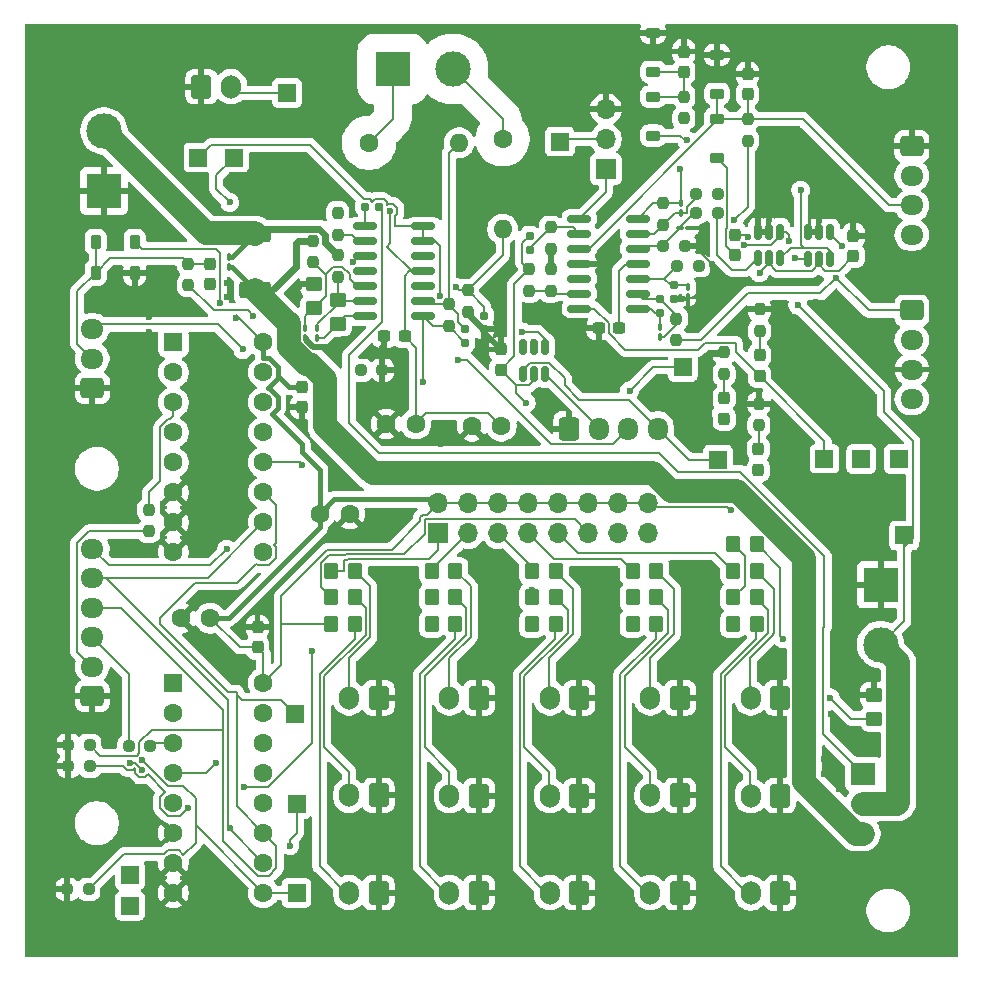
<source format=gbr>
%TF.GenerationSoftware,KiCad,Pcbnew,9.0.0*%
%TF.CreationDate,2025-04-04T02:17:59+01:00*%
%TF.ProjectId,Analogue Board,416e616c-6f67-4756-9520-426f6172642e,rev?*%
%TF.SameCoordinates,Original*%
%TF.FileFunction,Copper,L1,Top*%
%TF.FilePolarity,Positive*%
%FSLAX46Y46*%
G04 Gerber Fmt 4.6, Leading zero omitted, Abs format (unit mm)*
G04 Created by KiCad (PCBNEW 9.0.0) date 2025-04-04 02:17:59*
%MOMM*%
%LPD*%
G01*
G04 APERTURE LIST*
G04 Aperture macros list*
%AMRoundRect*
0 Rectangle with rounded corners*
0 $1 Rounding radius*
0 $2 $3 $4 $5 $6 $7 $8 $9 X,Y pos of 4 corners*
0 Add a 4 corners polygon primitive as box body*
4,1,4,$2,$3,$4,$5,$6,$7,$8,$9,$2,$3,0*
0 Add four circle primitives for the rounded corners*
1,1,$1+$1,$2,$3*
1,1,$1+$1,$4,$5*
1,1,$1+$1,$6,$7*
1,1,$1+$1,$8,$9*
0 Add four rect primitives between the rounded corners*
20,1,$1+$1,$2,$3,$4,$5,0*
20,1,$1+$1,$4,$5,$6,$7,0*
20,1,$1+$1,$6,$7,$8,$9,0*
20,1,$1+$1,$8,$9,$2,$3,0*%
G04 Aperture macros list end*
%TA.AperFunction,ComponentPad*%
%ADD10O,1.700000X1.700000*%
%TD*%
%TA.AperFunction,ComponentPad*%
%ADD11R,1.700000X1.700000*%
%TD*%
%TA.AperFunction,ComponentPad*%
%ADD12C,1.600000*%
%TD*%
%TA.AperFunction,ComponentPad*%
%ADD13O,1.600000X1.600000*%
%TD*%
%TA.AperFunction,SMDPad,CuDef*%
%ADD14RoundRect,0.250000X-0.350000X-0.450000X0.350000X-0.450000X0.350000X0.450000X-0.350000X0.450000X0*%
%TD*%
%TA.AperFunction,SMDPad,CuDef*%
%ADD15RoundRect,0.237500X0.237500X-0.250000X0.237500X0.250000X-0.237500X0.250000X-0.237500X-0.250000X0*%
%TD*%
%TA.AperFunction,ComponentPad*%
%ADD16RoundRect,0.250000X0.600000X0.750000X-0.600000X0.750000X-0.600000X-0.750000X0.600000X-0.750000X0*%
%TD*%
%TA.AperFunction,ComponentPad*%
%ADD17O,1.700000X2.000000*%
%TD*%
%TA.AperFunction,SMDPad,CuDef*%
%ADD18RoundRect,0.237500X0.237500X-0.300000X0.237500X0.300000X-0.237500X0.300000X-0.237500X-0.300000X0*%
%TD*%
%TA.AperFunction,SMDPad,CuDef*%
%ADD19R,1.500000X1.500000*%
%TD*%
%TA.AperFunction,SMDPad,CuDef*%
%ADD20RoundRect,0.237500X-0.250000X-0.237500X0.250000X-0.237500X0.250000X0.237500X-0.250000X0.237500X0*%
%TD*%
%TA.AperFunction,ComponentPad*%
%ADD21RoundRect,0.250000X-0.550000X-0.550000X0.550000X-0.550000X0.550000X0.550000X-0.550000X0.550000X0*%
%TD*%
%TA.AperFunction,SMDPad,CuDef*%
%ADD22RoundRect,0.160000X-0.160000X0.197500X-0.160000X-0.197500X0.160000X-0.197500X0.160000X0.197500X0*%
%TD*%
%TA.AperFunction,SMDPad,CuDef*%
%ADD23RoundRect,0.100000X-0.217500X-0.100000X0.217500X-0.100000X0.217500X0.100000X-0.217500X0.100000X0*%
%TD*%
%TA.AperFunction,SMDPad,CuDef*%
%ADD24RoundRect,0.160000X-0.197500X-0.160000X0.197500X-0.160000X0.197500X0.160000X-0.197500X0.160000X0*%
%TD*%
%TA.AperFunction,ComponentPad*%
%ADD25RoundRect,0.250000X0.725000X-0.600000X0.725000X0.600000X-0.725000X0.600000X-0.725000X-0.600000X0*%
%TD*%
%TA.AperFunction,ComponentPad*%
%ADD26O,1.950000X1.700000*%
%TD*%
%TA.AperFunction,SMDPad,CuDef*%
%ADD27RoundRect,0.250000X-0.450000X0.350000X-0.450000X-0.350000X0.450000X-0.350000X0.450000X0.350000X0*%
%TD*%
%TA.AperFunction,SMDPad,CuDef*%
%ADD28RoundRect,0.237500X-0.237500X0.250000X-0.237500X-0.250000X0.237500X-0.250000X0.237500X0.250000X0*%
%TD*%
%TA.AperFunction,SMDPad,CuDef*%
%ADD29RoundRect,0.100000X0.100000X-0.217500X0.100000X0.217500X-0.100000X0.217500X-0.100000X-0.217500X0*%
%TD*%
%TA.AperFunction,SMDPad,CuDef*%
%ADD30RoundRect,0.225000X0.375000X-0.225000X0.375000X0.225000X-0.375000X0.225000X-0.375000X-0.225000X0*%
%TD*%
%TA.AperFunction,ComponentPad*%
%ADD31R,3.000000X3.000000*%
%TD*%
%TA.AperFunction,ComponentPad*%
%ADD32C,3.000000*%
%TD*%
%TA.AperFunction,SMDPad,CuDef*%
%ADD33RoundRect,0.237500X0.250000X0.237500X-0.250000X0.237500X-0.250000X-0.237500X0.250000X-0.237500X0*%
%TD*%
%TA.AperFunction,SMDPad,CuDef*%
%ADD34RoundRect,0.150000X0.825000X0.150000X-0.825000X0.150000X-0.825000X-0.150000X0.825000X-0.150000X0*%
%TD*%
%TA.AperFunction,SMDPad,CuDef*%
%ADD35RoundRect,0.150000X-0.150000X0.512500X-0.150000X-0.512500X0.150000X-0.512500X0.150000X0.512500X0*%
%TD*%
%TA.AperFunction,ComponentPad*%
%ADD36RoundRect,0.250000X-0.600000X-0.750000X0.600000X-0.750000X0.600000X0.750000X-0.600000X0.750000X0*%
%TD*%
%TA.AperFunction,SMDPad,CuDef*%
%ADD37RoundRect,0.249999X1.075001X-0.450001X1.075001X0.450001X-1.075001X0.450001X-1.075001X-0.450001X0*%
%TD*%
%TA.AperFunction,SMDPad,CuDef*%
%ADD38RoundRect,0.237500X-0.237500X0.300000X-0.237500X-0.300000X0.237500X-0.300000X0.237500X0.300000X0*%
%TD*%
%TA.AperFunction,SMDPad,CuDef*%
%ADD39RoundRect,0.237500X-0.237500X0.287500X-0.237500X-0.287500X0.237500X-0.287500X0.237500X0.287500X0*%
%TD*%
%TA.AperFunction,SMDPad,CuDef*%
%ADD40RoundRect,0.155000X-0.155000X0.212500X-0.155000X-0.212500X0.155000X-0.212500X0.155000X0.212500X0*%
%TD*%
%TA.AperFunction,SMDPad,CuDef*%
%ADD41RoundRect,0.100000X-0.100000X0.217500X-0.100000X-0.217500X0.100000X-0.217500X0.100000X0.217500X0*%
%TD*%
%TA.AperFunction,ComponentPad*%
%ADD42RoundRect,0.250000X-0.725000X0.600000X-0.725000X-0.600000X0.725000X-0.600000X0.725000X0.600000X0*%
%TD*%
%TA.AperFunction,ComponentPad*%
%ADD43R,2.000000X1.905000*%
%TD*%
%TA.AperFunction,ComponentPad*%
%ADD44O,2.000000X1.905000*%
%TD*%
%TA.AperFunction,SMDPad,CuDef*%
%ADD45RoundRect,0.250000X0.450000X-0.350000X0.450000X0.350000X-0.450000X0.350000X-0.450000X-0.350000X0*%
%TD*%
%TA.AperFunction,ComponentPad*%
%ADD46RoundRect,0.250000X-0.600000X-0.725000X0.600000X-0.725000X0.600000X0.725000X-0.600000X0.725000X0*%
%TD*%
%TA.AperFunction,ComponentPad*%
%ADD47O,1.700000X1.950000*%
%TD*%
%TA.AperFunction,SMDPad,CuDef*%
%ADD48RoundRect,0.225000X0.225000X0.375000X-0.225000X0.375000X-0.225000X-0.375000X0.225000X-0.375000X0*%
%TD*%
%TA.AperFunction,SMDPad,CuDef*%
%ADD49RoundRect,0.237500X0.300000X0.237500X-0.300000X0.237500X-0.300000X-0.237500X0.300000X-0.237500X0*%
%TD*%
%TA.AperFunction,SMDPad,CuDef*%
%ADD50RoundRect,0.225000X-0.225000X-0.375000X0.225000X-0.375000X0.225000X0.375000X-0.225000X0.375000X0*%
%TD*%
%TA.AperFunction,ViaPad*%
%ADD51C,0.600000*%
%TD*%
%TA.AperFunction,Conductor*%
%ADD52C,0.200000*%
%TD*%
%TA.AperFunction,Conductor*%
%ADD53C,2.000000*%
%TD*%
%TA.AperFunction,Conductor*%
%ADD54C,0.400000*%
%TD*%
%TA.AperFunction,Conductor*%
%ADD55C,0.500000*%
%TD*%
%TA.AperFunction,Conductor*%
%ADD56C,0.600000*%
%TD*%
G04 APERTURE END LIST*
D10*
%TO.P,J3,16,Pin_16*%
%TO.N,+5V*%
X140080000Y-108500000D03*
%TO.P,J3,15,Pin_15*%
%TO.N,Net-(J3-Pin_15)*%
X140080000Y-111040000D03*
%TO.P,J3,14,Pin_14*%
%TO.N,+5V*%
X137540000Y-108500000D03*
%TO.P,J3,13,Pin_13*%
%TO.N,Net-(J3-Pin_13)*%
X137540000Y-111040000D03*
%TO.P,J3,12,Pin_12*%
%TO.N,+5V*%
X135000000Y-108500000D03*
%TO.P,J3,11,Pin_11*%
%TO.N,Net-(J3-Pin_11)*%
X135000000Y-111040000D03*
%TO.P,J3,10,Pin_10*%
%TO.N,+5V*%
X132460000Y-108500000D03*
%TO.P,J3,9,Pin_9*%
%TO.N,Net-(J3-Pin_9)*%
X132460000Y-111040000D03*
%TO.P,J3,8,Pin_8*%
%TO.N,+5V*%
X129920000Y-108500000D03*
%TO.P,J3,7,Pin_7*%
%TO.N,Net-(J3-Pin_7)*%
X129920000Y-111040000D03*
%TO.P,J3,6,Pin_6*%
%TO.N,+5V*%
X127380000Y-108500000D03*
%TO.P,J3,5,Pin_5*%
%TO.N,Net-(J3-Pin_5)*%
X127380000Y-111040000D03*
%TO.P,J3,4,Pin_4*%
%TO.N,+5V*%
X124840000Y-108500000D03*
%TO.P,J3,3,Pin_3*%
%TO.N,Net-(J3-Pin_3)*%
X124840000Y-111040000D03*
%TO.P,J3,2,Pin_2*%
%TO.N,+5V*%
X122300000Y-108500000D03*
D11*
%TO.P,J3,1,Pin_1*%
%TO.N,Net-(J3-Pin_1)*%
X122300000Y-111040000D03*
%TD*%
D12*
%TO.P,R14,1*%
%TO.N,V_SENSE_IN-*%
X116440000Y-78000000D03*
D13*
%TO.P,R14,2*%
%TO.N,Net-(U1A--)*%
X124060000Y-78000000D03*
%TD*%
D12*
%TO.P,R13,1*%
%TO.N,V_SENSE_IN+*%
X127750000Y-77690000D03*
D13*
%TO.P,R13,2*%
%TO.N,Net-(U1A-+)*%
X127750000Y-85310000D03*
%TD*%
D14*
%TO.P,R34,1*%
%TO.N,+5V*%
X121750000Y-118750000D03*
%TO.P,R34,2*%
%TO.N,MU_TH_13*%
X123750000Y-118750000D03*
%TD*%
D15*
%TO.P,R43,1*%
%TO.N,MU_OUT_A*%
X97800000Y-110912500D03*
%TO.P,R43,2*%
%TO.N,Net-(U2-X)*%
X97800000Y-109087500D03*
%TD*%
D16*
%TO.P,TH13,1,Pin_1*%
%TO.N,GND*%
X125750000Y-141500000D03*
D17*
%TO.P,TH13,2,Pin_2*%
%TO.N,MU_TH_13*%
X123250000Y-141500000D03*
%TD*%
D18*
%TO.P,C12,1*%
%TO.N,GND*%
X110750000Y-100362500D03*
%TO.P,C12,2*%
%TO.N,+5V*%
X110750000Y-98637500D03*
%TD*%
D19*
%TO.P,VCCS_EN1,1,1*%
%TO.N,VCCS_EN*%
X143000000Y-97000000D03*
%TD*%
%TO.P,W_HV1,1,1*%
%TO.N,WARNING_HV*%
X155000000Y-104750000D03*
%TD*%
D20*
%TO.P,R37,1*%
%TO.N,Net-(U1C-+)*%
X115750000Y-97250000D03*
%TO.P,R37,2*%
%TO.N,GND*%
X117575000Y-97250000D03*
%TD*%
D19*
%TO.P,+8V1,1,1*%
%TO.N,+8V*%
X109500000Y-73775000D03*
%TD*%
D21*
%TO.P,U3,1,X4*%
%TO.N,MU_TH_12*%
X99880000Y-123720000D03*
D12*
%TO.P,U3,2,X6*%
%TO.N,MU_TH_14*%
X99880000Y-126260000D03*
%TO.P,U3,3,X*%
%TO.N,Net-(U3-X)*%
X99880000Y-128800000D03*
%TO.P,U3,4,X7*%
%TO.N,MU_TH_15*%
X99880000Y-131340000D03*
%TO.P,U3,5,X5*%
%TO.N,MU_TH_13*%
X99880000Y-133880000D03*
%TO.P,U3,6,INH*%
%TO.N,GND*%
X99880000Y-136420000D03*
%TO.P,U3,7,VEE*%
X99880000Y-138960000D03*
%TO.P,U3,8,VSS*%
X99880000Y-141500000D03*
%TO.P,U3,9,C*%
%TO.N,MU_C*%
X107500000Y-141500000D03*
%TO.P,U3,10,B*%
%TO.N,MU_B*%
X107500000Y-138960000D03*
%TO.P,U3,11,A*%
%TO.N,MU_A*%
X107500000Y-136420000D03*
%TO.P,U3,12,X3*%
%TO.N,MU_TH_11*%
X107500000Y-133880000D03*
%TO.P,U3,13,X0*%
%TO.N,MU_TH_8*%
X107500000Y-131340000D03*
%TO.P,U3,14,X1*%
%TO.N,MU_TH_9*%
X107500000Y-128800000D03*
%TO.P,U3,15,X2*%
%TO.N,MU_TH_10*%
X107500000Y-126260000D03*
%TO.P,U3,16,VDD*%
%TO.N,+5V*%
X107500000Y-123720000D03*
%TD*%
D14*
%TO.P,R31,1*%
%TO.N,+5V*%
X147250000Y-118750000D03*
%TO.P,R31,2*%
%TO.N,MU_TH_10*%
X149250000Y-118750000D03*
%TD*%
D20*
%TO.P,R40,1*%
%TO.N,Net-(U6B-+)*%
X141333900Y-86718800D03*
%TO.P,R40,2*%
%TO.N,GND*%
X143158900Y-86718800D03*
%TD*%
%TO.P,R20,1*%
%TO.N,GND*%
X90887500Y-141200000D03*
%TO.P,R20,2*%
%TO.N,MU_C*%
X92712500Y-141200000D03*
%TD*%
D16*
%TO.P,TH1,1,Pin_1*%
%TO.N,GND*%
X125750000Y-125000000D03*
D17*
%TO.P,TH1,2,Pin_2*%
%TO.N,MU_TH_1*%
X123250000Y-125000000D03*
%TD*%
D22*
%TO.P,R8,1*%
%TO.N,Net-(U6A-+)*%
X142246400Y-90018800D03*
%TO.P,R8,2*%
%TO.N,GND*%
X142246400Y-91213800D03*
%TD*%
D23*
%TO.P,C18,1*%
%TO.N,Net-(U6B-+)*%
X142738900Y-85218800D03*
%TO.P,C18,2*%
%TO.N,GND*%
X143553900Y-85218800D03*
%TD*%
D16*
%TO.P,TH0,1,Pin_1*%
%TO.N,GND*%
X117250000Y-125000000D03*
D17*
%TO.P,TH0,2,Pin_2*%
%TO.N,MU_TH_0*%
X114750000Y-125000000D03*
%TD*%
D24*
%TO.P,R1,1*%
%TO.N,Net-(R1-Pad1)*%
X116105000Y-83400000D03*
%TO.P,R1,2*%
%TO.N,Net-(Q1-G)*%
X117300000Y-83400000D03*
%TD*%
D25*
%TO.P,MUX1,1,Pin_1*%
%TO.N,GND*%
X93000000Y-124860000D03*
D26*
%TO.P,MUX1,2,Pin_2*%
%TO.N,MU_OUT_A*%
X93000000Y-122360000D03*
%TO.P,MUX1,3,Pin_3*%
%TO.N,MU_OUT_B*%
X93000000Y-119860000D03*
%TO.P,MUX1,4,Pin_4*%
%TO.N,MU_A*%
X93000000Y-117360000D03*
%TO.P,MUX1,5,Pin_5*%
%TO.N,MU_B*%
X93000000Y-114860000D03*
%TO.P,MUX1,6,Pin_6*%
%TO.N,MU_C*%
X93000000Y-112360000D03*
%TD*%
D27*
%TO.P,R5,1*%
%TO.N,GND*%
X111787500Y-89950000D03*
%TO.P,R5,2*%
%TO.N,Net-(U1D-+)*%
X111787500Y-91950000D03*
%TD*%
D16*
%TO.P,TH4,1,Pin_1*%
%TO.N,GND*%
X151250000Y-125000000D03*
D17*
%TO.P,TH4,2,Pin_2*%
%TO.N,MU_TH_4*%
X148750000Y-125000000D03*
%TD*%
D12*
%TO.P,C11,1*%
%TO.N,+8V*%
X120400000Y-101800000D03*
%TO.P,C11,2*%
%TO.N,GND*%
X117900000Y-101800000D03*
%TD*%
D20*
%TO.P,R44,1*%
%TO.N,MU_OUT_B*%
X96087500Y-129110000D03*
%TO.P,R44,2*%
%TO.N,Net-(U3-X)*%
X97912500Y-129110000D03*
%TD*%
D28*
%TO.P,R15,1*%
%TO.N,Net-(U1A-+)*%
X124800000Y-90487500D03*
%TO.P,R15,2*%
%TO.N,GND*%
X124800000Y-92312500D03*
%TD*%
D29*
%TO.P,C2,1*%
%TO.N,GND*%
X111037500Y-94500000D03*
%TO.P,C2,2*%
%TO.N,Net-(U1D-+)*%
X111037500Y-93685000D03*
%TD*%
D22*
%TO.P,R11,1*%
%TO.N,Net-(U6A--)*%
X141046400Y-91221300D03*
%TO.P,R11,2*%
%TO.N,Net-(C4-Pad2)*%
X141046400Y-92416300D03*
%TD*%
D30*
%TO.P,D3,1,K*%
%TO.N,I_SENSE_OUT_COARSE*%
X145900000Y-73862500D03*
%TO.P,D3,2,A*%
%TO.N,GND*%
X145900000Y-70562500D03*
%TD*%
D15*
%TO.P,R6,1*%
%TO.N,Net-(U1D--)*%
X113787500Y-89362500D03*
%TO.P,R6,2*%
%TO.N,VCCS_OUT*%
X113787500Y-87537500D03*
%TD*%
D31*
%TO.P,HV_IN1,1,Pin_1*%
%TO.N,V_SENSE_IN-*%
X118460000Y-71750000D03*
D32*
%TO.P,HV_IN1,2,Pin_2*%
%TO.N,V_SENSE_IN+*%
X123540000Y-71750000D03*
%TD*%
D15*
%TO.P,R49,1*%
%TO.N,Net-(HV1-K)*%
X149510000Y-93937500D03*
%TO.P,R49,2*%
%TO.N,GND*%
X149510000Y-92112500D03*
%TD*%
D33*
%TO.P,R38,1*%
%TO.N,Net-(R38-Pad1)*%
X145958900Y-83918800D03*
%TO.P,R38,2*%
%TO.N,Net-(U6B-+)*%
X144133900Y-83918800D03*
%TD*%
D34*
%TO.P,U6,1*%
%TO.N,Net-(C4-Pad2)*%
X139196400Y-92038800D03*
%TO.P,U6,2,-*%
%TO.N,Net-(U6A--)*%
X139196400Y-90768800D03*
%TO.P,U6,3,+*%
%TO.N,Net-(U6A-+)*%
X139196400Y-89498800D03*
%TO.P,U6,4,V+*%
%TO.N,+8V*%
X139196400Y-88228800D03*
%TO.P,U6,5,+*%
%TO.N,Net-(U6B-+)*%
X139196400Y-86958800D03*
%TO.P,U6,6,-*%
%TO.N,Net-(U6B--)*%
X139196400Y-85688800D03*
%TO.P,U6,7*%
%TO.N,Net-(C19-Pad2)*%
X139196400Y-84418800D03*
%TO.P,U6,8*%
%TO.N,Net-(J2-Pin_1)*%
X134246400Y-84418800D03*
%TO.P,U6,9,-*%
%TO.N,Net-(U6C--)*%
X134246400Y-85688800D03*
%TO.P,U6,10,+*%
%TO.N,I_SENSE_OUT_COARSE*%
X134246400Y-86958800D03*
%TO.P,U6,11,V-*%
%TO.N,GND*%
X134246400Y-88228800D03*
%TO.P,U6,12,+*%
%TO.N,V_SENSE_OUT*%
X134246400Y-89498800D03*
%TO.P,U6,13,-*%
%TO.N,Net-(U6D--)*%
X134246400Y-90768800D03*
%TO.P,U6,14*%
%TO.N,WARNING_HV*%
X134246400Y-92038800D03*
%TD*%
D19*
%TO.P,V_SO1,1,1*%
%TO.N,V_SENSE_OUT*%
X105000000Y-79250000D03*
%TD*%
D12*
%TO.P,C23,1*%
%TO.N,+8V*%
X127650000Y-102000000D03*
%TO.P,C23,2*%
%TO.N,GND*%
X125150000Y-102000000D03*
%TD*%
D14*
%TO.P,R22,1*%
%TO.N,Net-(J3-Pin_3)*%
X121750000Y-114250000D03*
%TO.P,R22,2*%
%TO.N,MU_TH_1*%
X123750000Y-114250000D03*
%TD*%
D12*
%TO.P,C14,1*%
%TO.N,GND*%
X100500000Y-118250000D03*
%TO.P,C14,2*%
%TO.N,+5V*%
X103000000Y-118250000D03*
%TD*%
D29*
%TO.P,C19,1*%
%TO.N,Net-(U6B--)*%
X142846400Y-83926300D03*
%TO.P,C19,2*%
%TO.N,Net-(C19-Pad2)*%
X142846400Y-83111300D03*
%TD*%
D16*
%TO.P,TH11,1,Pin_1*%
%TO.N,GND*%
X142750000Y-141500000D03*
D17*
%TO.P,TH11,2,Pin_2*%
%TO.N,MU_TH_11*%
X140250000Y-141500000D03*
%TD*%
D12*
%TO.P,C13,1*%
%TO.N,GND*%
X114800000Y-109400000D03*
%TO.P,C13,2*%
%TO.N,+5V*%
X112300000Y-109400000D03*
%TD*%
D33*
%TO.P,R39,1*%
%TO.N,Net-(R39-Pad1)*%
X145958900Y-82318800D03*
%TO.P,R39,2*%
%TO.N,Net-(U6B--)*%
X144133900Y-82318800D03*
%TD*%
D35*
%TO.P,U4,1*%
%TO.N,Net-(U1C-+)*%
X131350000Y-95300000D03*
%TO.P,U4,2,GND*%
%TO.N,GND*%
X130400000Y-95300000D03*
%TO.P,U4,3*%
%TO.N,unconnected-(U4-Pad3)*%
X129450000Y-95300000D03*
%TO.P,U4,4*%
%TO.N,VCCS_IN*%
X129450000Y-97575000D03*
%TO.P,U4,5,V+*%
%TO.N,+5V*%
X130400000Y-97575000D03*
%TO.P,U4,6*%
%TO.N,VCCS_EN*%
X131350000Y-97575000D03*
%TD*%
D14*
%TO.P,R30,1*%
%TO.N,+5V*%
X147250000Y-116500000D03*
%TO.P,R30,2*%
%TO.N,MU_TH_9*%
X149250000Y-116500000D03*
%TD*%
D28*
%TO.P,R46,1*%
%TO.N,Net-(U6C--)*%
X131820000Y-85161900D03*
%TO.P,R46,2*%
%TO.N,GND*%
X131820000Y-86986900D03*
%TD*%
D16*
%TO.P,TH8,1,Pin_1*%
%TO.N,GND*%
X142750000Y-133250000D03*
D17*
%TO.P,TH8,2,Pin_2*%
%TO.N,MU_TH_8*%
X140250000Y-133250000D03*
%TD*%
D16*
%TO.P,TH7,1,Pin_1*%
%TO.N,GND*%
X134250000Y-133275000D03*
D17*
%TO.P,TH7,2,Pin_2*%
%TO.N,MU_TH_7*%
X131750000Y-133275000D03*
%TD*%
D33*
%TO.P,R9,1*%
%TO.N,I_SENSE_IN+*%
X144358900Y-88418800D03*
%TO.P,R9,2*%
%TO.N,Net-(U6A-+)*%
X142533900Y-88418800D03*
%TD*%
D36*
%TO.P,8V_IN1,1,Pin_1*%
%TO.N,GND*%
X102250000Y-73250000D03*
D17*
%TO.P,8V_IN1,2,Pin_2*%
%TO.N,+8V*%
X104750000Y-73250000D03*
%TD*%
D22*
%TO.P,R45,1*%
%TO.N,+5V*%
X130042000Y-85883300D03*
%TO.P,R45,2*%
%TO.N,Net-(U6C--)*%
X130042000Y-87078300D03*
%TD*%
D14*
%TO.P,R21,1*%
%TO.N,Net-(J3-Pin_1)*%
X113250000Y-114250000D03*
%TO.P,R21,2*%
%TO.N,MU_TH_0*%
X115250000Y-114250000D03*
%TD*%
%TO.P,R29,1*%
%TO.N,+5V*%
X138750000Y-116500000D03*
%TO.P,R29,2*%
%TO.N,MU_TH_8*%
X140750000Y-116500000D03*
%TD*%
D37*
%TO.P,R3,1*%
%TO.N,/VCCS_MOUT*%
X106800000Y-90500000D03*
%TO.P,R3,2*%
%TO.N,VCCS_OUT*%
X106800000Y-85700000D03*
%TD*%
D38*
%TO.P,C15,1*%
%TO.N,GND*%
X107000000Y-119000000D03*
%TO.P,C15,2*%
%TO.N,+5V*%
X107000000Y-120725000D03*
%TD*%
D18*
%TO.P,C6,1*%
%TO.N,I_SENSE_OUT_COARSE*%
X148500000Y-73900000D03*
%TO.P,C6,2*%
%TO.N,GND*%
X148500000Y-72175000D03*
%TD*%
D15*
%TO.P,R12,1*%
%TO.N,Net-(C4-Pad2)*%
X148500000Y-77812500D03*
%TO.P,R12,2*%
%TO.N,I_SENSE_OUT_COARSE*%
X148500000Y-75987500D03*
%TD*%
D18*
%TO.P,C20,1*%
%TO.N,I_SENSE_OUT_FINE*%
X143100000Y-72000000D03*
%TO.P,C20,2*%
%TO.N,GND*%
X143100000Y-70275000D03*
%TD*%
D14*
%TO.P,R27,1*%
%TO.N,Net-(J3-Pin_13)*%
X121750000Y-116500000D03*
%TO.P,R27,2*%
%TO.N,MU_TH_6*%
X123750000Y-116500000D03*
%TD*%
D39*
%TO.P,8V_OK1,1,K*%
%TO.N,Net-(8V_OK1-K)*%
X146510000Y-99625000D03*
%TO.P,8V_OK1,2,A*%
%TO.N,+8V*%
X146510000Y-101375000D03*
%TD*%
D19*
%TO.P,MU_B1,1,1*%
%TO.N,MU_B*%
X110300000Y-134000000D03*
%TD*%
D38*
%TO.P,C22,1*%
%TO.N,GND*%
X157446400Y-85856300D03*
%TO.P,C22,2*%
%TO.N,+5V*%
X157446400Y-87581300D03*
%TD*%
D19*
%TO.P,I_SOF1,1,1*%
%TO.N,I_SENSE_OUT_FINE*%
X161290000Y-104775000D03*
%TD*%
D14*
%TO.P,R35,1*%
%TO.N,+5V*%
X113250000Y-118750000D03*
%TO.P,R35,2*%
%TO.N,MU_TH_14*%
X115250000Y-118750000D03*
%TD*%
%TO.P,R25,1*%
%TO.N,Net-(J3-Pin_9)*%
X147250000Y-114250000D03*
%TO.P,R25,2*%
%TO.N,MU_TH_4*%
X149250000Y-114250000D03*
%TD*%
D20*
%TO.P,R18,1*%
%TO.N,GND*%
X90975000Y-129000000D03*
%TO.P,R18,2*%
%TO.N,MU_A*%
X92800000Y-129000000D03*
%TD*%
D14*
%TO.P,R26,1*%
%TO.N,Net-(J3-Pin_11)*%
X113250000Y-116500000D03*
%TO.P,R26,2*%
%TO.N,MU_TH_5*%
X115250000Y-116500000D03*
%TD*%
D35*
%TO.P,U7,1*%
%TO.N,I_SENSE_IN+*%
X151246400Y-85518800D03*
%TO.P,U7,2,GND*%
%TO.N,GND*%
X150296400Y-85518800D03*
%TO.P,U7,3*%
X149346400Y-85518800D03*
%TO.P,U7,4*%
%TO.N,Net-(R38-Pad1)*%
X149346400Y-87793800D03*
%TO.P,U7,5,V+*%
%TO.N,+5V*%
X150296400Y-87793800D03*
%TO.P,U7,6*%
%TO.N,I_SENSE_FINE_EN*%
X151246400Y-87793800D03*
%TD*%
D14*
%TO.P,R23,1*%
%TO.N,Net-(J3-Pin_5)*%
X130250000Y-114250000D03*
%TO.P,R23,2*%
%TO.N,MU_TH_2*%
X132250000Y-114250000D03*
%TD*%
D39*
%TO.P,5V_OK1,1,K*%
%TO.N,Net-(5V_OK1-K)*%
X149400000Y-103950000D03*
%TO.P,5V_OK1,2,A*%
%TO.N,+5V*%
X149400000Y-105700000D03*
%TD*%
D14*
%TO.P,R28,1*%
%TO.N,Net-(J3-Pin_15)*%
X130250000Y-116500000D03*
%TO.P,R28,2*%
%TO.N,MU_TH_7*%
X132250000Y-116500000D03*
%TD*%
D20*
%TO.P,R19,1*%
%TO.N,GND*%
X90987500Y-130800000D03*
%TO.P,R19,2*%
%TO.N,MU_B*%
X92812500Y-130800000D03*
%TD*%
D16*
%TO.P,TH12,1,Pin_1*%
%TO.N,GND*%
X134250000Y-141500000D03*
D17*
%TO.P,TH12,2,Pin_2*%
%TO.N,MU_TH_12*%
X131750000Y-141500000D03*
%TD*%
D35*
%TO.P,U8,1*%
%TO.N,I_SENSE_IN-*%
X155496400Y-85581300D03*
%TO.P,U8,2,GND*%
%TO.N,GND*%
X154546400Y-85581300D03*
%TO.P,U8,3*%
X153596400Y-85581300D03*
%TO.P,U8,4*%
%TO.N,Net-(R39-Pad1)*%
X153596400Y-87856300D03*
%TO.P,U8,5,V+*%
%TO.N,+5V*%
X154546400Y-87856300D03*
%TO.P,U8,6*%
%TO.N,I_SENSE_FINE_EN*%
X155496400Y-87856300D03*
%TD*%
D40*
%TO.P,C8,1*%
%TO.N,Net-(U1A--)*%
X124600000Y-93800000D03*
%TO.P,C8,2*%
%TO.N,Net-(C8-Pad2)*%
X124600000Y-94935000D03*
%TD*%
D16*
%TO.P,TH3,1,Pin_1*%
%TO.N,GND*%
X142750000Y-125000000D03*
D17*
%TO.P,TH3,2,Pin_2*%
%TO.N,MU_TH_3*%
X140250000Y-125000000D03*
%TD*%
D30*
%TO.P,D4,1,K*%
%TO.N,+5V*%
X140500000Y-77400000D03*
%TO.P,D4,2,A*%
%TO.N,I_SENSE_OUT_FINE*%
X140500000Y-74100000D03*
%TD*%
D41*
%TO.P,C5,1*%
%TO.N,Net-(U6A-+)*%
X143446400Y-90211300D03*
%TO.P,C5,2*%
%TO.N,GND*%
X143446400Y-91026300D03*
%TD*%
D16*
%TO.P,TH6,1,Pin_1*%
%TO.N,GND*%
X125750000Y-133275000D03*
D17*
%TO.P,TH6,2,Pin_2*%
%TO.N,MU_TH_6*%
X123250000Y-133275000D03*
%TD*%
D42*
%TO.P,I_SENSE_OUT1,1,Pin_1*%
%TO.N,GND*%
X162400000Y-78300000D03*
D26*
%TO.P,I_SENSE_OUT1,2,Pin_2*%
%TO.N,I_SENSE_OUT_FINE*%
X162400000Y-80800000D03*
%TO.P,I_SENSE_OUT1,3,Pin_3*%
%TO.N,I_SENSE_OUT_COARSE*%
X162400000Y-83300000D03*
%TO.P,I_SENSE_OUT1,4,Pin_4*%
%TO.N,I_SENSE_FINE_EN*%
X162400000Y-85800000D03*
%TD*%
D28*
%TO.P,R16,1*%
%TO.N,Net-(U1A--)*%
X123200000Y-91687500D03*
%TO.P,R16,2*%
%TO.N,Net-(C8-Pad2)*%
X123200000Y-93512500D03*
%TD*%
D15*
%TO.P,R42,1*%
%TO.N,Net-(C19-Pad2)*%
X143100000Y-75912500D03*
%TO.P,R42,2*%
%TO.N,I_SENSE_OUT_FINE*%
X143100000Y-74087500D03*
%TD*%
D21*
%TO.P,U2,1,X4*%
%TO.N,MU_TH_4*%
X99880000Y-94910000D03*
D12*
%TO.P,U2,2,X6*%
%TO.N,MU_TH_6*%
X99880000Y-97450000D03*
%TO.P,U2,3,X*%
%TO.N,Net-(U2-X)*%
X99880000Y-99990000D03*
%TO.P,U2,4,X7*%
%TO.N,MU_TH_7*%
X99880000Y-102530000D03*
%TO.P,U2,5,X5*%
%TO.N,MU_TH_5*%
X99880000Y-105070000D03*
%TO.P,U2,6,INH*%
%TO.N,GND*%
X99880000Y-107610000D03*
%TO.P,U2,7,VEE*%
X99880000Y-110150000D03*
%TO.P,U2,8,VSS*%
X99880000Y-112690000D03*
%TO.P,U2,9,C*%
%TO.N,MU_C*%
X107500000Y-112690000D03*
%TO.P,U2,10,B*%
%TO.N,MU_B*%
X107500000Y-110150000D03*
%TO.P,U2,11,A*%
%TO.N,MU_A*%
X107500000Y-107610000D03*
%TO.P,U2,12,X3*%
%TO.N,MU_TH_3*%
X107500000Y-105070000D03*
%TO.P,U2,13,X0*%
%TO.N,MU_TH_0*%
X107500000Y-102530000D03*
%TO.P,U2,14,X1*%
%TO.N,MU_TH_1*%
X107500000Y-99990000D03*
%TO.P,U2,15,X2*%
%TO.N,MU_TH_2*%
X107500000Y-97450000D03*
%TO.P,U2,16,VDD*%
%TO.N,+5V*%
X107500000Y-94910000D03*
%TD*%
D43*
%TO.P,Q1,1,G*%
%TO.N,Net-(Q1-G)*%
X158250000Y-131420000D03*
D44*
%TO.P,Q1,2,D*%
%TO.N,+5V*%
X158250000Y-133960000D03*
%TO.P,Q1,3,S*%
%TO.N,/VCCS_MOUT*%
X158250000Y-136500000D03*
%TD*%
D42*
%TO.P,I_SENSE_IN1,1,Pin_1*%
%TO.N,I_SENSE_IN-*%
X162400000Y-92200000D03*
D26*
%TO.P,I_SENSE_IN1,2,Pin_2*%
%TO.N,I_SENSE_IN+*%
X162400000Y-94700000D03*
%TO.P,I_SENSE_IN1,3,Pin_3*%
%TO.N,GND*%
X162400000Y-97200000D03*
%TO.P,I_SENSE_IN1,4,Pin_4*%
%TO.N,+5V*%
X162400000Y-99700000D03*
%TD*%
D34*
%TO.P,U1,1*%
%TO.N,Net-(C8-Pad2)*%
X121037500Y-92700000D03*
%TO.P,U1,2,-*%
%TO.N,Net-(U1A--)*%
X121037500Y-91430000D03*
%TO.P,U1,3,+*%
%TO.N,Net-(U1A-+)*%
X121037500Y-90160000D03*
%TO.P,U1,4,V+*%
%TO.N,+8V*%
X121037500Y-88890000D03*
%TO.P,U1,5,+*%
%TO.N,Net-(U1B-+)*%
X121037500Y-87620000D03*
%TO.P,U1,6,-*%
%TO.N,VCCS_SENSE*%
X121037500Y-86350000D03*
%TO.P,U1,7*%
X121037500Y-85080000D03*
%TO.P,U1,8*%
%TO.N,Net-(R1-Pad1)*%
X116087500Y-85080000D03*
%TO.P,U1,9,-*%
%TO.N,Net-(U1B-+)*%
X116087500Y-86350000D03*
%TO.P,U1,10,+*%
%TO.N,Net-(U1C-+)*%
X116087500Y-87620000D03*
%TO.P,U1,11,V-*%
%TO.N,GND*%
X116087500Y-88890000D03*
%TO.P,U1,12,+*%
%TO.N,Net-(U1D-+)*%
X116087500Y-90160000D03*
%TO.P,U1,13,-*%
%TO.N,Net-(U1D--)*%
X116087500Y-91430000D03*
%TO.P,U1,14*%
%TO.N,Net-(C1-Pad1)*%
X116087500Y-92700000D03*
%TD*%
D15*
%TO.P,R41,1*%
%TO.N,Net-(U6B--)*%
X141346400Y-84943800D03*
%TO.P,R41,2*%
%TO.N,Net-(C19-Pad2)*%
X141346400Y-83118800D03*
%TD*%
D45*
%TO.P,TH15,1*%
%TO.N,MU_TH_15*%
X159195000Y-126750000D03*
%TO.P,TH15,2*%
%TO.N,GND*%
X159195000Y-124750000D03*
%TD*%
D38*
%TO.P,C9,1*%
%TO.N,V_SENSE_OUT*%
X103000000Y-88275000D03*
%TO.P,C9,2*%
%TO.N,GND*%
X103000000Y-90000000D03*
%TD*%
D46*
%TO.P,VCCS_IN2,1,Pin_1*%
%TO.N,GND*%
X133400000Y-102200000D03*
D47*
%TO.P,VCCS_IN2,2,Pin_2*%
%TO.N,VCCS_EN*%
X135900000Y-102200000D03*
%TO.P,VCCS_IN2,3,Pin_3*%
%TO.N,VCCS_SENSE*%
X138400000Y-102200000D03*
%TO.P,VCCS_IN2,4,Pin_4*%
%TO.N,VCCS_IN*%
X140900000Y-102200000D03*
%TD*%
D15*
%TO.P,R48,1*%
%TO.N,Net-(U6D--)*%
X131820000Y-90541000D03*
%TO.P,R48,2*%
%TO.N,GND*%
X131820000Y-88716000D03*
%TD*%
%TO.P,R17,1*%
%TO.N,Net-(C8-Pad2)*%
X101150000Y-90050000D03*
%TO.P,R17,2*%
%TO.N,V_SENSE_OUT*%
X101150000Y-88225000D03*
%TD*%
D19*
%TO.P,VCCS_S1,1,1*%
%TO.N,VCCS_SENSE*%
X102000000Y-79250000D03*
%TD*%
D14*
%TO.P,R24,1*%
%TO.N,Net-(J3-Pin_7)*%
X138750000Y-114250000D03*
%TO.P,R24,2*%
%TO.N,MU_TH_3*%
X140750000Y-114250000D03*
%TD*%
D15*
%TO.P,R4,1*%
%TO.N,Net-(U1D-+)*%
X111687500Y-88112500D03*
%TO.P,R4,2*%
%TO.N,/VCCS_MOUT*%
X111687500Y-86287500D03*
%TD*%
D38*
%TO.P,C17,1*%
%TO.N,GND*%
X127600000Y-95500000D03*
%TO.P,C17,2*%
%TO.N,+5V*%
X127600000Y-97225000D03*
%TD*%
D16*
%TO.P,TH14,1,Pin_1*%
%TO.N,GND*%
X117250000Y-141485000D03*
D17*
%TO.P,TH14,2,Pin_2*%
%TO.N,MU_TH_14*%
X114750000Y-141485000D03*
%TD*%
D16*
%TO.P,TH5,1,Pin_1*%
%TO.N,GND*%
X117250000Y-133250000D03*
D17*
%TO.P,TH5,2,Pin_2*%
%TO.N,MU_TH_5*%
X114750000Y-133250000D03*
%TD*%
D29*
%TO.P,C3,1*%
%TO.N,/VCCS_MOUT*%
X104600000Y-88507500D03*
%TO.P,C3,2*%
%TO.N,VCCS_OUT*%
X104600000Y-87692500D03*
%TD*%
D19*
%TO.P,MU_A1,1,1*%
%TO.N,MU_A*%
X110200000Y-126400000D03*
%TD*%
D48*
%TO.P,D5,1,K*%
%TO.N,+5V*%
X96603842Y-86378212D03*
%TO.P,D5,2,A*%
%TO.N,V_SENSE_OUT*%
X93303842Y-86378212D03*
%TD*%
D49*
%TO.P,C10,1*%
%TO.N,+8V*%
X119462500Y-94400000D03*
%TO.P,C10,2*%
%TO.N,GND*%
X117737500Y-94400000D03*
%TD*%
D19*
%TO.P,+5V1,1,1*%
%TO.N,+5V*%
X161750000Y-111250000D03*
%TD*%
D15*
%TO.P,R51,1*%
%TO.N,Net-(5V_OK1-K)*%
X149450000Y-101912500D03*
%TO.P,R51,2*%
%TO.N,GND*%
X149450000Y-100087500D03*
%TD*%
D14*
%TO.P,R32,1*%
%TO.N,+5V*%
X138750000Y-118750000D03*
%TO.P,R32,2*%
%TO.N,MU_TH_11*%
X140750000Y-118750000D03*
%TD*%
D31*
%TO.P,VCCS_OUT1,1,Pin_1*%
%TO.N,GND*%
X94000000Y-82080000D03*
D32*
%TO.P,VCCS_OUT1,2,Pin_2*%
%TO.N,VCCS_OUT*%
X94000000Y-77000000D03*
%TD*%
D28*
%TO.P,R47,1*%
%TO.N,+5V*%
X129991200Y-88717900D03*
%TO.P,R47,2*%
%TO.N,Net-(U6D--)*%
X129991200Y-90542900D03*
%TD*%
D16*
%TO.P,TH2,1,Pin_1*%
%TO.N,GND*%
X134250000Y-125000000D03*
D17*
%TO.P,TH2,2,Pin_2*%
%TO.N,MU_TH_2*%
X131750000Y-125000000D03*
%TD*%
D45*
%TO.P,R7,1*%
%TO.N,Net-(C1-Pad1)*%
X113787500Y-93350000D03*
%TO.P,R7,2*%
%TO.N,Net-(U1D--)*%
X113787500Y-91350000D03*
%TD*%
D39*
%TO.P,HV1,1,K*%
%TO.N,Net-(HV1-K)*%
X149500000Y-96000000D03*
%TO.P,HV1,2,A*%
%TO.N,WARNING_HV*%
X149500000Y-97750000D03*
%TD*%
D19*
%TO.P,MU_OB1,1,1*%
%TO.N,MU_OUT_B*%
X96200000Y-142600000D03*
%TD*%
D15*
%TO.P,R10,1*%
%TO.N,I_SENSE_IN-*%
X142446400Y-94731300D03*
%TO.P,R10,2*%
%TO.N,Net-(U6A--)*%
X142446400Y-92906300D03*
%TD*%
D16*
%TO.P,TH9,1,Pin_1*%
%TO.N,GND*%
X151250000Y-133275000D03*
D17*
%TO.P,TH9,2,Pin_2*%
%TO.N,MU_TH_9*%
X148750000Y-133275000D03*
%TD*%
D14*
%TO.P,R36,1*%
%TO.N,+5V*%
X147250000Y-112000000D03*
%TO.P,R36,2*%
%TO.N,MU_TH_15*%
X149250000Y-112000000D03*
%TD*%
D30*
%TO.P,D6,1,K*%
%TO.N,+5V*%
X145900000Y-79262500D03*
%TO.P,D6,2,A*%
%TO.N,I_SENSE_OUT_COARSE*%
X145900000Y-75962500D03*
%TD*%
D31*
%TO.P,5V_IN1,1,Pin_1*%
%TO.N,GND*%
X159750000Y-115420000D03*
D32*
%TO.P,5V_IN1,2,Pin_2*%
%TO.N,+5V*%
X159750000Y-120500000D03*
%TD*%
D15*
%TO.P,R50,1*%
%TO.N,Net-(8V_OK1-K)*%
X146500000Y-97575000D03*
%TO.P,R50,2*%
%TO.N,GND*%
X146500000Y-95750000D03*
%TD*%
D19*
%TO.P,I_SO1,1,1*%
%TO.N,I_SENSE_OUT_COARSE*%
X158115000Y-104775000D03*
%TD*%
D15*
%TO.P,R2,1*%
%TO.N,Net-(U1B-+)*%
X113787500Y-85775000D03*
%TO.P,R2,2*%
%TO.N,Net-(C1-Pad1)*%
X113787500Y-83950000D03*
%TD*%
D16*
%TO.P,TH10,1,Pin_1*%
%TO.N,GND*%
X151250000Y-141525000D03*
D17*
%TO.P,TH10,2,Pin_2*%
%TO.N,MU_TH_10*%
X148750000Y-141525000D03*
%TD*%
D25*
%TO.P,V_SENSE_OUT1,1,Pin_1*%
%TO.N,GND*%
X93003842Y-98778212D03*
D26*
%TO.P,V_SENSE_OUT1,2,Pin_2*%
%TO.N,V_SENSE_OUT*%
X93003842Y-96278212D03*
%TO.P,V_SENSE_OUT1,3,Pin_3*%
%TO.N,WARNING_HV*%
X93003842Y-93778212D03*
%TD*%
D40*
%TO.P,C7,1*%
%TO.N,Net-(U1A-+)*%
X126200000Y-92665000D03*
%TO.P,C7,2*%
%TO.N,GND*%
X126200000Y-93800000D03*
%TD*%
D29*
%TO.P,C1,1*%
%TO.N,Net-(C1-Pad1)*%
X112037500Y-94507500D03*
%TO.P,C1,2*%
%TO.N,Net-(U1D--)*%
X112037500Y-93692500D03*
%TD*%
D19*
%TO.P,MU_OA1,1,1*%
%TO.N,MU_OUT_A*%
X96200000Y-140000000D03*
%TD*%
D49*
%TO.P,C24,1*%
%TO.N,+8V*%
X137608900Y-93718800D03*
%TO.P,C24,2*%
%TO.N,GND*%
X135883900Y-93718800D03*
%TD*%
D14*
%TO.P,R33,1*%
%TO.N,+5V*%
X130250000Y-118750000D03*
%TO.P,R33,2*%
%TO.N,MU_TH_12*%
X132250000Y-118750000D03*
%TD*%
D30*
%TO.P,D1,1,K*%
%TO.N,I_SENSE_OUT_FINE*%
X140500000Y-72000000D03*
%TO.P,D1,2,A*%
%TO.N,GND*%
X140500000Y-68700000D03*
%TD*%
D29*
%TO.P,C4,1*%
%TO.N,Net-(U6A--)*%
X141046400Y-94426300D03*
%TO.P,C4,2*%
%TO.N,Net-(C4-Pad2)*%
X141046400Y-93611300D03*
%TD*%
D19*
%TO.P,MU_C1,1,1*%
%TO.N,MU_C*%
X110300000Y-141500000D03*
%TD*%
%TO.P,VCCS_IN1,1,1*%
%TO.N,VCCS_IN*%
X146000000Y-104825000D03*
%TD*%
D50*
%TO.P,D2,1,K*%
%TO.N,V_SENSE_OUT*%
X93300000Y-89000000D03*
%TO.P,D2,2,A*%
%TO.N,GND*%
X96600000Y-89000000D03*
%TD*%
D38*
%TO.P,C21,1*%
%TO.N,GND*%
X147446400Y-85793800D03*
%TO.P,C21,2*%
%TO.N,+5V*%
X147446400Y-87518800D03*
%TD*%
D19*
%TO.P,I_SE1,1,1*%
%TO.N,I_SENSE_FINE_EN*%
X132600000Y-77900000D03*
%TD*%
D11*
%TO.P,J2,1,Pin_1*%
%TO.N,Net-(J2-Pin_1)*%
X136493600Y-80232400D03*
D10*
%TO.P,J2,2,Pin_2*%
%TO.N,I_SENSE_FINE_EN*%
X136493600Y-77692400D03*
%TO.P,J2,3,Pin_3*%
%TO.N,GND*%
X136493600Y-75152400D03*
%TD*%
D51*
%TO.N,GND*%
X165800000Y-89000000D03*
X165800000Y-92810000D03*
X165800000Y-91540000D03*
X165800000Y-90270000D03*
X165800000Y-97610000D03*
X165800000Y-96340000D03*
X165800000Y-93800000D03*
X165800000Y-95070000D03*
X165800000Y-101140000D03*
X165800000Y-98600000D03*
X165800000Y-99870000D03*
X165800000Y-102410000D03*
%TO.N,I_SENSE_FINE_EN*%
X152995400Y-82000000D03*
%TO.N,GND*%
X145082123Y-96045391D03*
X131820000Y-88716000D03*
X136500000Y-89750000D03*
X137000000Y-87000000D03*
X136500000Y-88000000D03*
X146500000Y-89750000D03*
X145000000Y-89750000D03*
X145750000Y-89000000D03*
X145000000Y-85250000D03*
X144500000Y-86000000D03*
X143250000Y-86750000D03*
X145500000Y-88250000D03*
%TO.N,+5V*%
X147250000Y-87750000D03*
%TO.N,GND*%
X148555156Y-85957091D03*
%TO.N,+5V*%
X149400000Y-105700000D03*
X105150000Y-92799000D03*
X129750000Y-100000000D03*
X147118814Y-109131186D03*
X103819425Y-91599000D03*
X138750000Y-118750000D03*
X138750000Y-116500000D03*
X145950000Y-79325000D03*
X147250000Y-118750000D03*
X152750000Y-91750000D03*
X149500000Y-89000000D03*
X143350000Y-77799704D03*
X130250000Y-118750000D03*
X147250000Y-116500000D03*
X121750000Y-118750000D03*
%TO.N,+8V*%
X146510000Y-101375000D03*
X137608900Y-93718800D03*
X109500000Y-73775000D03*
X118250000Y-83750000D03*
%TO.N,GND*%
X90805000Y-75565000D03*
X165100000Y-132715000D03*
X163830000Y-133985000D03*
X104436292Y-91089612D03*
X109855000Y-76200000D03*
X116840000Y-99695000D03*
X123825000Y-145415000D03*
X107315000Y-82550000D03*
X165100000Y-118745000D03*
X154305000Y-96520000D03*
X110490000Y-83185000D03*
X163830000Y-131445000D03*
X102235000Y-81280000D03*
X160655000Y-118110000D03*
X158115000Y-123190000D03*
X149225000Y-128905000D03*
X98425000Y-85725000D03*
X155575000Y-109220000D03*
X109220000Y-83185000D03*
X158115000Y-107950000D03*
X92075000Y-84455000D03*
X118110000Y-99695000D03*
X90805000Y-76835000D03*
X92075000Y-79375000D03*
X154940000Y-142875000D03*
X155575000Y-106680000D03*
X165100000Y-121285000D03*
X165100000Y-104775000D03*
X158115000Y-109220000D03*
X154305000Y-109220000D03*
X90805000Y-79375000D03*
X165100000Y-107315000D03*
X159385000Y-113030000D03*
X91440000Y-123190000D03*
X90805000Y-74295000D03*
X159385000Y-109220000D03*
X124460000Y-128270000D03*
X122555000Y-102235000D03*
X162560000Y-116205000D03*
X163830000Y-117475000D03*
X146685000Y-102870000D03*
X158750000Y-139065000D03*
X117475000Y-111125000D03*
X131445000Y-101600000D03*
X154305000Y-91440000D03*
X97790000Y-91440000D03*
X97790000Y-100330000D03*
X161290000Y-137795000D03*
X163830000Y-125095000D03*
X142240000Y-144780000D03*
X153035000Y-109220000D03*
X165100000Y-136525000D03*
X160655000Y-113030000D03*
X149225000Y-137160000D03*
X154305000Y-97790000D03*
X97790000Y-92710000D03*
X163830000Y-122555000D03*
X160655000Y-107950000D03*
X158115000Y-118110000D03*
X114300000Y-94615000D03*
X153500000Y-94250000D03*
X165100000Y-122555000D03*
X94615000Y-84455000D03*
X156845000Y-118110000D03*
X156845000Y-107950000D03*
X165100000Y-113665000D03*
X162560000Y-117475000D03*
X154305000Y-99060000D03*
X133985000Y-95885000D03*
X158115000Y-111760000D03*
X97790000Y-93980000D03*
X99695000Y-78105000D03*
X97790000Y-97790000D03*
X132715000Y-145415000D03*
X140970000Y-128905000D03*
X163830000Y-116205000D03*
X153035000Y-107950000D03*
X163830000Y-113665000D03*
X156210000Y-137795000D03*
X156845000Y-120650000D03*
X165100000Y-123825000D03*
X130810000Y-80010000D03*
X154940000Y-136525000D03*
X132715000Y-95885000D03*
X163830000Y-114935000D03*
X95885000Y-84455000D03*
X104436292Y-89894608D03*
X90170000Y-132715000D03*
X163830000Y-136525000D03*
X151765000Y-106680000D03*
X108585000Y-80010000D03*
X102870000Y-82550000D03*
X98425000Y-78105000D03*
X154305000Y-95250000D03*
X115570000Y-128905000D03*
X156845000Y-116840000D03*
X154940000Y-131445000D03*
X151765000Y-107950000D03*
X165100000Y-137795000D03*
X116205000Y-128270000D03*
X110490000Y-90170000D03*
X156845000Y-111760000D03*
X158115000Y-113030000D03*
X123825000Y-137160000D03*
X159385000Y-123190000D03*
X165100000Y-112395000D03*
X93345000Y-79375000D03*
X116205000Y-144780000D03*
X162560000Y-136525000D03*
X118745000Y-109855000D03*
X97155000Y-76835000D03*
X163830000Y-121285000D03*
X162560000Y-120015000D03*
X159385000Y-106680000D03*
X107315000Y-80010000D03*
X155000000Y-92250000D03*
X104775000Y-81280000D03*
X90805000Y-84455000D03*
X90805000Y-109855000D03*
X94615000Y-74295000D03*
X165100000Y-125095000D03*
X160655000Y-109220000D03*
X163830000Y-127635000D03*
X165100000Y-103505000D03*
X97155000Y-74295000D03*
X93345000Y-74295000D03*
X109855000Y-80010000D03*
X161290000Y-139065000D03*
X154940000Y-139065000D03*
X111760000Y-83185000D03*
X143510000Y-99060000D03*
X99695000Y-85725000D03*
X162560000Y-114935000D03*
X97155000Y-83185000D03*
X154940000Y-141605000D03*
X133985000Y-97155000D03*
X133350000Y-128270000D03*
X158750000Y-128270000D03*
X154305000Y-100330000D03*
X137795000Y-97790000D03*
X116087500Y-88890000D03*
X159385000Y-107950000D03*
X154940000Y-140335000D03*
X156845000Y-119380000D03*
X163830000Y-104775000D03*
X131445000Y-100330000D03*
X163830000Y-126365000D03*
X156845000Y-121920000D03*
X112395000Y-104140000D03*
X92075000Y-74295000D03*
X165100000Y-108585000D03*
X162560000Y-113665000D03*
X156845000Y-113030000D03*
X141605000Y-128270000D03*
X132715000Y-94615000D03*
X159385000Y-110490000D03*
X165100000Y-135255000D03*
X123825000Y-128905000D03*
X132100000Y-92225000D03*
X165100000Y-106045000D03*
X163830000Y-107315000D03*
X154940000Y-130175000D03*
X154305000Y-107950000D03*
X165100000Y-127635000D03*
X119380000Y-99695000D03*
X137160000Y-98425000D03*
X93345000Y-84455000D03*
X158115000Y-110490000D03*
X95885000Y-75565000D03*
X90805000Y-80645000D03*
X154305000Y-110490000D03*
X158115000Y-121920000D03*
X97155000Y-84455000D03*
X159385000Y-118110000D03*
X114300000Y-106680000D03*
X163830000Y-112395000D03*
X116205000Y-136525000D03*
X157480000Y-139065000D03*
X144780000Y-102870000D03*
X117475000Y-109855000D03*
X153035000Y-106680000D03*
X162560000Y-139065000D03*
X149860000Y-128270000D03*
X157480000Y-128270000D03*
X108585000Y-76200000D03*
X163830000Y-128905000D03*
X165100000Y-117475000D03*
X156210000Y-132715000D03*
X109855000Y-90805000D03*
X102235000Y-95250000D03*
X98425000Y-84455000D03*
X147955000Y-103505000D03*
X165100000Y-120015000D03*
X156210000Y-142875000D03*
X160020000Y-137795000D03*
X98425000Y-75565000D03*
X90805000Y-139065000D03*
X98425000Y-71755000D03*
X156845000Y-109220000D03*
X156210000Y-139065000D03*
X165100000Y-111125000D03*
X163830000Y-118745000D03*
X133350000Y-136525000D03*
X163830000Y-109855000D03*
X160020000Y-139065000D03*
X99695000Y-80010000D03*
X97155000Y-75565000D03*
X163830000Y-106045000D03*
X158115000Y-106680000D03*
X149860000Y-145415000D03*
X165100000Y-116205000D03*
X165100000Y-128905000D03*
X141605000Y-145415000D03*
X147955000Y-104775000D03*
X97790000Y-96520000D03*
X97790000Y-101600000D03*
X90805000Y-83185000D03*
X132715000Y-100330000D03*
X162560000Y-118745000D03*
X144780000Y-97790000D03*
X92075000Y-139065000D03*
X156845000Y-123190000D03*
X132715000Y-80645000D03*
X118745000Y-95885000D03*
X115570000Y-145415000D03*
X144780000Y-99060000D03*
X135255000Y-95885000D03*
X156210000Y-141605000D03*
X122555000Y-103505000D03*
X163830000Y-130175000D03*
X90805000Y-78105000D03*
X161290000Y-136525000D03*
X159385000Y-111760000D03*
X163830000Y-139065000D03*
X163830000Y-135255000D03*
X157480000Y-140335000D03*
X116840000Y-95885000D03*
X91440000Y-126365000D03*
X95885000Y-74295000D03*
X94615000Y-126365000D03*
X130925000Y-91950000D03*
X130375000Y-94900000D03*
X163830000Y-137795000D03*
X165100000Y-126365000D03*
X90805000Y-81915000D03*
X133985000Y-81915000D03*
X119380000Y-95885000D03*
X163830000Y-132715000D03*
X154940000Y-137795000D03*
X131425000Y-92825000D03*
X132080000Y-82550000D03*
X130200000Y-92625000D03*
X98425000Y-74295000D03*
X154305000Y-106680000D03*
X103505000Y-95250000D03*
X163830000Y-123825000D03*
X150495000Y-144780000D03*
X155575000Y-110490000D03*
X162560000Y-137795000D03*
X163830000Y-111125000D03*
X133350000Y-144780000D03*
X98425000Y-73025000D03*
X132715000Y-128905000D03*
X155575000Y-126365000D03*
X115570000Y-99695000D03*
X165100000Y-114935000D03*
X156210000Y-131445000D03*
X156845000Y-106680000D03*
X163830000Y-120015000D03*
X165100000Y-131445000D03*
X163830000Y-108585000D03*
X156210000Y-127635000D03*
X156845000Y-110490000D03*
X165100000Y-130175000D03*
X115570000Y-137160000D03*
X163830000Y-103505000D03*
X156845000Y-115570000D03*
X156210000Y-140335000D03*
X132715000Y-137160000D03*
X98425000Y-76835000D03*
X142240000Y-99060000D03*
X133985000Y-94615000D03*
X124460000Y-144780000D03*
X135255000Y-97155000D03*
X155575000Y-107950000D03*
X160655000Y-106680000D03*
X165100000Y-133985000D03*
X160020000Y-136525000D03*
X113665000Y-105410000D03*
X93345000Y-109855000D03*
X111760000Y-80010000D03*
X156845000Y-124460000D03*
X165100000Y-109855000D03*
X97790000Y-99060000D03*
X165100000Y-139065000D03*
X97790000Y-95250000D03*
X156845000Y-114300000D03*
%TO.N,Net-(C1-Pad1)*%
X113787500Y-93350000D03*
X113787500Y-83950000D03*
%TO.N,Net-(C4-Pad2)*%
X141046400Y-92416300D03*
X147350000Y-84558428D03*
%TO.N,I_SENSE_OUT_COARSE*%
X158115000Y-104775000D03*
%TO.N,Net-(U1A-+)*%
X123800000Y-90250000D03*
X121037500Y-90160000D03*
%TO.N,Net-(C8-Pad2)*%
X121000000Y-98250000D03*
X106625000Y-92625000D03*
%TO.N,V_SENSE_OUT*%
X134246400Y-89498800D03*
X103000000Y-88275000D03*
X104645000Y-83055000D03*
%TO.N,Net-(C19-Pad2)*%
X142750000Y-80250000D03*
X143100000Y-75912500D03*
%TO.N,I_SENSE_OUT_FINE*%
X161290000Y-104775000D03*
X143000000Y-74100000D03*
%TO.N,WARNING_HV*%
X105750000Y-95500000D03*
X134246400Y-92038800D03*
%TO.N,I_SENSE_IN-*%
X156500000Y-86750000D03*
X155977167Y-89419800D03*
%TO.N,I_SENSE_IN+*%
X144358900Y-88418800D03*
X148166426Y-86656300D03*
X152000000Y-86292800D03*
%TO.N,MU_OUT_B*%
X96200000Y-142600000D03*
X97228265Y-131093845D03*
X96165473Y-130486000D03*
X96087500Y-129110000D03*
%TO.N,MU_B*%
X109750000Y-137500000D03*
X101150000Y-134301472D03*
X104699000Y-135980000D03*
%TO.N,MU_C*%
X104400735Y-112400735D03*
X97250000Y-130250000D03*
%TO.N,MU_OUT_A*%
X96200000Y-140000000D03*
%TO.N,Net-(U1B-+)*%
X121037500Y-87620000D03*
X116087500Y-86350000D03*
%TO.N,MU_TH_3*%
X110805000Y-105250000D03*
%TO.N,MU_TH_15*%
X151500000Y-120000000D03*
X111607000Y-121000000D03*
X105850000Y-132511427D03*
X103499000Y-130500000D03*
X155500000Y-125000000D03*
%TO.N,Net-(U1C-+)*%
X115099999Y-88109633D03*
X129350000Y-94000000D03*
X115750000Y-97250000D03*
%TO.N,Net-(R39-Pad1)*%
X145958900Y-82318800D03*
X152500000Y-87750000D03*
%TO.N,VCCS_SENSE*%
X124000000Y-96400000D03*
X122415036Y-90936959D03*
%TO.N,VCCS_EN*%
X138500000Y-99000000D03*
%TO.N,Net-(J3-Pin_13)*%
X121750000Y-116500000D03*
%TO.N,Net-(J3-Pin_15)*%
X130250000Y-115900000D03*
%TD*%
D52*
%TO.N,GND*%
X163785000Y-97200000D02*
X162400000Y-97200000D01*
%TO.N,I_SENSE_IN-*%
X158757367Y-92200000D02*
X155977167Y-89419800D01*
X162400000Y-92200000D02*
X158757367Y-92200000D01*
%TO.N,I_SENSE_OUT_COARSE*%
X160487500Y-83300000D02*
X162400000Y-83300000D01*
X153175000Y-75987500D02*
X160487500Y-83300000D01*
X148500000Y-75987500D02*
X153175000Y-75987500D01*
%TO.N,GND*%
X146204609Y-96045391D02*
X146500000Y-95750000D01*
X145082123Y-96045391D02*
X146204609Y-96045391D01*
X117737500Y-94987500D02*
X116840000Y-95885000D01*
X117737500Y-94400000D02*
X117737500Y-94987500D01*
X131820000Y-86986900D02*
X131820000Y-88716000D01*
X136271200Y-88228800D02*
X136500000Y-88000000D01*
X134246400Y-88228800D02*
X136271200Y-88228800D01*
X151250000Y-125000000D02*
X151250000Y-126880000D01*
X151250000Y-126880000D02*
X149860000Y-128270000D01*
X110710000Y-89950000D02*
X110490000Y-90170000D01*
X111787500Y-89950000D02*
X110710000Y-89950000D01*
X163785000Y-97200000D02*
X163830000Y-97155000D01*
X143553900Y-85218800D02*
X144968800Y-85218800D01*
X144968800Y-85218800D02*
X145000000Y-85250000D01*
X143258900Y-91213800D02*
X143446400Y-91026300D01*
X142246400Y-91213800D02*
X143258900Y-91213800D01*
%TO.N,MU_C*%
X100724383Y-138275617D02*
X101750000Y-137250000D01*
X99061235Y-138250000D02*
X99432235Y-137879000D01*
X95662500Y-138250000D02*
X99061235Y-138250000D01*
X101750000Y-137250000D02*
X101750000Y-135750000D01*
X92712500Y-141200000D02*
X95662500Y-138250000D01*
X99432235Y-137879000D02*
X100327765Y-137879000D01*
X100327765Y-137879000D02*
X100724383Y-138275617D01*
D53*
%TO.N,/VCCS_MOUT*%
X109550000Y-93250000D02*
X106800000Y-90500000D01*
X109636500Y-93250000D02*
X109550000Y-93250000D01*
X109656500Y-95249744D02*
X109656500Y-94906500D01*
X109656500Y-94906500D02*
X109636500Y-94886500D01*
X110404122Y-95998500D02*
X109656500Y-95250878D01*
X109656500Y-95250878D02*
X109656500Y-95249744D01*
X110405256Y-95998500D02*
X110404122Y-95998500D01*
X109636500Y-94886500D02*
X109636500Y-93250000D01*
X110494760Y-96088004D02*
X110405256Y-95998500D01*
X111113756Y-96707000D02*
X110494760Y-96088004D01*
X112750000Y-98000000D02*
X111457000Y-96707000D01*
X112750000Y-102000000D02*
X112750000Y-98000000D01*
X141980553Y-107500000D02*
X140480553Y-106000000D01*
X140480553Y-106000000D02*
X116750000Y-106000000D01*
X153301000Y-113192050D02*
X147608950Y-107500000D01*
X157677316Y-136500000D02*
X153301000Y-132123684D01*
X158250000Y-136500000D02*
X157677316Y-136500000D01*
X147608950Y-107500000D02*
X141980553Y-107500000D01*
X153301000Y-132123684D02*
X153301000Y-113192050D01*
X116750000Y-106000000D02*
X112750000Y-102000000D01*
X111457000Y-96707000D02*
X111113756Y-96707000D01*
D54*
%TO.N,+5V*%
X109637500Y-98637500D02*
X110500000Y-98637500D01*
X108701000Y-97750000D02*
X108750000Y-97750000D01*
X108750000Y-97750000D02*
X109637500Y-98637500D01*
X108701000Y-97750000D02*
X108701000Y-96952529D01*
D52*
%TO.N,Net-(U1A-+)*%
X127750000Y-87537500D02*
X124800000Y-90487500D01*
X127750000Y-85310000D02*
X127750000Y-87537500D01*
%TO.N,Net-(U1A--)*%
X124060000Y-78000000D02*
X123200000Y-78860000D01*
X123200000Y-78860000D02*
X123200000Y-91687500D01*
%TO.N,V_SENSE_IN+*%
X127750000Y-75960000D02*
X127750000Y-77690000D01*
X123540000Y-71750000D02*
X127750000Y-75960000D01*
%TO.N,V_SENSE_IN-*%
X118460000Y-75980000D02*
X116440000Y-78000000D01*
X118460000Y-71750000D02*
X118460000Y-75980000D01*
%TO.N,VCCS_SENSE*%
X111449000Y-78199000D02*
X103051000Y-78199000D01*
X103051000Y-78199000D02*
X102000000Y-79250000D01*
X116702500Y-83011896D02*
X116489604Y-82799000D01*
X116915396Y-82799000D02*
X116702500Y-83011896D01*
X116489604Y-82799000D02*
X116049000Y-82799000D01*
X117684604Y-82799000D02*
X116915396Y-82799000D01*
X117938500Y-83239841D02*
X117938500Y-83052896D01*
X118490659Y-83169000D02*
X118009341Y-83169000D01*
X116049000Y-82799000D02*
X111449000Y-78199000D01*
X118831000Y-83509341D02*
X118490659Y-83169000D01*
X118009341Y-83169000D02*
X117938500Y-83239841D01*
X118631000Y-84190659D02*
X118831000Y-83990659D01*
X117938500Y-83052896D02*
X117684604Y-82799000D01*
X118831000Y-83990659D02*
X118831000Y-83509341D01*
X118631000Y-85080000D02*
X118631000Y-84190659D01*
X121037500Y-85080000D02*
X118631000Y-85080000D01*
%TO.N,GND*%
X143968800Y-86718800D02*
X143158900Y-86718800D01*
X145500000Y-88250000D02*
X143968800Y-86718800D01*
%TO.N,+5V*%
X147250000Y-87322400D02*
X146670400Y-86742800D01*
X147250000Y-87750000D02*
X147250000Y-87322400D01*
X146750000Y-80112500D02*
X145900000Y-79262500D01*
X146670400Y-85264166D02*
X146750000Y-85184566D01*
X146670400Y-86742800D02*
X146670400Y-85264166D01*
X146750000Y-85184566D02*
X146750000Y-80112500D01*
%TO.N,GND*%
X148391865Y-85793800D02*
X148555156Y-85957091D01*
X147446400Y-85793800D02*
X148391865Y-85793800D01*
%TO.N,MU_B*%
X99423950Y-134981000D02*
X100470472Y-134981000D01*
X98779000Y-134336050D02*
X99423950Y-134981000D01*
X99201475Y-133001475D02*
X98779000Y-133423950D01*
X97686027Y-131486027D02*
X99201475Y-133001475D01*
X97477208Y-131694845D02*
X97686027Y-131486027D01*
X100470472Y-134981000D02*
X101150000Y-134301472D01*
X96979322Y-131694845D02*
X97477208Y-131694845D01*
X96627265Y-131059945D02*
X96627265Y-131342788D01*
X98779000Y-133423950D02*
X98779000Y-134336050D01*
X96600057Y-131017100D02*
X96600057Y-131032737D01*
X96542187Y-130959229D02*
X96600057Y-131017100D01*
X95916530Y-131087000D02*
X96414416Y-131087000D01*
X95629530Y-130800000D02*
X95916530Y-131087000D01*
X96414416Y-131087000D02*
X96542187Y-130959229D01*
X92812500Y-130800000D02*
X95629530Y-130800000D01*
X96600057Y-131032737D02*
X96627265Y-131059945D01*
X96627265Y-131342788D02*
X96979322Y-131694845D01*
%TO.N,Net-(J3-Pin_1)*%
X114349000Y-114250000D02*
X113250000Y-114250000D01*
X114349000Y-113302000D02*
X114349000Y-114250000D01*
X114664840Y-113249000D02*
X114611840Y-113302000D01*
X121501000Y-113249000D02*
X114664840Y-113249000D01*
X122300000Y-111040000D02*
X122300000Y-112450000D01*
X122300000Y-112450000D02*
X121501000Y-113249000D01*
X114611840Y-113302000D02*
X114349000Y-113302000D01*
%TO.N,Net-(J3-Pin_11)*%
X112349000Y-115599000D02*
X113250000Y-116500000D01*
X112349000Y-113564840D02*
X112349000Y-115599000D01*
X113916100Y-112901000D02*
X113583900Y-112901000D01*
X114113540Y-112901000D02*
X113916100Y-112901000D01*
X113583900Y-112901000D02*
X113012840Y-112901000D01*
X114498740Y-112848000D02*
X114445740Y-112901000D01*
X114445740Y-112901000D02*
X114113540Y-112901000D01*
X114830940Y-112848000D02*
X114498740Y-112848000D01*
X118186900Y-112848000D02*
X114830940Y-112848000D01*
X118519100Y-112848000D02*
X118186900Y-112848000D01*
X119402000Y-112848000D02*
X118519100Y-112848000D01*
X121149000Y-111101000D02*
X119402000Y-112848000D01*
X121149000Y-110218100D02*
X121149000Y-111101000D01*
X121149000Y-109889000D02*
X121149000Y-110218100D01*
X121478100Y-109889000D02*
X121149000Y-109889000D01*
X135000000Y-111040000D02*
X133849000Y-109889000D01*
X133849000Y-109889000D02*
X121478100Y-109889000D01*
X113012840Y-112901000D02*
X112349000Y-113564840D01*
%TO.N,MU_TH_7*%
X131698000Y-131250000D02*
X131698000Y-133250000D01*
X129599000Y-129151000D02*
X131698000Y-131250000D01*
X129599000Y-123166100D02*
X129599000Y-129151000D01*
X133250000Y-117552000D02*
X133250000Y-119515100D01*
X132198000Y-116500000D02*
X133250000Y-117552000D01*
X133250000Y-119515100D02*
X129599000Y-123166100D01*
%TO.N,MU_TH_2*%
X133750000Y-119582200D02*
X131698000Y-121634200D01*
X133750000Y-115802000D02*
X133750000Y-119582200D01*
X132198000Y-114250000D02*
X133750000Y-115802000D01*
X131698000Y-121634200D02*
X131698000Y-125000000D01*
%TO.N,MU_TH_9*%
X146599000Y-129151000D02*
X148698000Y-131250000D01*
X148698000Y-131250000D02*
X148698000Y-133250000D01*
X150250000Y-119515100D02*
X146599000Y-123166100D01*
X150250000Y-117552000D02*
X150250000Y-119515100D01*
X149198000Y-116500000D02*
X150250000Y-117552000D01*
X146599000Y-123166100D02*
X146599000Y-129151000D01*
%TO.N,MU_TH_4*%
X148698000Y-121634200D02*
X148698000Y-125000000D01*
X150649000Y-119602057D02*
X150649000Y-119683200D01*
X150750000Y-119501057D02*
X150649000Y-119602057D01*
X150750000Y-115802000D02*
X150750000Y-119501057D01*
X150649000Y-119683200D02*
X148698000Y-121634200D01*
X149198000Y-114250000D02*
X150750000Y-115802000D01*
%TO.N,MU_TH_15*%
X151250000Y-114000000D02*
X149250000Y-112000000D01*
X151250000Y-119750000D02*
X151250000Y-114000000D01*
X151500000Y-120000000D02*
X151250000Y-119750000D01*
%TO.N,MU_TH_8*%
X138099000Y-123166100D02*
X138099000Y-129151000D01*
X141750000Y-119515100D02*
X138099000Y-123166100D01*
X141750000Y-117552000D02*
X141750000Y-119515100D01*
X140198000Y-131250000D02*
X140198000Y-133250000D01*
X140698000Y-116500000D02*
X141750000Y-117552000D01*
X138099000Y-129151000D02*
X140198000Y-131250000D01*
%TO.N,MU_TH_3*%
X140198000Y-121634200D02*
X140198000Y-125000000D01*
X142250000Y-115802000D02*
X142250000Y-119582200D01*
X140698000Y-114250000D02*
X142250000Y-115802000D01*
X142250000Y-119582200D02*
X140198000Y-121634200D01*
%TO.N,+5V*%
X150296400Y-88206200D02*
X150296400Y-87793800D01*
X137540000Y-108500000D02*
X140080000Y-108500000D01*
D53*
X159750000Y-120500000D02*
X161250000Y-122000000D01*
D52*
X128913500Y-98538500D02*
X128913500Y-99163500D01*
D53*
X161250000Y-133865000D02*
X161155000Y-133960000D01*
D52*
X122300000Y-108500000D02*
X121312000Y-109488000D01*
D54*
X107997471Y-98789000D02*
X107859471Y-98789000D01*
D52*
X107000000Y-120725000D02*
X105475000Y-120725000D01*
X161750000Y-112250000D02*
X161750000Y-118500000D01*
X162500000Y-111500000D02*
X161750000Y-112250000D01*
D54*
X107500000Y-96249000D02*
X107500000Y-94910000D01*
D52*
X114332640Y-112447000D02*
X114279640Y-112500000D01*
X154546400Y-88296400D02*
X154546400Y-87856300D01*
X153937368Y-88819800D02*
X150910000Y-88819800D01*
X120748000Y-109722900D02*
X120748000Y-110052000D01*
D54*
X112300000Y-109400000D02*
X112300000Y-105700000D01*
D52*
X154546400Y-87856300D02*
X154546400Y-88210768D01*
D54*
X110800000Y-104200000D02*
X110800000Y-103500000D01*
D52*
X97186630Y-86961000D02*
X103471000Y-86961000D01*
D54*
X112300000Y-109400000D02*
X113501000Y-108199000D01*
D52*
X121312000Y-109488000D02*
X120982900Y-109488000D01*
D54*
X121999000Y-108199000D02*
X122300000Y-108500000D01*
D52*
X112846740Y-112500000D02*
X113750000Y-112500000D01*
D53*
X161155000Y-133960000D02*
X158250000Y-133960000D01*
D52*
X107500000Y-121225000D02*
X107000000Y-120725000D01*
X130400000Y-98100000D02*
X130400000Y-97575000D01*
X103819425Y-87309425D02*
X103819425Y-91599000D01*
X149687368Y-88812632D02*
X149500000Y-89000000D01*
D54*
X104581370Y-118250000D02*
X103000000Y-118250000D01*
D52*
X150910000Y-88819800D02*
X150296400Y-88206200D01*
X157446400Y-87581300D02*
X156207900Y-88819800D01*
X160020000Y-99020000D02*
X152750000Y-91750000D01*
X127600000Y-97225000D02*
X128913500Y-98538500D01*
D54*
X108701000Y-99492529D02*
X107997471Y-98789000D01*
D52*
X149687368Y-88757300D02*
X149687368Y-88812632D01*
X140080000Y-108500000D02*
X140381000Y-108801000D01*
X96603842Y-86378212D02*
X97186630Y-86961000D01*
X129991200Y-88717900D02*
X129421000Y-88147700D01*
X142775592Y-77400000D02*
X140500000Y-77400000D01*
X114664840Y-112447000D02*
X114332640Y-112447000D01*
X109002000Y-118750000D02*
X109002000Y-116344740D01*
D54*
X113501000Y-108199000D02*
X121999000Y-108199000D01*
D52*
X146788628Y-108801000D02*
X147118814Y-109131186D01*
X127600000Y-97225000D02*
X128750000Y-96075000D01*
X129421000Y-86504300D02*
X130042000Y-85883300D01*
X107500000Y-123720000D02*
X107500000Y-121225000D01*
X160020000Y-99700000D02*
X160020000Y-99020000D01*
D54*
X108701000Y-96952529D02*
X107997471Y-96249000D01*
D52*
X103471000Y-86961000D02*
X103819425Y-87309425D01*
X143000000Y-108801000D02*
X146788628Y-108801000D01*
X150296400Y-88148268D02*
X150296400Y-87793800D01*
X118353000Y-112447000D02*
X114664840Y-112447000D01*
X149687368Y-88757300D02*
X150296400Y-88148268D01*
X109002000Y-118750000D02*
X109002000Y-122218000D01*
D54*
X108701000Y-100487471D02*
X108701000Y-99492529D01*
D53*
X161250000Y-122000000D02*
X161250000Y-133865000D01*
D54*
X108244235Y-100944235D02*
X108701000Y-100487471D01*
D52*
X109002000Y-116344740D02*
X112846740Y-112500000D01*
X155069800Y-88819800D02*
X154546400Y-88296400D01*
D54*
X107859471Y-98789000D02*
X108701000Y-97947471D01*
X112300000Y-110531370D02*
X104581370Y-118250000D01*
D52*
X140080000Y-108500000D02*
X122300000Y-108500000D01*
X109002000Y-118750000D02*
X113250000Y-118750000D01*
X161750000Y-118500000D02*
X159750000Y-120500000D01*
D54*
X108701000Y-97947471D02*
X108701000Y-97750000D01*
D52*
X148250000Y-115500000D02*
X148250000Y-113000000D01*
X162500000Y-103250000D02*
X162500000Y-111500000D01*
X161750000Y-111250000D02*
X161750000Y-112250000D01*
X147250000Y-116500000D02*
X148250000Y-115500000D01*
X140381000Y-108801000D02*
X143000000Y-108801000D01*
X148250000Y-113000000D02*
X147250000Y-112000000D01*
X120748000Y-110052000D02*
X118353000Y-112447000D01*
X160020000Y-99700000D02*
X160020000Y-100770000D01*
X114279640Y-112500000D02*
X113750000Y-112500000D01*
X160020000Y-100770000D02*
X162500000Y-103250000D01*
X105475000Y-120725000D02*
X103000000Y-118250000D01*
X154546400Y-88210768D02*
X153937368Y-88819800D01*
X143350000Y-77799704D02*
X143175296Y-77799704D01*
X143175296Y-77799704D02*
X142775592Y-77400000D01*
X128750000Y-96075000D02*
X128750000Y-89959100D01*
D54*
X112300000Y-109400000D02*
X112300000Y-110531370D01*
X112300000Y-105700000D02*
X110800000Y-104200000D01*
D52*
X128913500Y-98538500D02*
X129961500Y-98538500D01*
X129421000Y-88147700D02*
X129421000Y-86504300D01*
D54*
X110800000Y-103500000D02*
X108244235Y-100944235D01*
D52*
X156207900Y-88819800D02*
X155069800Y-88819800D01*
X128750000Y-89959100D02*
X129991200Y-88717900D01*
X129961500Y-98538500D02*
X130400000Y-98100000D01*
X109002000Y-122218000D02*
X107500000Y-123720000D01*
X120982900Y-109488000D02*
X120748000Y-109722900D01*
D54*
X107997471Y-96249000D02*
X107500000Y-96249000D01*
D52*
X105190000Y-92600000D02*
X107500000Y-94910000D01*
X128913500Y-99163500D02*
X129750000Y-100000000D01*
%TO.N,+8V*%
X109500000Y-73775000D02*
X105275000Y-73775000D01*
X126549000Y-100899000D02*
X121301000Y-100899000D01*
X120400000Y-95337500D02*
X119462500Y-94400000D01*
X146059000Y-100924000D02*
X146510000Y-101375000D01*
X121037500Y-88890000D02*
X120062501Y-88890000D01*
X137608900Y-88841301D02*
X138221401Y-88228800D01*
X137608900Y-93718800D02*
X137608900Y-88841301D01*
X120400000Y-101800000D02*
X120400000Y-95337500D01*
X138221401Y-88228800D02*
X139196400Y-88228800D01*
X105275000Y-73775000D02*
X104750000Y-73250000D01*
X118250000Y-83750000D02*
X118250000Y-86494499D01*
X121301000Y-100899000D02*
X120400000Y-101800000D01*
X118250000Y-86494499D02*
X117958500Y-86785999D01*
X119462500Y-89287500D02*
X119860000Y-88890000D01*
X119462500Y-94400000D02*
X119462500Y-89287500D01*
X127650000Y-102000000D02*
X126549000Y-100899000D01*
X120062501Y-88890000D02*
X117958500Y-86785999D01*
X119860000Y-88890000D02*
X121037500Y-88890000D01*
D55*
%TO.N,GND*%
X111087500Y-94657004D02*
X111087500Y-94500000D01*
X114300000Y-94615000D02*
X113639000Y-95276000D01*
X126106192Y-93800000D02*
X126200000Y-93800000D01*
X111706496Y-95276000D02*
X111087500Y-94657004D01*
X126200000Y-93800000D02*
X126200000Y-94100000D01*
X126200000Y-94100000D02*
X127600000Y-95500000D01*
X124800000Y-92312500D02*
X124800000Y-92493808D01*
X124800000Y-92493808D02*
X126106192Y-93800000D01*
X113639000Y-95276000D02*
X111706496Y-95276000D01*
D52*
%TO.N,Net-(U1D--)*%
X113787500Y-91350000D02*
X114150000Y-91350000D01*
X114150000Y-91350000D02*
X114230000Y-91430000D01*
X112037500Y-93375001D02*
X113787500Y-91625001D01*
X113787500Y-91350000D02*
X113787500Y-89362500D01*
X114230000Y-91430000D02*
X116087500Y-91430000D01*
X112037500Y-93692500D02*
X112037500Y-93375001D01*
X113787500Y-91625001D02*
X113787500Y-91350000D01*
%TO.N,Net-(C1-Pad1)*%
X113787500Y-93350000D02*
X112630000Y-94507500D01*
X112630000Y-94507500D02*
X112037500Y-94507500D01*
X114437500Y-92700000D02*
X113787500Y-93350000D01*
X116087500Y-92700000D02*
X114437500Y-92700000D01*
%TO.N,Net-(U1D-+)*%
X112788500Y-89213500D02*
X112788500Y-89105866D01*
X114180634Y-88500000D02*
X114811500Y-89130866D01*
X111037500Y-92700000D02*
X111787500Y-91950000D01*
X114811500Y-89130866D02*
X114811500Y-89561500D01*
X111787500Y-91950000D02*
X111787500Y-91763840D01*
X112788500Y-90949000D02*
X112788500Y-89213500D01*
X112788500Y-89213500D02*
X111687500Y-88112500D01*
X111787500Y-91950000D02*
X112788500Y-90949000D01*
X111037500Y-93685000D02*
X111037500Y-92700000D01*
X115410000Y-90160000D02*
X116087500Y-90160000D01*
X112788500Y-89105866D02*
X113394366Y-88500000D01*
X113394366Y-88500000D02*
X114180634Y-88500000D01*
X114811500Y-89561500D02*
X115410000Y-90160000D01*
D56*
%TO.N,VCCS_OUT*%
X112750000Y-86500000D02*
X113787500Y-87537500D01*
D54*
X104600000Y-87692500D02*
X104807500Y-87692500D01*
D56*
X106800000Y-85700000D02*
X107201000Y-85299000D01*
D54*
X104807500Y-87692500D02*
X106800000Y-85700000D01*
D56*
X112750000Y-85811522D02*
X112750000Y-86500000D01*
D53*
X102660000Y-85660000D02*
X94000000Y-77000000D01*
D56*
X112237478Y-85299000D02*
X112750000Y-85811522D01*
D53*
X106800000Y-85700000D02*
X106760000Y-85660000D01*
D56*
X107201000Y-85299000D02*
X112237478Y-85299000D01*
D53*
X106760000Y-85660000D02*
X102660000Y-85660000D01*
D52*
%TO.N,Net-(C4-Pad2)*%
X148500000Y-77812500D02*
X148500000Y-83408428D01*
X140666300Y-92416300D02*
X140288800Y-92038800D01*
X140288800Y-92038800D02*
X139196400Y-92038800D01*
X141046400Y-93611300D02*
X141046400Y-92416300D01*
X141046400Y-92416300D02*
X140666300Y-92416300D01*
X148500000Y-83408428D02*
X147350000Y-84558428D01*
%TO.N,Net-(U6A--)*%
X142446400Y-93393800D02*
X141413900Y-94426300D01*
X139648900Y-91221300D02*
X139196400Y-90768800D01*
X142446400Y-92906300D02*
X142446400Y-92621300D01*
X142446400Y-92906300D02*
X142446400Y-93393800D01*
X141413900Y-94426300D02*
X141046400Y-94426300D01*
X142446400Y-92621300D02*
X141046400Y-91221300D01*
X141046400Y-91221300D02*
X139648900Y-91221300D01*
%TO.N,Net-(U6A-+)*%
X141973900Y-90018800D02*
X141453900Y-89498800D01*
X143253900Y-90018800D02*
X143446400Y-90211300D01*
X142533900Y-88418800D02*
X141453900Y-89498800D01*
X142246400Y-90018800D02*
X141973900Y-90018800D01*
X141453900Y-89498800D02*
X139196400Y-89498800D01*
X142246400Y-90018800D02*
X143253900Y-90018800D01*
%TO.N,I_SENSE_OUT_COARSE*%
X135039432Y-86958800D02*
X145900000Y-76098232D01*
X145900000Y-75962500D02*
X148475000Y-75962500D01*
X145900000Y-76098232D02*
X145900000Y-75962500D01*
X148475000Y-75962500D02*
X148500000Y-75987500D01*
X148500000Y-75987500D02*
X148500000Y-73900000D01*
X134246400Y-86958800D02*
X135039432Y-86958800D01*
X145900000Y-75962500D02*
X145900000Y-73862500D01*
%TO.N,Net-(U1A-+)*%
X124037500Y-90487500D02*
X123800000Y-90250000D01*
X124800000Y-90487500D02*
X124037500Y-90487500D01*
X126200000Y-91887500D02*
X124800000Y-90487500D01*
X126200000Y-92665000D02*
X126200000Y-91887500D01*
%TO.N,Net-(C8-Pad2)*%
X106625000Y-92625000D02*
X106199000Y-92199000D01*
X121037500Y-97712500D02*
X121037500Y-92700000D01*
X124600000Y-94912500D02*
X123200000Y-93512500D01*
X106199000Y-92199000D02*
X103299000Y-92199000D01*
X121000000Y-98250000D02*
X121000000Y-97750000D01*
X103299000Y-92199000D02*
X101150000Y-90050000D01*
X124600000Y-94935000D02*
X124600000Y-94912500D01*
X121000000Y-97750000D02*
X121037500Y-97712500D01*
X123200000Y-93512500D02*
X121850000Y-93512500D01*
X121850000Y-93512500D02*
X121037500Y-92700000D01*
%TO.N,Net-(U1A--)*%
X123200000Y-91687500D02*
X124000000Y-92487500D01*
X124000000Y-92487500D02*
X124000000Y-93200000D01*
X123200000Y-91687500D02*
X121295000Y-91687500D01*
X121295000Y-91687500D02*
X121037500Y-91430000D01*
X124000000Y-93200000D02*
X124600000Y-93800000D01*
%TO.N,V_SENSE_OUT*%
X103000000Y-88275000D02*
X101200000Y-88275000D01*
X103500000Y-80750000D02*
X105000000Y-79250000D01*
X93300000Y-89000000D02*
X94525000Y-87775000D01*
X94525000Y-87775000D02*
X100700000Y-87775000D01*
X91727842Y-90572158D02*
X91727842Y-95002212D01*
X93303842Y-86378212D02*
X93303842Y-88996158D01*
X104645000Y-83055000D02*
X103500000Y-81910000D01*
X93303842Y-88996158D02*
X93300000Y-89000000D01*
X101200000Y-88275000D02*
X101150000Y-88225000D01*
X93300000Y-89000000D02*
X91727842Y-90572158D01*
X91727842Y-95002212D02*
X93003842Y-96278212D01*
X100700000Y-87775000D02*
X101150000Y-88225000D01*
X103500000Y-81910000D02*
X103500000Y-80750000D01*
%TO.N,Net-(U6B-+)*%
X144133900Y-83918800D02*
X143966530Y-83918800D01*
X142738900Y-85218800D02*
X141333900Y-86623800D01*
X141333900Y-86623800D02*
X141333900Y-86718800D01*
X143966530Y-83918800D02*
X142738900Y-85146430D01*
X141333900Y-86718800D02*
X139436400Y-86718800D01*
X139436400Y-86718800D02*
X139196400Y-86958800D01*
X142738900Y-85146430D02*
X142738900Y-85218800D01*
%TO.N,Net-(C19-Pad2)*%
X139196400Y-84418800D02*
X140496400Y-83118800D01*
X142846400Y-83111300D02*
X142846400Y-80346400D01*
X141346400Y-83118800D02*
X142838900Y-83118800D01*
X142846400Y-80346400D02*
X142750000Y-80250000D01*
X142838900Y-83118800D02*
X142846400Y-83111300D01*
X140496400Y-83118800D02*
X141346400Y-83118800D01*
%TO.N,Net-(U6B--)*%
X140601400Y-85688800D02*
X139196400Y-85688800D01*
X142846400Y-83926300D02*
X143323700Y-83926300D01*
X143323700Y-83473366D02*
X144133900Y-82663166D01*
X144133900Y-82663166D02*
X144133900Y-82318800D01*
X142846400Y-83926300D02*
X142363900Y-83926300D01*
X142363900Y-83926300D02*
X141346400Y-84943800D01*
X141346400Y-84943800D02*
X140601400Y-85688800D01*
X143323700Y-83926300D02*
X143323700Y-83473366D01*
%TO.N,I_SENSE_OUT_FINE*%
X143000000Y-74100000D02*
X143087500Y-74100000D01*
X143087500Y-74100000D02*
X143100000Y-74087500D01*
X140500000Y-74100000D02*
X143000000Y-74100000D01*
X143100000Y-72000000D02*
X140500000Y-72000000D01*
X143100000Y-72000000D02*
X143100000Y-74087500D01*
%TO.N,Net-(5V_OK1-K)*%
X149450000Y-103900000D02*
X149400000Y-103950000D01*
X149450000Y-101912500D02*
X149450000Y-103900000D01*
%TO.N,WARNING_HV*%
X144297300Y-95519800D02*
X138104266Y-95519800D01*
X103629000Y-93379000D02*
X105750000Y-95500000D01*
X144855600Y-94961500D02*
X144297300Y-95519800D01*
X155000000Y-103250000D02*
X149500000Y-97750000D01*
X136722400Y-94137934D02*
X136722400Y-93251666D01*
X135509534Y-92038800D02*
X134246400Y-92038800D01*
X138104266Y-95519800D02*
X136722400Y-94137934D01*
X147500000Y-95000000D02*
X147461500Y-94961500D01*
X149500000Y-97750000D02*
X147500000Y-95750000D01*
X155000000Y-104750000D02*
X155000000Y-103250000D01*
X147461500Y-94961500D02*
X144855600Y-94961500D01*
X93403054Y-93379000D02*
X103629000Y-93379000D01*
X136722400Y-93251666D02*
X135509534Y-92038800D01*
X147500000Y-95750000D02*
X147500000Y-95000000D01*
X93003842Y-93778212D02*
X93403054Y-93379000D01*
%TO.N,Net-(8V_OK1-K)*%
X146500000Y-97575000D02*
X146500000Y-99615000D01*
X146500000Y-99615000D02*
X146510000Y-99625000D01*
%TO.N,Net-(HV1-K)*%
X149500000Y-96000000D02*
X149500000Y-93947500D01*
X149500000Y-93947500D02*
X149510000Y-93937500D01*
%TO.N,I_SENSE_FINE_EN*%
X153250000Y-86892800D02*
X155195399Y-86892800D01*
X155496400Y-87193801D02*
X155496400Y-87856300D01*
X153250000Y-86892800D02*
X152995400Y-86638200D01*
X132807600Y-77692400D02*
X132600000Y-77900000D01*
X152995400Y-86638200D02*
X152995400Y-82000000D01*
X136493600Y-77692400D02*
X132807600Y-77692400D01*
X155195399Y-86892800D02*
X155496400Y-87193801D01*
X152147400Y-86892800D02*
X153250000Y-86892800D01*
X151246400Y-87793800D02*
X152147400Y-86892800D01*
%TO.N,I_SENSE_IN-*%
X155977167Y-89419800D02*
X154646967Y-90750000D01*
X144518700Y-94731300D02*
X142446400Y-94731300D01*
X154646967Y-90750000D02*
X148500000Y-90750000D01*
X155496400Y-85746400D02*
X156500000Y-86750000D01*
X148500000Y-90750000D02*
X144518700Y-94731300D01*
X155496400Y-85581300D02*
X155496400Y-85746400D01*
%TO.N,I_SENSE_IN+*%
X152000000Y-86292800D02*
X152000000Y-85792800D01*
X151726000Y-85518800D02*
X151246400Y-85518800D01*
X151246400Y-85518800D02*
X151246400Y-85873268D01*
X150463368Y-86656300D02*
X148166426Y-86656300D01*
X152000000Y-85792800D02*
X151726000Y-85518800D01*
X151246400Y-85873268D02*
X150463368Y-86656300D01*
%TO.N,Net-(J2-Pin_1)*%
X136493600Y-82171600D02*
X136493600Y-80232400D01*
X134246400Y-84418800D02*
X136493600Y-82171600D01*
%TO.N,MU_OUT_B*%
X96649000Y-130498943D02*
X96649000Y-130486000D01*
X96087500Y-122947500D02*
X93000000Y-119860000D01*
X96087500Y-129110000D02*
X96087500Y-122947500D01*
X97001057Y-130851000D02*
X96649000Y-130498943D01*
X97001057Y-130866637D02*
X97001057Y-130851000D01*
X96649000Y-130486000D02*
X96165473Y-130486000D01*
X97228265Y-131093845D02*
X97001057Y-130866637D01*
%TO.N,MU_B*%
X102790000Y-114860000D02*
X107500000Y-110150000D01*
X104500000Y-135960000D02*
X104500000Y-125185000D01*
X109750000Y-137500000D02*
X109750000Y-137000000D01*
X109750000Y-137000000D02*
X110300000Y-136450000D01*
X104500000Y-135960000D02*
X107500000Y-138960000D01*
X93000000Y-114860000D02*
X102790000Y-114860000D01*
X94175000Y-114860000D02*
X93000000Y-114860000D01*
X110300000Y-136450000D02*
X110300000Y-134000000D01*
X104500000Y-125185000D02*
X94175000Y-114860000D01*
%TO.N,MU_C*%
X97250000Y-130267050D02*
X97250000Y-130250000D01*
X110300000Y-141500000D02*
X107500000Y-141500000D01*
X107500000Y-141500000D02*
X101750000Y-135750000D01*
X101750000Y-135750000D02*
X101750000Y-133500000D01*
X93000000Y-112360000D02*
X94431000Y-113791000D01*
X101750000Y-133500000D02*
X100691000Y-132441000D01*
X99423950Y-132441000D02*
X97250000Y-130267050D01*
X103010470Y-113791000D02*
X104400735Y-112400735D01*
X100691000Y-132441000D02*
X99423950Y-132441000D01*
X94431000Y-113791000D02*
X103010470Y-113791000D01*
%TO.N,MU_A*%
X108601000Y-112233950D02*
X108433525Y-112066475D01*
X108959000Y-125159000D02*
X105659000Y-125159000D01*
X95406160Y-117360000D02*
X104099000Y-126052840D01*
X107043950Y-113791000D02*
X107956050Y-113791000D01*
X101739000Y-115261000D02*
X105239000Y-115261000D01*
X104099000Y-137116050D02*
X107043950Y-140061000D01*
X93686000Y-129886000D02*
X96764057Y-129886000D01*
X107043950Y-140061000D02*
X107956050Y-140061000D01*
X105659000Y-125159000D02*
X105250000Y-124750000D01*
X104500000Y-124500000D02*
X98750000Y-118750000D01*
X107500000Y-136420000D02*
X105250000Y-134170000D01*
X108601000Y-108711000D02*
X107500000Y-107610000D01*
X98067866Y-127699000D02*
X104048000Y-127699000D01*
X98750000Y-118750000D02*
X98750000Y-118250000D01*
X92800000Y-129000000D02*
X93686000Y-129886000D01*
X105250000Y-124500000D02*
X104500000Y-124500000D01*
X104048000Y-127699000D02*
X104099000Y-127750000D01*
X97001057Y-128765809D02*
X98067866Y-127699000D01*
X108601000Y-137521000D02*
X107500000Y-136420000D01*
X93000000Y-117360000D02*
X95406160Y-117360000D01*
X96764057Y-129886000D02*
X97001057Y-129649000D01*
X107956050Y-113791000D02*
X108601000Y-113146050D01*
X98750000Y-118250000D02*
X101739000Y-115261000D01*
X105250000Y-134170000D02*
X105250000Y-124750000D01*
X108433525Y-112066475D02*
X108601000Y-111899000D01*
X104099000Y-126052840D02*
X104099000Y-127750000D01*
X107956050Y-140061000D02*
X108601000Y-139416050D01*
X108601000Y-111899000D02*
X108601000Y-108711000D01*
X105239000Y-115261000D02*
X106876475Y-113623525D01*
X108601000Y-139416050D02*
X108601000Y-137521000D01*
X97001057Y-129649000D02*
X97001057Y-128765809D01*
X104099000Y-127750000D02*
X104099000Y-137116050D01*
X108601000Y-113146050D02*
X108601000Y-112233950D01*
X106876475Y-113623525D02*
X107043950Y-113791000D01*
X105250000Y-124750000D02*
X105250000Y-124500000D01*
X110200000Y-126400000D02*
X108959000Y-125159000D01*
%TO.N,MU_OUT_A*%
X92694740Y-110912500D02*
X97800000Y-110912500D01*
X91724000Y-111883240D02*
X92694740Y-110912500D01*
X91724000Y-121084000D02*
X91724000Y-111883240D01*
X91724000Y-121084000D02*
X93000000Y-122360000D01*
%TO.N,Net-(Q1-G)*%
X117250000Y-104250000D02*
X141000000Y-104250000D01*
X155000000Y-119000000D02*
X154899000Y-119101000D01*
X155000000Y-113000000D02*
X155000000Y-119000000D01*
X154899000Y-128069000D02*
X158250000Y-131420000D01*
X142626000Y-105876000D02*
X147876000Y-105876000D01*
X117300000Y-83400000D02*
X117557500Y-83657500D01*
X114750000Y-101750000D02*
X117250000Y-104250000D01*
X147876000Y-105876000D02*
X155000000Y-113000000D01*
X117557500Y-83657500D02*
X117557500Y-93192500D01*
X141000000Y-104250000D02*
X142626000Y-105876000D01*
X117557500Y-93192500D02*
X114750000Y-96000000D01*
X114750000Y-96000000D02*
X114750000Y-101750000D01*
X154899000Y-119101000D02*
X154899000Y-128069000D01*
%TO.N,Net-(R1-Pad1)*%
X116087500Y-83417500D02*
X116105000Y-83400000D01*
X116087500Y-85080000D02*
X116087500Y-83417500D01*
%TO.N,Net-(U1B-+)*%
X116087500Y-86350000D02*
X115600000Y-86350000D01*
X115600000Y-86350000D02*
X115025000Y-85775000D01*
X115025000Y-85775000D02*
X113787500Y-85775000D01*
%TO.N,MU_TH_0*%
X116552000Y-119832200D02*
X114750000Y-121634200D01*
X114750000Y-121634200D02*
X114750000Y-125000000D01*
X115250000Y-114250000D02*
X116552000Y-115552000D01*
X116552000Y-115552000D02*
X116552000Y-119832200D01*
%TO.N,MU_TH_1*%
X125052000Y-119832200D02*
X123250000Y-121634200D01*
X123250000Y-121634200D02*
X123250000Y-125000000D01*
X123750000Y-114250000D02*
X125052000Y-115552000D01*
X125052000Y-115552000D02*
X125052000Y-119832200D01*
%TO.N,MU_TH_3*%
X110805000Y-105250000D02*
X110625000Y-105070000D01*
X110625000Y-105070000D02*
X107500000Y-105070000D01*
%TO.N,MU_TH_5*%
X114750000Y-131250000D02*
X114750000Y-133250000D01*
X112651000Y-123166100D02*
X112651000Y-129151000D01*
X116151000Y-117401000D02*
X116151000Y-119666100D01*
X112651000Y-129151000D02*
X114750000Y-131250000D01*
X116151000Y-119666100D02*
X112651000Y-123166100D01*
X115250000Y-116500000D02*
X116151000Y-117401000D01*
%TO.N,MU_TH_6*%
X123750000Y-116500000D02*
X124651000Y-117401000D01*
X124651000Y-119666100D02*
X121151000Y-123166100D01*
X121151000Y-123166100D02*
X121151000Y-129151000D01*
X123250000Y-131250000D02*
X123250000Y-133250000D01*
X124651000Y-117401000D02*
X124651000Y-119666100D01*
X121151000Y-129151000D02*
X123250000Y-131250000D01*
%TO.N,MU_TH_10*%
X146198000Y-139250000D02*
X148433000Y-141485000D01*
X149198000Y-118750000D02*
X149198000Y-120000000D01*
X149198000Y-120000000D02*
X146198000Y-123000000D01*
X148433000Y-141485000D02*
X148698000Y-141485000D01*
X146198000Y-123000000D02*
X146198000Y-139250000D01*
%TO.N,MU_TH_11*%
X137698000Y-123000000D02*
X137698000Y-139250000D01*
X139933000Y-141485000D02*
X140198000Y-141485000D01*
X140698000Y-118750000D02*
X140698000Y-120000000D01*
X140698000Y-120000000D02*
X137698000Y-123000000D01*
X137698000Y-139250000D02*
X139933000Y-141485000D01*
%TO.N,MU_TH_12*%
X129198000Y-123000000D02*
X129198000Y-139250000D01*
X132198000Y-120000000D02*
X129198000Y-123000000D01*
X132198000Y-118750000D02*
X132198000Y-120000000D01*
X131433000Y-141485000D02*
X131698000Y-141485000D01*
X129198000Y-139250000D02*
X131433000Y-141485000D01*
%TO.N,MU_TH_13*%
X122985000Y-141485000D02*
X123250000Y-141485000D01*
X120750000Y-123000000D02*
X120750000Y-139250000D01*
X123750000Y-118750000D02*
X123750000Y-120000000D01*
X120750000Y-139250000D02*
X122985000Y-141485000D01*
X123750000Y-120000000D02*
X120750000Y-123000000D01*
%TO.N,MU_TH_14*%
X115250000Y-120000000D02*
X112250000Y-123000000D01*
X115250000Y-118750000D02*
X115250000Y-120000000D01*
X112250000Y-139250000D02*
X114485000Y-141485000D01*
X112250000Y-123000000D02*
X112250000Y-139250000D01*
X114485000Y-141485000D02*
X114750000Y-141485000D01*
%TO.N,MU_TH_15*%
X99880000Y-131340000D02*
X102659000Y-131340000D01*
X111607000Y-128790050D02*
X111607000Y-121000000D01*
X105850000Y-132511427D02*
X107885623Y-132511427D01*
X102659000Y-131340000D02*
X103499000Y-130500000D01*
X107885623Y-132511427D02*
X111607000Y-128790050D01*
X157250000Y-126750000D02*
X155500000Y-125000000D01*
X159195000Y-126750000D02*
X157250000Y-126750000D01*
%TO.N,Net-(U1C-+)*%
X115589632Y-87620000D02*
X115099999Y-88109633D01*
X116087500Y-87620000D02*
X115589632Y-87620000D01*
X131350000Y-95300000D02*
X131350000Y-94637501D01*
X131350000Y-94637501D02*
X130712499Y-94000000D01*
X130712499Y-94000000D02*
X129350000Y-94000000D01*
%TO.N,Net-(R38-Pad1)*%
X149346400Y-87793800D02*
X148390200Y-88750000D01*
X145899000Y-87498943D02*
X145899000Y-83978700D01*
X148390200Y-88750000D02*
X147150057Y-88750000D01*
X147150057Y-88750000D02*
X145899000Y-87498943D01*
X145899000Y-83978700D02*
X145958900Y-83918800D01*
%TO.N,Net-(R39-Pad1)*%
X153596400Y-87856300D02*
X152606300Y-87856300D01*
X152606300Y-87856300D02*
X152500000Y-87750000D01*
%TO.N,Net-(U2-X)*%
X99571000Y-101429000D02*
X99880000Y-101120000D01*
X98779000Y-106621000D02*
X97800000Y-107600000D01*
X97800000Y-107600000D02*
X97800000Y-109087500D01*
X99880000Y-101120000D02*
X99880000Y-99990000D01*
X98779000Y-106621000D02*
X98779000Y-102073950D01*
X98779000Y-102073950D02*
X99423950Y-101429000D01*
X99423950Y-101429000D02*
X99571000Y-101429000D01*
%TO.N,Net-(U3-X)*%
X99880000Y-128800000D02*
X98222500Y-128800000D01*
X98222500Y-128800000D02*
X97912500Y-129110000D01*
%TO.N,Net-(U6C--)*%
X131820000Y-85161900D02*
X133719500Y-85161900D01*
X133719500Y-85161900D02*
X134246400Y-85688800D01*
X130042000Y-87078300D02*
X130042000Y-86939900D01*
X130042000Y-86939900D02*
X131820000Y-85161900D01*
%TO.N,Net-(U6D--)*%
X132047800Y-90768800D02*
X131820000Y-90541000D01*
X129991200Y-90542900D02*
X131818100Y-90542900D01*
X131818100Y-90542900D02*
X131820000Y-90541000D01*
X134246400Y-90768800D02*
X132047800Y-90768800D01*
%TO.N,VCCS_SENSE*%
X121037500Y-86350000D02*
X122012499Y-86350000D01*
X124769100Y-96400000D02*
X131845100Y-103476000D01*
X131845100Y-103476000D02*
X137124000Y-103476000D01*
X137124000Y-103476000D02*
X138400000Y-102200000D01*
X124000000Y-96400000D02*
X124769100Y-96400000D01*
X122012499Y-86350000D02*
X122415036Y-86752537D01*
X121037500Y-85080000D02*
X121037500Y-86350000D01*
X122415036Y-86752537D02*
X122415036Y-90936959D01*
%TO.N,VCCS_IN*%
X143525000Y-104825000D02*
X140900000Y-102200000D01*
X129450000Y-97220532D02*
X130059032Y-96611500D01*
X129450000Y-97575000D02*
X129450000Y-97220532D01*
X130059032Y-96611500D02*
X131690968Y-96611500D01*
X146000000Y-104825000D02*
X143525000Y-104825000D01*
X138450000Y-99750000D02*
X140900000Y-102200000D01*
X133000000Y-97920532D02*
X133000000Y-98500000D01*
X134250000Y-99750000D02*
X138450000Y-99750000D01*
X131690968Y-96611500D02*
X133000000Y-97920532D01*
X133000000Y-98500000D02*
X134250000Y-99750000D01*
%TO.N,VCCS_EN*%
X135900000Y-102125000D02*
X135900000Y-102200000D01*
X143000000Y-97000000D02*
X140500000Y-97000000D01*
X131350000Y-97575000D02*
X135900000Y-102125000D01*
X140500000Y-97000000D02*
X138500000Y-99000000D01*
%TO.N,Net-(J3-Pin_7)*%
X137750000Y-113250000D02*
X138750000Y-114250000D01*
X132130000Y-113250000D02*
X137750000Y-113250000D01*
X129920000Y-111040000D02*
X132130000Y-113250000D01*
%TO.N,Net-(J3-Pin_5)*%
X127380000Y-111040000D02*
X130250000Y-113910000D01*
X130250000Y-113910000D02*
X130250000Y-114250000D01*
%TO.N,Net-(J3-Pin_9)*%
X132460000Y-111040000D02*
X134170000Y-112750000D01*
X134170000Y-112750000D02*
X145750000Y-112750000D01*
X145750000Y-112750000D02*
X147250000Y-114250000D01*
%TO.N,Net-(J3-Pin_3)*%
X124840000Y-111040000D02*
X121750000Y-114130000D01*
X121750000Y-114130000D02*
X121750000Y-114250000D01*
D56*
%TO.N,/VCCS_MOUT*%
X110250000Y-88500000D02*
X110250000Y-86500000D01*
X110462500Y-86287500D02*
X111687500Y-86287500D01*
D54*
X104807500Y-88507500D02*
X106800000Y-90500000D01*
D53*
X106800000Y-90471574D02*
X106800000Y-90500000D01*
D56*
X110250000Y-86500000D02*
X110462500Y-86287500D01*
X106800000Y-90500000D02*
X108250000Y-90500000D01*
D54*
X104600000Y-88507500D02*
X104807500Y-88507500D01*
D56*
X108250000Y-90500000D02*
X110250000Y-88500000D01*
D52*
%TO.N,GND*%
X163785000Y-97200000D02*
X165390000Y-97200000D01*
X165390000Y-97200000D02*
X165800000Y-97610000D01*
%TD*%
%TA.AperFunction,Conductor*%
%TO.N,GND*%
G36*
X155006703Y-129026384D02*
G01*
X155013181Y-129032416D01*
X156713181Y-130732416D01*
X156746666Y-130793739D01*
X156749500Y-130820097D01*
X156749500Y-132420370D01*
X156749501Y-132420376D01*
X156755908Y-132479983D01*
X156806202Y-132614828D01*
X156806206Y-132614835D01*
X156892452Y-132730044D01*
X156892455Y-132730047D01*
X157007664Y-132816293D01*
X157007669Y-132816296D01*
X157026718Y-132823401D01*
X157082651Y-132865273D01*
X157107068Y-132930737D01*
X157092216Y-132999010D01*
X157083702Y-133012469D01*
X156966657Y-133173566D01*
X156877480Y-133348585D01*
X156829505Y-133399381D01*
X156761684Y-133416176D01*
X156695549Y-133393638D01*
X156679314Y-133379971D01*
X154837819Y-131538476D01*
X154804334Y-131477153D01*
X154801500Y-131450795D01*
X154801500Y-129120097D01*
X154821185Y-129053058D01*
X154873989Y-129007303D01*
X154943147Y-128997359D01*
X155006703Y-129026384D01*
G37*
%TD.AperFunction*%
%TA.AperFunction,Conductor*%
G36*
X147404703Y-125437551D02*
G01*
X147441429Y-125492944D01*
X147498443Y-125668412D01*
X147498444Y-125668414D01*
X147594951Y-125857820D01*
X147719890Y-126029786D01*
X147870213Y-126180109D01*
X148042179Y-126305048D01*
X148042181Y-126305049D01*
X148042184Y-126305051D01*
X148231588Y-126401557D01*
X148433757Y-126467246D01*
X148643713Y-126500500D01*
X148643714Y-126500500D01*
X148856286Y-126500500D01*
X148856287Y-126500500D01*
X149066243Y-126467246D01*
X149268412Y-126401557D01*
X149457816Y-126305051D01*
X149515141Y-126263402D01*
X149629784Y-126180110D01*
X149629784Y-126180109D01*
X149629792Y-126180104D01*
X149768967Y-126040928D01*
X149830286Y-126007446D01*
X149899978Y-126012430D01*
X149955912Y-126054301D01*
X149962184Y-126063515D01*
X150057684Y-126218345D01*
X150181654Y-126342315D01*
X150330875Y-126434356D01*
X150330880Y-126434358D01*
X150497302Y-126489505D01*
X150497309Y-126489506D01*
X150600019Y-126499999D01*
X150999999Y-126499999D01*
X151000000Y-126499998D01*
X151000000Y-125433012D01*
X151057007Y-125465925D01*
X151184174Y-125500000D01*
X151315826Y-125500000D01*
X151442993Y-125465925D01*
X151500000Y-125433012D01*
X151500000Y-126499999D01*
X151676500Y-126499999D01*
X151743539Y-126519684D01*
X151789294Y-126572488D01*
X151800500Y-126623999D01*
X151800500Y-131651000D01*
X151780815Y-131718039D01*
X151728011Y-131763794D01*
X151676500Y-131775000D01*
X151500000Y-131775000D01*
X151500000Y-132841988D01*
X151442993Y-132809075D01*
X151315826Y-132775000D01*
X151184174Y-132775000D01*
X151057007Y-132809075D01*
X151000000Y-132841988D01*
X151000000Y-131775000D01*
X150600028Y-131775000D01*
X150600012Y-131775001D01*
X150497302Y-131785494D01*
X150330880Y-131840641D01*
X150330875Y-131840643D01*
X150181654Y-131932684D01*
X150057683Y-132056655D01*
X150057680Y-132056659D01*
X149962183Y-132211484D01*
X149910235Y-132258209D01*
X149841273Y-132269430D01*
X149777191Y-132241587D01*
X149768964Y-132234068D01*
X149629786Y-132094890D01*
X149457817Y-131969949D01*
X149366204Y-131923269D01*
X149315409Y-131875295D01*
X149298500Y-131812785D01*
X149298500Y-131170941D01*
X149297909Y-131168734D01*
X149257576Y-131018213D01*
X149211292Y-130938048D01*
X149211291Y-130938046D01*
X149178521Y-130881286D01*
X149178520Y-130881284D01*
X149066716Y-130769480D01*
X149066715Y-130769479D01*
X149062385Y-130765149D01*
X149062374Y-130765139D01*
X147235819Y-128938584D01*
X147202334Y-128877261D01*
X147199500Y-128850903D01*
X147199500Y-125531264D01*
X147219185Y-125464225D01*
X147271989Y-125418470D01*
X147341147Y-125408526D01*
X147404703Y-125437551D01*
G37*
%TD.AperFunction*%
%TA.AperFunction,Conductor*%
G36*
X155704703Y-126054384D02*
G01*
X155711178Y-126060413D01*
X156881284Y-127230520D01*
X156881286Y-127230521D01*
X156881290Y-127230524D01*
X157018209Y-127309573D01*
X157018216Y-127309577D01*
X157170943Y-127350501D01*
X157170945Y-127350501D01*
X157336654Y-127350501D01*
X157336670Y-127350500D01*
X157949092Y-127350500D01*
X158016131Y-127370185D01*
X158054636Y-127414271D01*
X158056395Y-127413187D01*
X158060185Y-127419332D01*
X158060186Y-127419334D01*
X158152288Y-127568656D01*
X158276344Y-127692712D01*
X158425666Y-127784814D01*
X158592203Y-127839999D01*
X158694991Y-127850500D01*
X159625500Y-127850499D01*
X159692539Y-127870183D01*
X159738294Y-127922987D01*
X159749500Y-127974499D01*
X159749500Y-129968498D01*
X159729815Y-130035537D01*
X159677011Y-130081292D01*
X159607853Y-130091236D01*
X159551189Y-130067765D01*
X159492331Y-130023704D01*
X159492328Y-130023702D01*
X159357482Y-129973408D01*
X159357483Y-129973408D01*
X159297883Y-129967001D01*
X159297881Y-129967000D01*
X159297873Y-129967000D01*
X159297865Y-129967000D01*
X157697598Y-129967000D01*
X157630559Y-129947315D01*
X157609917Y-129930681D01*
X155535819Y-127856583D01*
X155502334Y-127795260D01*
X155499500Y-127768902D01*
X155499500Y-126148097D01*
X155519185Y-126081058D01*
X155571989Y-126035303D01*
X155641147Y-126025359D01*
X155704703Y-126054384D01*
G37*
%TD.AperFunction*%
%TA.AperFunction,Conductor*%
G36*
X151930484Y-91370185D02*
G01*
X151976239Y-91422989D01*
X151986183Y-91492147D01*
X151981159Y-91510411D01*
X151982031Y-91510676D01*
X151980261Y-91516510D01*
X151949500Y-91671153D01*
X151949500Y-91828846D01*
X151980261Y-91983489D01*
X151980264Y-91983501D01*
X152040602Y-92129172D01*
X152040609Y-92129185D01*
X152128210Y-92260288D01*
X152128213Y-92260292D01*
X152239707Y-92371786D01*
X152239711Y-92371789D01*
X152370814Y-92459390D01*
X152370827Y-92459397D01*
X152499398Y-92512652D01*
X152516503Y-92519737D01*
X152554726Y-92527340D01*
X152671849Y-92550638D01*
X152733760Y-92583023D01*
X152735339Y-92584574D01*
X159383181Y-99232416D01*
X159416666Y-99293739D01*
X159419500Y-99320097D01*
X159419500Y-100683330D01*
X159419499Y-100683348D01*
X159419499Y-100849054D01*
X159419498Y-100849054D01*
X159460424Y-101001789D01*
X159460425Y-101001790D01*
X159481518Y-101038323D01*
X159481519Y-101038325D01*
X159539475Y-101138709D01*
X159539481Y-101138717D01*
X159658349Y-101257585D01*
X159658355Y-101257590D01*
X161713584Y-103312819D01*
X161747069Y-103374142D01*
X161742085Y-103443834D01*
X161700213Y-103499767D01*
X161634749Y-103524184D01*
X161625903Y-103524500D01*
X160492129Y-103524500D01*
X160492123Y-103524501D01*
X160432516Y-103530908D01*
X160297671Y-103581202D01*
X160297664Y-103581206D01*
X160182455Y-103667452D01*
X160182452Y-103667455D01*
X160096206Y-103782664D01*
X160096202Y-103782671D01*
X160045908Y-103917517D01*
X160042187Y-103952135D01*
X160039501Y-103977123D01*
X160039500Y-103977135D01*
X160039500Y-105572870D01*
X160039501Y-105572876D01*
X160045908Y-105632483D01*
X160096202Y-105767328D01*
X160096206Y-105767335D01*
X160182452Y-105882544D01*
X160182455Y-105882547D01*
X160297664Y-105968793D01*
X160297671Y-105968797D01*
X160432517Y-106019091D01*
X160432516Y-106019091D01*
X160438507Y-106019735D01*
X160492127Y-106025500D01*
X161775500Y-106025499D01*
X161842539Y-106045184D01*
X161888294Y-106097987D01*
X161899500Y-106149499D01*
X161899500Y-109875500D01*
X161879815Y-109942539D01*
X161827011Y-109988294D01*
X161775500Y-109999500D01*
X160952129Y-109999500D01*
X160952123Y-109999501D01*
X160892516Y-110005908D01*
X160757671Y-110056202D01*
X160757664Y-110056206D01*
X160642455Y-110142452D01*
X160642452Y-110142455D01*
X160556206Y-110257664D01*
X160556202Y-110257671D01*
X160505908Y-110392517D01*
X160499501Y-110452116D01*
X160499500Y-110452135D01*
X160499500Y-112047870D01*
X160499501Y-112047876D01*
X160505908Y-112107483D01*
X160556202Y-112242328D01*
X160556206Y-112242335D01*
X160642452Y-112357544D01*
X160642455Y-112357547D01*
X160757664Y-112443793D01*
X160757671Y-112443797D01*
X160759272Y-112444394D01*
X160892517Y-112494091D01*
X160952127Y-112500500D01*
X161025500Y-112500499D01*
X161092538Y-112520183D01*
X161138294Y-112572986D01*
X161149500Y-112624499D01*
X161149500Y-113296000D01*
X161129815Y-113363039D01*
X161077011Y-113408794D01*
X161025500Y-113420000D01*
X160000000Y-113420000D01*
X160000000Y-114700935D01*
X159971684Y-114689207D01*
X159824853Y-114660000D01*
X159675147Y-114660000D01*
X159528316Y-114689207D01*
X159500000Y-114700935D01*
X159500000Y-113420000D01*
X158202155Y-113420000D01*
X158142627Y-113426401D01*
X158142620Y-113426403D01*
X158007913Y-113476645D01*
X158007906Y-113476649D01*
X157892812Y-113562809D01*
X157892809Y-113562812D01*
X157806649Y-113677906D01*
X157806645Y-113677913D01*
X157756403Y-113812620D01*
X157756401Y-113812627D01*
X157750000Y-113872155D01*
X157750000Y-115170000D01*
X159030936Y-115170000D01*
X159019207Y-115198316D01*
X158990000Y-115345147D01*
X158990000Y-115494853D01*
X159019207Y-115641684D01*
X159030936Y-115670000D01*
X157750000Y-115670000D01*
X157750000Y-116967844D01*
X157756401Y-117027372D01*
X157756403Y-117027379D01*
X157806645Y-117162086D01*
X157806649Y-117162093D01*
X157892809Y-117277187D01*
X157892812Y-117277190D01*
X158007906Y-117363350D01*
X158007913Y-117363354D01*
X158142620Y-117413596D01*
X158142627Y-117413598D01*
X158202155Y-117419999D01*
X158202172Y-117420000D01*
X159500000Y-117420000D01*
X159500000Y-116139064D01*
X159528316Y-116150793D01*
X159675147Y-116180000D01*
X159824853Y-116180000D01*
X159971684Y-116150793D01*
X160000000Y-116139064D01*
X160000000Y-117420000D01*
X161025500Y-117420000D01*
X161092539Y-117439685D01*
X161138294Y-117492489D01*
X161149500Y-117544000D01*
X161149500Y-118199902D01*
X161129815Y-118266941D01*
X161113181Y-118287583D01*
X160739202Y-118661561D01*
X160677879Y-118695046D01*
X160608187Y-118690062D01*
X160604068Y-118688441D01*
X160394428Y-118601605D01*
X160394421Y-118601603D01*
X160394419Y-118601602D01*
X160141116Y-118533730D01*
X160083339Y-118526123D01*
X159881127Y-118499500D01*
X159881120Y-118499500D01*
X159618880Y-118499500D01*
X159618872Y-118499500D01*
X159387772Y-118529926D01*
X159358884Y-118533730D01*
X159166138Y-118585376D01*
X159105581Y-118601602D01*
X159105571Y-118601605D01*
X158863309Y-118701953D01*
X158863299Y-118701958D01*
X158636196Y-118833075D01*
X158428148Y-118992718D01*
X158242718Y-119178148D01*
X158083075Y-119386196D01*
X157951958Y-119613299D01*
X157951953Y-119613309D01*
X157851605Y-119855571D01*
X157851602Y-119855581D01*
X157783730Y-120108884D01*
X157781674Y-120124500D01*
X157749500Y-120368872D01*
X157749500Y-120631127D01*
X157767750Y-120769738D01*
X157783730Y-120891116D01*
X157834032Y-121078846D01*
X157851602Y-121144418D01*
X157851605Y-121144428D01*
X157951953Y-121386690D01*
X157951958Y-121386700D01*
X158083075Y-121613803D01*
X158242718Y-121821851D01*
X158242726Y-121821860D01*
X158428140Y-122007274D01*
X158428148Y-122007281D01*
X158428149Y-122007282D01*
X158438295Y-122015067D01*
X158636196Y-122166924D01*
X158863299Y-122298041D01*
X158863309Y-122298046D01*
X159105571Y-122398394D01*
X159105581Y-122398398D01*
X159358884Y-122466270D01*
X159588196Y-122496460D01*
X159609100Y-122505707D01*
X159631437Y-122510567D01*
X159647838Y-122522845D01*
X159652092Y-122524727D01*
X159659691Y-122531718D01*
X159713181Y-122585208D01*
X159746666Y-122646531D01*
X159749500Y-122672889D01*
X159749500Y-123526000D01*
X159729815Y-123593039D01*
X159677011Y-123638794D01*
X159625500Y-123650000D01*
X159445000Y-123650000D01*
X159445000Y-124626000D01*
X159425315Y-124693039D01*
X159372511Y-124738794D01*
X159321000Y-124750000D01*
X159195000Y-124750000D01*
X159195000Y-124876000D01*
X159175315Y-124943039D01*
X159122511Y-124988794D01*
X159071000Y-125000000D01*
X157995001Y-125000000D01*
X157995001Y-125149986D01*
X158005494Y-125252697D01*
X158060641Y-125419119D01*
X158060643Y-125419124D01*
X158152684Y-125568345D01*
X158246304Y-125661965D01*
X158279789Y-125723288D01*
X158274805Y-125792980D01*
X158246305Y-125837327D01*
X158152287Y-125931345D01*
X158110721Y-125998735D01*
X158067309Y-126069119D01*
X158056395Y-126086813D01*
X158054600Y-126085706D01*
X158015313Y-126130337D01*
X157949092Y-126149500D01*
X157550098Y-126149500D01*
X157483059Y-126129815D01*
X157462417Y-126113181D01*
X156334573Y-124985337D01*
X156301088Y-124924014D01*
X156300637Y-124921847D01*
X156288874Y-124862710D01*
X156269737Y-124766503D01*
X156258203Y-124738657D01*
X156209397Y-124620827D01*
X156209390Y-124620814D01*
X156121789Y-124489711D01*
X156121786Y-124489707D01*
X156010292Y-124378213D01*
X156010288Y-124378210D01*
X155968089Y-124350013D01*
X157995000Y-124350013D01*
X157995000Y-124500000D01*
X158945000Y-124500000D01*
X158945000Y-123650000D01*
X158695029Y-123650000D01*
X158695012Y-123650001D01*
X158592302Y-123660494D01*
X158425880Y-123715641D01*
X158425875Y-123715643D01*
X158276654Y-123807684D01*
X158152684Y-123931654D01*
X158060643Y-124080875D01*
X158060641Y-124080880D01*
X158005494Y-124247302D01*
X158005493Y-124247309D01*
X157995000Y-124350013D01*
X155968089Y-124350013D01*
X155879185Y-124290609D01*
X155879172Y-124290602D01*
X155733501Y-124230264D01*
X155733491Y-124230261D01*
X155599308Y-124203570D01*
X155537397Y-124171185D01*
X155502823Y-124110469D01*
X155499500Y-124081953D01*
X155499500Y-119369066D01*
X155502438Y-119356570D01*
X155501423Y-119347310D01*
X155510401Y-119322712D01*
X155512498Y-119313799D01*
X155514203Y-119310374D01*
X155559577Y-119231784D01*
X155563630Y-119216657D01*
X155600501Y-119079057D01*
X155600501Y-118920942D01*
X155600501Y-118913347D01*
X155600500Y-118913329D01*
X155600500Y-112920945D01*
X155600500Y-112920943D01*
X155559577Y-112768216D01*
X155544823Y-112742661D01*
X155480524Y-112631290D01*
X155480521Y-112631286D01*
X155480520Y-112631284D01*
X155368716Y-112519480D01*
X155368715Y-112519479D01*
X155364385Y-112515149D01*
X155364374Y-112515139D01*
X149762150Y-106912915D01*
X149728665Y-106851592D01*
X149733649Y-106781900D01*
X149775521Y-106725967D01*
X149810827Y-106707528D01*
X149812353Y-106707022D01*
X149951516Y-106660908D01*
X150098350Y-106570340D01*
X150220340Y-106448350D01*
X150310908Y-106301516D01*
X150365174Y-106137753D01*
X150375500Y-106036677D01*
X150375499Y-105363324D01*
X150371157Y-105320822D01*
X150365174Y-105262247D01*
X150345545Y-105203011D01*
X150310908Y-105098484D01*
X150220340Y-104951650D01*
X150181371Y-104912681D01*
X150147886Y-104851358D01*
X150152870Y-104781666D01*
X150181371Y-104737319D01*
X150220340Y-104698350D01*
X150310908Y-104551516D01*
X150365174Y-104387753D01*
X150375500Y-104286677D01*
X150375499Y-103613324D01*
X150375484Y-103613181D01*
X150365174Y-103512247D01*
X150361804Y-103502078D01*
X150310908Y-103348484D01*
X150220340Y-103201650D01*
X150098350Y-103079660D01*
X150098349Y-103079659D01*
X150098347Y-103079657D01*
X150097593Y-103079061D01*
X150097209Y-103078519D01*
X150094949Y-103076259D01*
X150093297Y-103075505D01*
X150075853Y-103048362D01*
X150057214Y-103022041D01*
X150056609Y-103018417D01*
X150055523Y-103016727D01*
X150050500Y-102981792D01*
X150050500Y-102874900D01*
X150070185Y-102807861D01*
X150109401Y-102769363D01*
X150148350Y-102745340D01*
X150270340Y-102623350D01*
X150360908Y-102476516D01*
X150415174Y-102312753D01*
X150425500Y-102211677D01*
X150425499Y-101613324D01*
X150421716Y-101576295D01*
X150415174Y-101512247D01*
X150411535Y-101501265D01*
X150360908Y-101348484D01*
X150270340Y-101201650D01*
X150156017Y-101087327D01*
X150122532Y-101026004D01*
X150127516Y-100956312D01*
X150156017Y-100911964D01*
X150269948Y-100798033D01*
X150360448Y-100651311D01*
X150360453Y-100651300D01*
X150414680Y-100487652D01*
X150424999Y-100386654D01*
X150425000Y-100386641D01*
X150425000Y-100337500D01*
X148475001Y-100337500D01*
X148475001Y-100386654D01*
X148485319Y-100487652D01*
X148539546Y-100651300D01*
X148539551Y-100651311D01*
X148630052Y-100798034D01*
X148630055Y-100798038D01*
X148743982Y-100911965D01*
X148777467Y-100973288D01*
X148772483Y-101042980D01*
X148743983Y-101087327D01*
X148629659Y-101201651D01*
X148539093Y-101348481D01*
X148539091Y-101348486D01*
X148522021Y-101400000D01*
X148484826Y-101512247D01*
X148484826Y-101512248D01*
X148484825Y-101512248D01*
X148474500Y-101613315D01*
X148474500Y-102211669D01*
X148474501Y-102211687D01*
X148484825Y-102312752D01*
X148510481Y-102390174D01*
X148530305Y-102450000D01*
X148539092Y-102476515D01*
X148539093Y-102476518D01*
X148548431Y-102491657D01*
X148629660Y-102623350D01*
X148751650Y-102745340D01*
X148790597Y-102769362D01*
X148797419Y-102776947D01*
X148806703Y-102781187D01*
X148820390Y-102802485D01*
X148837320Y-102821307D01*
X148839964Y-102832943D01*
X148844477Y-102839965D01*
X148849500Y-102874900D01*
X148849500Y-102919258D01*
X148829815Y-102986297D01*
X148790597Y-103024796D01*
X148701653Y-103079657D01*
X148701649Y-103079660D01*
X148579661Y-103201648D01*
X148489093Y-103348481D01*
X148489091Y-103348486D01*
X148480140Y-103375500D01*
X148434826Y-103512247D01*
X148434826Y-103512248D01*
X148434825Y-103512248D01*
X148424500Y-103613315D01*
X148424500Y-104286669D01*
X148424501Y-104286687D01*
X148434825Y-104387752D01*
X148489092Y-104551515D01*
X148489093Y-104551518D01*
X148579661Y-104698351D01*
X148618629Y-104737319D01*
X148652114Y-104798642D01*
X148647130Y-104868334D01*
X148618629Y-104912681D01*
X148579661Y-104951648D01*
X148489093Y-105098481D01*
X148489092Y-105098484D01*
X148436958Y-105255815D01*
X148434826Y-105262248D01*
X148434825Y-105262249D01*
X148430852Y-105301144D01*
X148417815Y-105333093D01*
X148404965Y-105365192D01*
X148404616Y-105365440D01*
X148404455Y-105365836D01*
X148376227Y-105385656D01*
X148348052Y-105405721D01*
X148347623Y-105405741D01*
X148347274Y-105405987D01*
X148312751Y-105407402D01*
X148278261Y-105409046D01*
X148277742Y-105408838D01*
X148277463Y-105408850D01*
X148245495Y-105395929D01*
X148162171Y-105347823D01*
X148115402Y-105320821D01*
X148107785Y-105316423D01*
X147955057Y-105275499D01*
X147796943Y-105275499D01*
X147789347Y-105275499D01*
X147789331Y-105275500D01*
X147374500Y-105275500D01*
X147307461Y-105255815D01*
X147261706Y-105203011D01*
X147250500Y-105151500D01*
X147250499Y-104027129D01*
X147250498Y-104027123D01*
X147250497Y-104027116D01*
X147244091Y-103967517D01*
X147240434Y-103957713D01*
X147193797Y-103832671D01*
X147193793Y-103832664D01*
X147107547Y-103717455D01*
X147107544Y-103717452D01*
X146992335Y-103631206D01*
X146992328Y-103631202D01*
X146857482Y-103580908D01*
X146857483Y-103580908D01*
X146797883Y-103574501D01*
X146797881Y-103574500D01*
X146797873Y-103574500D01*
X146797864Y-103574500D01*
X145202129Y-103574500D01*
X145202123Y-103574501D01*
X145142516Y-103580908D01*
X145007671Y-103631202D01*
X145007664Y-103631206D01*
X144892455Y-103717452D01*
X144892452Y-103717455D01*
X144806206Y-103832664D01*
X144806202Y-103832671D01*
X144755908Y-103967517D01*
X144749501Y-104027116D01*
X144749501Y-104027123D01*
X144749500Y-104027135D01*
X144749500Y-104100500D01*
X144729815Y-104167539D01*
X144677011Y-104213294D01*
X144625500Y-104224500D01*
X143825098Y-104224500D01*
X143758059Y-104204815D01*
X143737417Y-104188181D01*
X143018449Y-103469213D01*
X142258260Y-102709025D01*
X142224776Y-102647703D01*
X142223469Y-102601951D01*
X142250500Y-102431287D01*
X142250500Y-101968713D01*
X142217246Y-101758757D01*
X142151557Y-101556588D01*
X142055051Y-101367184D01*
X142055049Y-101367181D01*
X142055048Y-101367179D01*
X141930109Y-101195213D01*
X141779786Y-101044890D01*
X141607820Y-100919951D01*
X141418414Y-100823444D01*
X141418413Y-100823443D01*
X141418412Y-100823443D01*
X141216243Y-100757754D01*
X141216241Y-100757753D01*
X141216240Y-100757753D01*
X141050622Y-100731522D01*
X141006287Y-100724500D01*
X140793713Y-100724500D01*
X140749378Y-100731522D01*
X140583760Y-100757753D01*
X140573539Y-100761073D01*
X140447129Y-100802147D01*
X140377290Y-100804142D01*
X140321132Y-100771897D01*
X139168807Y-99619572D01*
X139135322Y-99558249D01*
X139140306Y-99488557D01*
X139153382Y-99463006D01*
X139209394Y-99379179D01*
X139220398Y-99352614D01*
X139237601Y-99311080D01*
X139269737Y-99233497D01*
X139294492Y-99109047D01*
X139300638Y-99078150D01*
X139333023Y-99016239D01*
X139334518Y-99014716D01*
X140712416Y-97636819D01*
X140773739Y-97603334D01*
X140800097Y-97600500D01*
X141625501Y-97600500D01*
X141692540Y-97620185D01*
X141738295Y-97672989D01*
X141749501Y-97724500D01*
X141749501Y-97797876D01*
X141755908Y-97857483D01*
X141806202Y-97992328D01*
X141806206Y-97992335D01*
X141892452Y-98107544D01*
X141892455Y-98107547D01*
X142007664Y-98193793D01*
X142007671Y-98193797D01*
X142142517Y-98244091D01*
X142142516Y-98244091D01*
X142149444Y-98244835D01*
X142202127Y-98250500D01*
X143797872Y-98250499D01*
X143857483Y-98244091D01*
X143992331Y-98193796D01*
X144107546Y-98107546D01*
X144193796Y-97992331D01*
X144244091Y-97857483D01*
X144250500Y-97797873D01*
X144250499Y-96244300D01*
X144270184Y-96177262D01*
X144322987Y-96131507D01*
X144368333Y-96121642D01*
X144368297Y-96121362D01*
X144371653Y-96120920D01*
X144374499Y-96120301D01*
X144376354Y-96120301D01*
X144376357Y-96120301D01*
X144529085Y-96079377D01*
X144612384Y-96031284D01*
X144613365Y-96030718D01*
X144666009Y-96000324D01*
X144666008Y-96000324D01*
X144666016Y-96000320D01*
X144777820Y-95888516D01*
X144777820Y-95888514D01*
X144788021Y-95878314D01*
X144788024Y-95878309D01*
X145068017Y-95598316D01*
X145129339Y-95564834D01*
X145155697Y-95562000D01*
X146376000Y-95562000D01*
X146384685Y-95564550D01*
X146393647Y-95563262D01*
X146417687Y-95574240D01*
X146443039Y-95581685D01*
X146448966Y-95588525D01*
X146457203Y-95592287D01*
X146471492Y-95614521D01*
X146488794Y-95634489D01*
X146491081Y-95645003D01*
X146494977Y-95651065D01*
X146500000Y-95686000D01*
X146500000Y-95876000D01*
X146480315Y-95943039D01*
X146427511Y-95988794D01*
X146376000Y-96000000D01*
X145525001Y-96000000D01*
X145525001Y-96049154D01*
X145535319Y-96150152D01*
X145589546Y-96313800D01*
X145589551Y-96313811D01*
X145680052Y-96460534D01*
X145680055Y-96460538D01*
X145793982Y-96574465D01*
X145827467Y-96635788D01*
X145822483Y-96705480D01*
X145793983Y-96749827D01*
X145679659Y-96864151D01*
X145589093Y-97010981D01*
X145589091Y-97010986D01*
X145585280Y-97022488D01*
X145534826Y-97174747D01*
X145534826Y-97174748D01*
X145534825Y-97174748D01*
X145524500Y-97275815D01*
X145524500Y-97874169D01*
X145524501Y-97874187D01*
X145534825Y-97975252D01*
X145589092Y-98139015D01*
X145589093Y-98139018D01*
X145608917Y-98171158D01*
X145679660Y-98285850D01*
X145801650Y-98407840D01*
X145840597Y-98431862D01*
X145847419Y-98439447D01*
X145856703Y-98443687D01*
X145870390Y-98464985D01*
X145887320Y-98483807D01*
X145889964Y-98495443D01*
X145894477Y-98502465D01*
X145899500Y-98537400D01*
X145899500Y-98631266D01*
X145879815Y-98698305D01*
X145840599Y-98736803D01*
X145838660Y-98738000D01*
X145811648Y-98754661D01*
X145689661Y-98876648D01*
X145599093Y-99023481D01*
X145599091Y-99023486D01*
X145585643Y-99064069D01*
X145544826Y-99187247D01*
X145544826Y-99187248D01*
X145544825Y-99187248D01*
X145534500Y-99288315D01*
X145534500Y-99961669D01*
X145534501Y-99961687D01*
X145544825Y-100062752D01*
X145581109Y-100172249D01*
X145599092Y-100226516D01*
X145649429Y-100308126D01*
X145665181Y-100333663D01*
X145683621Y-100401056D01*
X145662698Y-100467719D01*
X145647324Y-100486441D01*
X145578481Y-100555284D01*
X145499423Y-100692214D01*
X145488890Y-100731523D01*
X145458499Y-100844943D01*
X145458499Y-100844945D01*
X145458499Y-101003054D01*
X145458498Y-101003054D01*
X145473833Y-101060284D01*
X145499423Y-101155785D01*
X145509002Y-101172376D01*
X145517887Y-101187765D01*
X145534500Y-101249765D01*
X145534500Y-101711669D01*
X145534502Y-101711685D01*
X145544825Y-101812752D01*
X145577350Y-101910904D01*
X145599092Y-101976516D01*
X145689660Y-102123350D01*
X145811650Y-102245340D01*
X145958484Y-102335908D01*
X146122247Y-102390174D01*
X146223323Y-102400500D01*
X146796676Y-102400499D01*
X146796684Y-102400498D01*
X146796687Y-102400498D01*
X146869706Y-102393039D01*
X146897753Y-102390174D01*
X147061516Y-102335908D01*
X147208350Y-102245340D01*
X147330340Y-102123350D01*
X147420908Y-101976516D01*
X147475174Y-101812753D01*
X147485500Y-101711677D01*
X147485499Y-101038324D01*
X147481896Y-101003057D01*
X147475174Y-100937247D01*
X147461812Y-100896923D01*
X147420908Y-100773484D01*
X147330340Y-100626650D01*
X147291371Y-100587681D01*
X147257886Y-100526358D01*
X147262870Y-100456666D01*
X147291371Y-100412319D01*
X147302634Y-100401056D01*
X147330340Y-100373350D01*
X147420908Y-100226516D01*
X147475174Y-100062753D01*
X147485500Y-99961677D01*
X147485499Y-99788345D01*
X148475000Y-99788345D01*
X148475000Y-99837500D01*
X149200000Y-99837500D01*
X149200000Y-99100000D01*
X149163361Y-99100000D01*
X149163343Y-99100001D01*
X149062347Y-99110319D01*
X148898699Y-99164546D01*
X148898688Y-99164551D01*
X148751965Y-99255052D01*
X148751961Y-99255055D01*
X148630055Y-99376961D01*
X148630052Y-99376965D01*
X148539551Y-99523688D01*
X148539546Y-99523699D01*
X148485319Y-99687347D01*
X148475000Y-99788345D01*
X147485499Y-99788345D01*
X147485499Y-99620943D01*
X147485499Y-99288330D01*
X147485498Y-99288312D01*
X147475174Y-99187247D01*
X147467653Y-99164551D01*
X147420908Y-99023484D01*
X147330340Y-98876650D01*
X147208350Y-98754660D01*
X147208349Y-98754659D01*
X147159402Y-98724468D01*
X147152578Y-98716881D01*
X147143297Y-98712643D01*
X147129609Y-98691344D01*
X147112678Y-98672520D01*
X147110033Y-98660883D01*
X147105523Y-98653865D01*
X147100500Y-98618930D01*
X147100500Y-98537400D01*
X147120185Y-98470361D01*
X147159401Y-98431863D01*
X147198350Y-98407840D01*
X147320340Y-98285850D01*
X147410908Y-98139016D01*
X147465174Y-97975253D01*
X147475500Y-97874177D01*
X147475499Y-97275824D01*
X147469755Y-97219597D01*
X147465174Y-97174747D01*
X147455471Y-97145465D01*
X147410908Y-97010984D01*
X147320340Y-96864150D01*
X147206017Y-96749827D01*
X147201678Y-96741881D01*
X147194430Y-96736455D01*
X147185195Y-96711695D01*
X147172532Y-96688504D01*
X147173177Y-96679473D01*
X147170014Y-96670991D01*
X147175630Y-96645170D01*
X147177516Y-96618812D01*
X147183334Y-96609758D01*
X147184866Y-96602718D01*
X147206018Y-96574464D01*
X147252944Y-96527539D01*
X147314267Y-96494055D01*
X147383959Y-96499040D01*
X147428305Y-96527540D01*
X148488181Y-97587416D01*
X148521666Y-97648739D01*
X148524500Y-97675097D01*
X148524500Y-98086669D01*
X148524501Y-98086687D01*
X148534825Y-98187752D01*
X148555618Y-98250499D01*
X148588381Y-98349371D01*
X148589092Y-98351515D01*
X148589093Y-98351518D01*
X148605559Y-98378213D01*
X148679660Y-98498350D01*
X148801650Y-98620340D01*
X148948484Y-98710908D01*
X149112247Y-98765174D01*
X149213323Y-98775500D01*
X149624902Y-98775499D01*
X149654348Y-98784145D01*
X149684329Y-98790667D01*
X149689342Y-98794419D01*
X149691941Y-98795183D01*
X149712583Y-98811818D01*
X149789084Y-98888319D01*
X149822569Y-98949642D01*
X149817585Y-99019334D01*
X149775713Y-99075267D01*
X149710249Y-99099684D01*
X149701403Y-99100000D01*
X149700000Y-99100000D01*
X149700000Y-99837500D01*
X150424999Y-99837500D01*
X150424999Y-99823596D01*
X150444684Y-99756557D01*
X150497488Y-99710802D01*
X150566646Y-99700858D01*
X150630202Y-99729883D01*
X150636680Y-99735915D01*
X154198959Y-103298194D01*
X154232444Y-103359517D01*
X154227460Y-103429209D01*
X154185588Y-103485142D01*
X154149367Y-103502078D01*
X154149785Y-103503198D01*
X154007671Y-103556202D01*
X154007664Y-103556206D01*
X153892455Y-103642452D01*
X153892452Y-103642455D01*
X153806206Y-103757664D01*
X153806202Y-103757671D01*
X153755908Y-103892517D01*
X153751150Y-103936776D01*
X153749501Y-103952123D01*
X153749500Y-103952135D01*
X153749500Y-105547870D01*
X153749501Y-105547876D01*
X153755908Y-105607483D01*
X153806202Y-105742328D01*
X153806206Y-105742335D01*
X153892452Y-105857544D01*
X153892455Y-105857547D01*
X154007664Y-105943793D01*
X154007671Y-105943797D01*
X154142517Y-105994091D01*
X154142516Y-105994091D01*
X154149444Y-105994835D01*
X154202127Y-106000500D01*
X155797872Y-106000499D01*
X155857483Y-105994091D01*
X155992331Y-105943796D01*
X156107546Y-105857546D01*
X156193796Y-105742331D01*
X156244091Y-105607483D01*
X156250500Y-105547873D01*
X156250499Y-103977135D01*
X156864500Y-103977135D01*
X156864500Y-105572870D01*
X156864501Y-105572876D01*
X156870908Y-105632483D01*
X156921202Y-105767328D01*
X156921206Y-105767335D01*
X157007452Y-105882544D01*
X157007455Y-105882547D01*
X157122664Y-105968793D01*
X157122671Y-105968797D01*
X157257517Y-106019091D01*
X157257516Y-106019091D01*
X157263507Y-106019735D01*
X157317127Y-106025500D01*
X158912872Y-106025499D01*
X158972483Y-106019091D01*
X159107331Y-105968796D01*
X159222546Y-105882546D01*
X159308796Y-105767331D01*
X159359091Y-105632483D01*
X159365500Y-105572873D01*
X159365499Y-103977128D01*
X159359091Y-103917517D01*
X159356468Y-103910485D01*
X159308797Y-103782671D01*
X159308793Y-103782664D01*
X159222547Y-103667455D01*
X159222544Y-103667452D01*
X159107335Y-103581206D01*
X159107328Y-103581202D01*
X158972482Y-103530908D01*
X158972483Y-103530908D01*
X158912883Y-103524501D01*
X158912881Y-103524500D01*
X158912873Y-103524500D01*
X158912864Y-103524500D01*
X157317129Y-103524500D01*
X157317123Y-103524501D01*
X157257516Y-103530908D01*
X157122671Y-103581202D01*
X157122664Y-103581206D01*
X157007455Y-103667452D01*
X157007452Y-103667455D01*
X156921206Y-103782664D01*
X156921202Y-103782671D01*
X156870908Y-103917517D01*
X156867187Y-103952135D01*
X156864501Y-103977123D01*
X156864500Y-103977135D01*
X156250499Y-103977135D01*
X156250499Y-103952128D01*
X156244091Y-103892517D01*
X156241227Y-103884839D01*
X156193797Y-103757671D01*
X156193793Y-103757664D01*
X156107547Y-103642455D01*
X156107544Y-103642452D01*
X155992335Y-103556206D01*
X155992328Y-103556202D01*
X155857482Y-103505908D01*
X155857483Y-103505908D01*
X155797883Y-103499501D01*
X155797881Y-103499500D01*
X155797873Y-103499500D01*
X155797865Y-103499500D01*
X155724500Y-103499500D01*
X155715814Y-103496949D01*
X155706853Y-103498238D01*
X155682812Y-103487259D01*
X155657461Y-103479815D01*
X155651533Y-103472974D01*
X155643297Y-103469213D01*
X155629007Y-103446978D01*
X155611706Y-103427011D01*
X155609418Y-103416496D01*
X155605523Y-103410435D01*
X155600500Y-103375500D01*
X155600500Y-103339060D01*
X155600501Y-103339047D01*
X155600501Y-103170944D01*
X155591677Y-103138012D01*
X155559577Y-103018216D01*
X155551035Y-103003421D01*
X155480524Y-102881290D01*
X155480518Y-102881282D01*
X150511818Y-97912582D01*
X150478333Y-97851259D01*
X150475499Y-97824901D01*
X150475499Y-97413330D01*
X150475498Y-97413313D01*
X150465174Y-97312247D01*
X150460180Y-97297175D01*
X150410908Y-97148484D01*
X150320340Y-97001650D01*
X150281371Y-96962681D01*
X150247886Y-96901358D01*
X150252870Y-96831666D01*
X150281371Y-96787319D01*
X150300304Y-96768386D01*
X150320340Y-96748350D01*
X150410908Y-96601516D01*
X150465174Y-96437753D01*
X150475500Y-96336677D01*
X150475499Y-95663324D01*
X150473258Y-95641389D01*
X150465174Y-95562246D01*
X150440834Y-95488794D01*
X150410908Y-95398484D01*
X150320340Y-95251650D01*
X150198350Y-95129660D01*
X150198349Y-95129659D01*
X150159402Y-95105636D01*
X150152578Y-95098049D01*
X150143297Y-95093811D01*
X150129607Y-95072510D01*
X150112678Y-95053687D01*
X150110034Y-95042052D01*
X150105523Y-95035033D01*
X150100500Y-95000098D01*
X150100500Y-94906068D01*
X150120185Y-94839029D01*
X150159401Y-94800531D01*
X150208350Y-94770340D01*
X150330340Y-94648350D01*
X150420908Y-94501516D01*
X150475174Y-94337753D01*
X150485500Y-94236677D01*
X150485499Y-93638324D01*
X150482522Y-93609184D01*
X150475174Y-93537247D01*
X150472386Y-93528834D01*
X150420908Y-93373484D01*
X150330340Y-93226650D01*
X150216017Y-93112327D01*
X150182532Y-93051004D01*
X150187516Y-92981312D01*
X150216017Y-92936964D01*
X150329948Y-92823033D01*
X150420448Y-92676311D01*
X150420453Y-92676300D01*
X150474680Y-92512652D01*
X150484999Y-92411654D01*
X150485000Y-92411641D01*
X150485000Y-92362500D01*
X148535001Y-92362500D01*
X148535001Y-92411654D01*
X148545319Y-92512652D01*
X148599546Y-92676300D01*
X148599551Y-92676311D01*
X148690052Y-92823034D01*
X148690055Y-92823038D01*
X148803982Y-92936965D01*
X148837467Y-92998288D01*
X148832483Y-93067980D01*
X148803983Y-93112327D01*
X148689659Y-93226651D01*
X148599093Y-93373481D01*
X148599091Y-93373486D01*
X148576910Y-93440423D01*
X148544826Y-93537247D01*
X148544826Y-93537248D01*
X148544825Y-93537248D01*
X148534500Y-93638315D01*
X148534500Y-94236669D01*
X148534501Y-94236687D01*
X148544825Y-94337752D01*
X148578707Y-94439998D01*
X148598755Y-94500500D01*
X148599092Y-94501515D01*
X148599093Y-94501518D01*
X148620866Y-94536818D01*
X148689660Y-94648350D01*
X148811650Y-94770340D01*
X148840595Y-94788193D01*
X148847418Y-94795778D01*
X148856703Y-94800019D01*
X148870391Y-94821319D01*
X148887320Y-94840139D01*
X148889964Y-94851775D01*
X148894477Y-94858797D01*
X148899500Y-94893732D01*
X148899500Y-95000098D01*
X148879815Y-95067137D01*
X148840598Y-95105636D01*
X148801650Y-95129659D01*
X148679661Y-95251648D01*
X148589093Y-95398481D01*
X148589091Y-95398486D01*
X148534825Y-95562248D01*
X148526740Y-95641389D01*
X148500343Y-95706080D01*
X148443162Y-95746231D01*
X148373351Y-95749094D01*
X148315701Y-95716466D01*
X148136819Y-95537584D01*
X148103334Y-95476261D01*
X148100500Y-95449903D01*
X148100500Y-94920945D01*
X148100498Y-94920936D01*
X148097744Y-94910656D01*
X148096716Y-94906819D01*
X148059577Y-94768215D01*
X148035160Y-94725924D01*
X148025616Y-94709393D01*
X148025615Y-94709392D01*
X148011493Y-94684932D01*
X147980520Y-94631284D01*
X147868716Y-94519480D01*
X147830216Y-94480980D01*
X147738484Y-94428019D01*
X147693285Y-94401923D01*
X147540557Y-94360999D01*
X147382443Y-94360999D01*
X147374847Y-94360999D01*
X147374831Y-94361000D01*
X146037597Y-94361000D01*
X145970558Y-94341315D01*
X145924803Y-94288511D01*
X145914859Y-94219353D01*
X145943884Y-94155797D01*
X145949916Y-94149319D01*
X147118379Y-92980856D01*
X148323321Y-91775913D01*
X148384642Y-91742430D01*
X148454334Y-91747414D01*
X148510267Y-91789286D01*
X148534684Y-91854750D01*
X148534959Y-91862459D01*
X148535000Y-91862500D01*
X150484999Y-91862500D01*
X150484999Y-91813360D01*
X150484998Y-91813345D01*
X150474680Y-91712347D01*
X150420453Y-91548699D01*
X150420451Y-91548695D01*
X150414841Y-91539600D01*
X150396399Y-91472208D01*
X150417320Y-91405544D01*
X150470960Y-91360773D01*
X150520378Y-91350500D01*
X151863445Y-91350500D01*
X151930484Y-91370185D01*
G37*
%TD.AperFunction*%
%TA.AperFunction,Conductor*%
G36*
X150819447Y-120464501D02*
G01*
X150874335Y-120505590D01*
X150874347Y-120505581D01*
X150874386Y-120505629D01*
X150875380Y-120506373D01*
X150877780Y-120509765D01*
X150878213Y-120510292D01*
X150989707Y-120621786D01*
X150989711Y-120621789D01*
X151120814Y-120709390D01*
X151120827Y-120709397D01*
X151199498Y-120741983D01*
X151266503Y-120769737D01*
X151421153Y-120800499D01*
X151421156Y-120800500D01*
X151421158Y-120800500D01*
X151578844Y-120800500D01*
X151578845Y-120800499D01*
X151597658Y-120796757D01*
X151652309Y-120785887D01*
X151721900Y-120792114D01*
X151777077Y-120834977D01*
X151800322Y-120900867D01*
X151800500Y-120907504D01*
X151800500Y-123376000D01*
X151780815Y-123443039D01*
X151728011Y-123488794D01*
X151676500Y-123500000D01*
X151500000Y-123500000D01*
X151500000Y-124566988D01*
X151442993Y-124534075D01*
X151315826Y-124500000D01*
X151184174Y-124500000D01*
X151057007Y-124534075D01*
X151000000Y-124566988D01*
X151000000Y-123500000D01*
X150600028Y-123500000D01*
X150600012Y-123500001D01*
X150497302Y-123510494D01*
X150330880Y-123565641D01*
X150330875Y-123565643D01*
X150181654Y-123657684D01*
X150057683Y-123781655D01*
X150057680Y-123781659D01*
X149962183Y-123936484D01*
X149910235Y-123983209D01*
X149841273Y-123994430D01*
X149777191Y-123966587D01*
X149768964Y-123959068D01*
X149629786Y-123819890D01*
X149457817Y-123694949D01*
X149366204Y-123648269D01*
X149315409Y-123600295D01*
X149298500Y-123537785D01*
X149298500Y-121934297D01*
X149318185Y-121867258D01*
X149334819Y-121846616D01*
X149975917Y-121205518D01*
X150688434Y-120493000D01*
X150749755Y-120459517D01*
X150819447Y-120464501D01*
G37*
%TD.AperFunction*%
%TA.AperFunction,Conductor*%
G36*
X101579474Y-118975922D02*
G01*
X101579474Y-118975921D01*
X101611859Y-118931349D01*
X101639233Y-118877624D01*
X101687207Y-118826827D01*
X101755028Y-118810031D01*
X101821163Y-118832567D01*
X101860203Y-118877621D01*
X101887713Y-118931611D01*
X102008028Y-119097213D01*
X102152786Y-119241971D01*
X102251651Y-119313799D01*
X102318390Y-119362287D01*
X102407049Y-119407461D01*
X102500776Y-119455218D01*
X102500778Y-119455218D01*
X102500781Y-119455220D01*
X102560119Y-119474500D01*
X102695465Y-119518477D01*
X102796557Y-119534488D01*
X102897648Y-119550500D01*
X102897649Y-119550500D01*
X103102351Y-119550500D01*
X103102352Y-119550500D01*
X103304534Y-119518477D01*
X103318842Y-119513827D01*
X103388682Y-119511831D01*
X103444841Y-119544076D01*
X105106284Y-121205520D01*
X105106286Y-121205521D01*
X105106290Y-121205524D01*
X105243209Y-121284573D01*
X105243216Y-121284577D01*
X105395943Y-121325501D01*
X105395945Y-121325501D01*
X105561654Y-121325501D01*
X105561670Y-121325500D01*
X106011548Y-121325500D01*
X106078587Y-121345185D01*
X106117086Y-121384403D01*
X106179657Y-121485846D01*
X106179660Y-121485850D01*
X106301650Y-121607840D01*
X106448484Y-121698408D01*
X106612247Y-121752674D01*
X106713323Y-121763000D01*
X106775500Y-121762999D01*
X106842538Y-121782683D01*
X106888294Y-121835486D01*
X106899500Y-121886999D01*
X106899500Y-122490397D01*
X106879815Y-122557436D01*
X106831800Y-122600879D01*
X106818389Y-122607712D01*
X106652786Y-122728028D01*
X106508028Y-122872786D01*
X106387715Y-123038386D01*
X106294781Y-123220776D01*
X106231522Y-123415465D01*
X106199500Y-123617648D01*
X106199500Y-123822351D01*
X106231522Y-124024534D01*
X106294781Y-124219223D01*
X106331155Y-124290609D01*
X106372997Y-124372729D01*
X106375788Y-124378205D01*
X106388684Y-124446874D01*
X106362408Y-124511614D01*
X106305302Y-124551872D01*
X106265303Y-124558500D01*
X105974500Y-124558500D01*
X105907461Y-124538815D01*
X105861706Y-124486011D01*
X105850500Y-124434500D01*
X105850500Y-124420945D01*
X105850500Y-124420943D01*
X105809577Y-124268216D01*
X105809573Y-124268209D01*
X105730524Y-124131290D01*
X105730518Y-124131282D01*
X105618717Y-124019481D01*
X105618709Y-124019475D01*
X105481790Y-123940426D01*
X105481786Y-123940424D01*
X105481784Y-123940423D01*
X105329057Y-123899500D01*
X105329056Y-123899500D01*
X104800097Y-123899500D01*
X104733058Y-123879815D01*
X104712416Y-123863181D01*
X100599085Y-119749850D01*
X100565600Y-119688527D01*
X100570584Y-119618835D01*
X100612456Y-119562902D01*
X100667369Y-119539696D01*
X100804416Y-119517990D01*
X100804417Y-119517990D01*
X100999031Y-119454755D01*
X101181349Y-119361859D01*
X101225921Y-119329474D01*
X100546447Y-118650000D01*
X100552661Y-118650000D01*
X100654394Y-118622741D01*
X100745606Y-118570080D01*
X100820080Y-118495606D01*
X100872741Y-118404394D01*
X100900000Y-118302661D01*
X100900000Y-118296448D01*
X101579474Y-118975922D01*
G37*
%TD.AperFunction*%
%TA.AperFunction,Conductor*%
G36*
X120489841Y-108919185D02*
G01*
X120535596Y-108971989D01*
X120545540Y-109041147D01*
X120516515Y-109104703D01*
X120510483Y-109111181D01*
X120267481Y-109354182D01*
X120267475Y-109354190D01*
X120218331Y-109439312D01*
X120218331Y-109439313D01*
X120188423Y-109491115D01*
X120147499Y-109643843D01*
X120147499Y-109643845D01*
X120147499Y-109751904D01*
X120127814Y-109818943D01*
X120111180Y-109839585D01*
X118140584Y-111810181D01*
X118079261Y-111843666D01*
X118052903Y-111846500D01*
X114253582Y-111846500D01*
X114100851Y-111887424D01*
X114094486Y-111890061D01*
X114047034Y-111899500D01*
X112767681Y-111899500D01*
X112733321Y-111908706D01*
X112733322Y-111908707D01*
X112614954Y-111940423D01*
X112614949Y-111940426D01*
X112478030Y-112019475D01*
X112478022Y-112019481D01*
X108521479Y-115976024D01*
X108502048Y-116009681D01*
X108488863Y-116032519D01*
X108442423Y-116112955D01*
X108401499Y-116265683D01*
X108401499Y-116265685D01*
X108401499Y-116433786D01*
X108401500Y-116433799D01*
X108401500Y-121917902D01*
X108392855Y-121947342D01*
X108386332Y-121977329D01*
X108382577Y-121982344D01*
X108381815Y-121984941D01*
X108365181Y-122005583D01*
X108312181Y-122058583D01*
X108250858Y-122092068D01*
X108181166Y-122087084D01*
X108125233Y-122045212D01*
X108100816Y-121979748D01*
X108100500Y-121970902D01*
X108100500Y-121314060D01*
X108100501Y-121314047D01*
X108100501Y-121145944D01*
X108100095Y-121144428D01*
X108059577Y-120993216D01*
X107992111Y-120876360D01*
X107975499Y-120814361D01*
X107975499Y-120375830D01*
X107975498Y-120375813D01*
X107965174Y-120274747D01*
X107910908Y-120110984D01*
X107820340Y-119964150D01*
X107806017Y-119949827D01*
X107772532Y-119888504D01*
X107777516Y-119818812D01*
X107806021Y-119774460D01*
X107819947Y-119760535D01*
X107910448Y-119613811D01*
X107910453Y-119613800D01*
X107964680Y-119450152D01*
X107974999Y-119349154D01*
X107975000Y-119349141D01*
X107975000Y-119250000D01*
X106025001Y-119250000D01*
X106025001Y-119349154D01*
X106035319Y-119450152D01*
X106089546Y-119613800D01*
X106089551Y-119613811D01*
X106180052Y-119760534D01*
X106180055Y-119760538D01*
X106193982Y-119774465D01*
X106227467Y-119835788D01*
X106222483Y-119905480D01*
X106208608Y-119932212D01*
X106202110Y-119941699D01*
X106179660Y-119964150D01*
X106115536Y-120068111D01*
X106113855Y-120070566D01*
X106088992Y-120090865D01*
X106065138Y-120112322D01*
X106061778Y-120113085D01*
X106059734Y-120114755D01*
X106049094Y-120115967D01*
X106011548Y-120124500D01*
X105775098Y-120124500D01*
X105708059Y-120104815D01*
X105687417Y-120088181D01*
X105212535Y-119613299D01*
X104730285Y-119131050D01*
X104696801Y-119069728D01*
X104701785Y-119000037D01*
X104743657Y-118944103D01*
X104781981Y-118924707D01*
X104785690Y-118923581D01*
X104785698Y-118923580D01*
X104849439Y-118897177D01*
X104913177Y-118870777D01*
X104913178Y-118870776D01*
X104913181Y-118870775D01*
X105027913Y-118794114D01*
X105133586Y-118688441D01*
X105171182Y-118650845D01*
X106025000Y-118650845D01*
X106025000Y-118750000D01*
X106750000Y-118750000D01*
X107250000Y-118750000D01*
X107974999Y-118750000D01*
X107974999Y-118650860D01*
X107974998Y-118650845D01*
X107964680Y-118549847D01*
X107910453Y-118386199D01*
X107910448Y-118386188D01*
X107819947Y-118239465D01*
X107819944Y-118239461D01*
X107698038Y-118117555D01*
X107698034Y-118117552D01*
X107551311Y-118027051D01*
X107551300Y-118027046D01*
X107387652Y-117972819D01*
X107286654Y-117962500D01*
X107250000Y-117962500D01*
X107250000Y-118750000D01*
X106750000Y-118750000D01*
X106750000Y-117962500D01*
X106713361Y-117962500D01*
X106713343Y-117962501D01*
X106612347Y-117972819D01*
X106448699Y-118027046D01*
X106448688Y-118027051D01*
X106301965Y-118117552D01*
X106301961Y-118117555D01*
X106180055Y-118239461D01*
X106180052Y-118239465D01*
X106089551Y-118386188D01*
X106089546Y-118386199D01*
X106035319Y-118549847D01*
X106025000Y-118650845D01*
X105171182Y-118650845D01*
X105262013Y-118560015D01*
X112844111Y-110977916D01*
X112844112Y-110977915D01*
X112844114Y-110977913D01*
X112920775Y-110863181D01*
X112973580Y-110735699D01*
X112982586Y-110690423D01*
X113000500Y-110600363D01*
X113000500Y-110553549D01*
X113001579Y-110545423D01*
X113012558Y-110520677D01*
X113020185Y-110494705D01*
X113027536Y-110486921D01*
X113029916Y-110481558D01*
X113037010Y-110476889D01*
X113051615Y-110461426D01*
X113147215Y-110391969D01*
X113147215Y-110391968D01*
X113147219Y-110391966D01*
X113291966Y-110247219D01*
X113291968Y-110247215D01*
X113291971Y-110247213D01*
X113412286Y-110081611D01*
X113412400Y-110081389D01*
X113439795Y-110027621D01*
X113487769Y-109976826D01*
X113555589Y-109960030D01*
X113621725Y-109982567D01*
X113660765Y-110027621D01*
X113688141Y-110081350D01*
X113688147Y-110081359D01*
X113720523Y-110125921D01*
X113720524Y-110125922D01*
X114400000Y-109446446D01*
X114400000Y-109452661D01*
X114427259Y-109554394D01*
X114479920Y-109645606D01*
X114554394Y-109720080D01*
X114645606Y-109772741D01*
X114747339Y-109800000D01*
X114753553Y-109800000D01*
X114074076Y-110479474D01*
X114118650Y-110511859D01*
X114300968Y-110604755D01*
X114495582Y-110667990D01*
X114697683Y-110700000D01*
X114902317Y-110700000D01*
X115104417Y-110667990D01*
X115299031Y-110604755D01*
X115481349Y-110511859D01*
X115525921Y-110479474D01*
X114846447Y-109800000D01*
X114852661Y-109800000D01*
X114954394Y-109772741D01*
X115045606Y-109720080D01*
X115120080Y-109645606D01*
X115172741Y-109554394D01*
X115200000Y-109452661D01*
X115200000Y-109446447D01*
X115879474Y-110125921D01*
X115911859Y-110081349D01*
X116004755Y-109899031D01*
X116067990Y-109704417D01*
X116100000Y-109502317D01*
X116100000Y-109297682D01*
X116067989Y-109095581D01*
X116067988Y-109095574D01*
X116057020Y-109061817D01*
X116055025Y-108991976D01*
X116091106Y-108932144D01*
X116153807Y-108901316D01*
X116174951Y-108899500D01*
X120422802Y-108899500D01*
X120489841Y-108919185D01*
G37*
%TD.AperFunction*%
%TA.AperFunction,Conductor*%
G36*
X107216890Y-114411185D02*
G01*
X107262645Y-114463989D01*
X107272589Y-114533147D01*
X107243564Y-114596703D01*
X107237532Y-114603181D01*
X104327532Y-117513181D01*
X104300604Y-117527884D01*
X104274786Y-117544477D01*
X104268585Y-117545368D01*
X104266209Y-117546666D01*
X104239851Y-117549500D01*
X104161744Y-117549500D01*
X104094705Y-117529815D01*
X104061425Y-117498384D01*
X103991969Y-117402784D01*
X103847213Y-117258028D01*
X103681613Y-117137715D01*
X103681612Y-117137714D01*
X103681610Y-117137713D01*
X103613082Y-117102796D01*
X103499223Y-117044781D01*
X103304534Y-116981522D01*
X103129995Y-116953878D01*
X103102352Y-116949500D01*
X102897648Y-116949500D01*
X102873329Y-116953351D01*
X102695465Y-116981522D01*
X102500776Y-117044781D01*
X102318386Y-117137715D01*
X102152786Y-117258028D01*
X102008028Y-117402786D01*
X101887714Y-117568386D01*
X101860203Y-117622379D01*
X101812227Y-117673174D01*
X101744406Y-117689968D01*
X101678272Y-117667429D01*
X101639234Y-117622376D01*
X101611861Y-117568652D01*
X101579474Y-117524077D01*
X101579474Y-117524076D01*
X100900000Y-118203551D01*
X100900000Y-118197339D01*
X100872741Y-118095606D01*
X100820080Y-118004394D01*
X100745606Y-117929920D01*
X100654394Y-117877259D01*
X100552661Y-117850000D01*
X100546446Y-117850000D01*
X101225922Y-117170524D01*
X101225921Y-117170523D01*
X101181359Y-117138147D01*
X101181350Y-117138141D01*
X101021892Y-117056893D01*
X100971096Y-117008918D01*
X100954301Y-116941097D01*
X100976838Y-116874962D01*
X100990495Y-116858739D01*
X101951416Y-115897819D01*
X102012739Y-115864334D01*
X102039097Y-115861500D01*
X105152331Y-115861500D01*
X105152347Y-115861501D01*
X105159943Y-115861501D01*
X105318054Y-115861501D01*
X105318057Y-115861501D01*
X105470785Y-115820577D01*
X105534510Y-115783785D01*
X105607716Y-115741520D01*
X105719520Y-115629716D01*
X105719520Y-115629714D01*
X105729724Y-115619511D01*
X105729728Y-115619506D01*
X106921415Y-114427819D01*
X106948342Y-114413115D01*
X106974161Y-114396523D01*
X106980361Y-114395631D01*
X106982738Y-114394334D01*
X107009096Y-114391500D01*
X107149851Y-114391500D01*
X107216890Y-114411185D01*
G37*
%TD.AperFunction*%
%TA.AperFunction,Conductor*%
G36*
X99480000Y-110202661D02*
G01*
X99507259Y-110304394D01*
X99559920Y-110395606D01*
X99634394Y-110470080D01*
X99725606Y-110522741D01*
X99827339Y-110550000D01*
X99833553Y-110550000D01*
X99154076Y-111229474D01*
X99198650Y-111261859D01*
X99292180Y-111309515D01*
X99342976Y-111357489D01*
X99359771Y-111425310D01*
X99337234Y-111491445D01*
X99292180Y-111530485D01*
X99198644Y-111578143D01*
X99154077Y-111610523D01*
X99154077Y-111610524D01*
X99833554Y-112290000D01*
X99827339Y-112290000D01*
X99725606Y-112317259D01*
X99634394Y-112369920D01*
X99559920Y-112444394D01*
X99507259Y-112535606D01*
X99480000Y-112637339D01*
X99480000Y-112643553D01*
X98800524Y-111964077D01*
X98800523Y-111964077D01*
X98768143Y-112008644D01*
X98675244Y-112190968D01*
X98612009Y-112385582D01*
X98580000Y-112587682D01*
X98580000Y-112792317D01*
X98612010Y-112994418D01*
X98612011Y-112994425D01*
X98622980Y-113028183D01*
X98624975Y-113098024D01*
X98588894Y-113157856D01*
X98526193Y-113188684D01*
X98505049Y-113190500D01*
X94731098Y-113190500D01*
X94664059Y-113170815D01*
X94643417Y-113154181D01*
X94428103Y-112938867D01*
X94394618Y-112877544D01*
X94397852Y-112812870D01*
X94442246Y-112676243D01*
X94475500Y-112466287D01*
X94475500Y-112253713D01*
X94442246Y-112043757D01*
X94376557Y-111841588D01*
X94300997Y-111693294D01*
X94288102Y-111624626D01*
X94314378Y-111559885D01*
X94371485Y-111519628D01*
X94411483Y-111513000D01*
X96842389Y-111513000D01*
X96909428Y-111532685D01*
X96947928Y-111571904D01*
X96965402Y-111600235D01*
X96979660Y-111623350D01*
X97101650Y-111745340D01*
X97248484Y-111835908D01*
X97412247Y-111890174D01*
X97513323Y-111900500D01*
X98086676Y-111900499D01*
X98086684Y-111900498D01*
X98086687Y-111900498D01*
X98142030Y-111894844D01*
X98187753Y-111890174D01*
X98351516Y-111835908D01*
X98498350Y-111745340D01*
X98620340Y-111623350D01*
X98710908Y-111476516D01*
X98765174Y-111312753D01*
X98775500Y-111211677D01*
X98775499Y-110952308D01*
X98795183Y-110885270D01*
X98811818Y-110864628D01*
X99480000Y-110196446D01*
X99480000Y-110202661D01*
G37*
%TD.AperFunction*%
%TA.AperFunction,Conductor*%
G36*
X103395942Y-93999185D02*
G01*
X103416584Y-94015819D01*
X104915425Y-95514660D01*
X104948910Y-95575983D01*
X104949361Y-95578149D01*
X104980261Y-95733491D01*
X104980264Y-95733501D01*
X105040602Y-95879172D01*
X105040609Y-95879185D01*
X105128210Y-96010288D01*
X105128213Y-96010292D01*
X105239707Y-96121786D01*
X105239711Y-96121789D01*
X105370814Y-96209390D01*
X105370827Y-96209397D01*
X105516498Y-96269735D01*
X105516503Y-96269737D01*
X105609599Y-96288255D01*
X105671153Y-96300499D01*
X105671156Y-96300500D01*
X105671158Y-96300500D01*
X105828844Y-96300500D01*
X105828845Y-96300499D01*
X105983497Y-96269737D01*
X106129179Y-96209394D01*
X106260289Y-96121789D01*
X106371789Y-96010289D01*
X106443785Y-95902539D01*
X106454209Y-95893827D01*
X106460956Y-95882033D01*
X106480493Y-95871861D01*
X106497394Y-95857737D01*
X106510876Y-95856043D01*
X106522930Y-95849768D01*
X106544865Y-95851774D01*
X106566719Y-95849029D01*
X106580469Y-95855029D01*
X106592509Y-95856131D01*
X106611363Y-95868513D01*
X106623145Y-95873655D01*
X106629166Y-95878351D01*
X106652781Y-95901966D01*
X106750081Y-95972658D01*
X106751760Y-95973967D01*
X106770955Y-96000695D01*
X106791051Y-96026755D01*
X106791539Y-96029357D01*
X106792517Y-96030718D01*
X106792790Y-96036019D01*
X106799500Y-96071744D01*
X106799500Y-96288255D01*
X106779815Y-96355294D01*
X106748385Y-96388573D01*
X106652781Y-96458034D01*
X106652779Y-96458036D01*
X106652778Y-96458036D01*
X106508028Y-96602786D01*
X106387715Y-96768386D01*
X106294781Y-96950776D01*
X106231522Y-97145465D01*
X106199500Y-97347648D01*
X106199500Y-97552351D01*
X106231522Y-97754534D01*
X106294781Y-97949223D01*
X106356293Y-98069944D01*
X106385988Y-98128225D01*
X106387715Y-98131613D01*
X106508028Y-98297213D01*
X106652786Y-98441971D01*
X106794526Y-98544949D01*
X106818390Y-98562287D01*
X106882336Y-98594869D01*
X106911080Y-98609515D01*
X106961876Y-98657490D01*
X106978671Y-98725311D01*
X106956134Y-98791446D01*
X106911080Y-98830485D01*
X106818386Y-98877715D01*
X106652786Y-98998028D01*
X106508028Y-99142786D01*
X106387715Y-99308386D01*
X106294781Y-99490776D01*
X106231522Y-99685465D01*
X106199500Y-99887648D01*
X106199500Y-100092351D01*
X106231522Y-100294534D01*
X106294781Y-100489223D01*
X106357595Y-100612500D01*
X106375962Y-100648548D01*
X106387715Y-100671613D01*
X106508028Y-100837213D01*
X106652786Y-100981971D01*
X106779562Y-101074077D01*
X106818390Y-101102287D01*
X106889886Y-101138716D01*
X106911080Y-101149515D01*
X106961876Y-101197490D01*
X106978671Y-101265311D01*
X106956134Y-101331446D01*
X106911080Y-101370485D01*
X106818386Y-101417715D01*
X106652786Y-101538028D01*
X106508028Y-101682786D01*
X106387715Y-101848386D01*
X106294781Y-102030776D01*
X106231522Y-102225465D01*
X106199500Y-102427648D01*
X106199500Y-102632351D01*
X106231522Y-102834534D01*
X106294781Y-103029223D01*
X106337105Y-103112287D01*
X106384457Y-103205220D01*
X106387715Y-103211613D01*
X106508028Y-103377213D01*
X106652786Y-103521971D01*
X106801224Y-103629815D01*
X106818390Y-103642287D01*
X106909840Y-103688883D01*
X106911080Y-103689515D01*
X106961876Y-103737490D01*
X106978671Y-103805311D01*
X106956134Y-103871446D01*
X106911080Y-103910485D01*
X106818386Y-103957715D01*
X106652786Y-104078028D01*
X106508028Y-104222786D01*
X106387715Y-104388386D01*
X106294781Y-104570776D01*
X106231522Y-104765465D01*
X106199500Y-104967648D01*
X106199500Y-105172351D01*
X106231522Y-105374534D01*
X106294781Y-105569223D01*
X106346385Y-105670500D01*
X106382987Y-105742335D01*
X106387715Y-105751613D01*
X106508028Y-105917213D01*
X106652786Y-106061971D01*
X106807749Y-106174556D01*
X106818390Y-106182287D01*
X106909840Y-106228883D01*
X106911080Y-106229515D01*
X106961876Y-106277490D01*
X106978671Y-106345311D01*
X106956134Y-106411446D01*
X106911080Y-106450485D01*
X106818386Y-106497715D01*
X106652786Y-106618028D01*
X106508028Y-106762786D01*
X106387715Y-106928386D01*
X106294781Y-107110776D01*
X106231522Y-107305465D01*
X106199500Y-107507648D01*
X106199500Y-107712351D01*
X106231522Y-107914534D01*
X106294781Y-108109223D01*
X106354354Y-108226139D01*
X106368885Y-108254659D01*
X106387715Y-108291613D01*
X106508028Y-108457213D01*
X106652786Y-108601971D01*
X106773226Y-108689474D01*
X106818390Y-108722287D01*
X106909840Y-108768883D01*
X106911080Y-108769515D01*
X106961876Y-108817490D01*
X106978671Y-108885311D01*
X106956134Y-108951446D01*
X106911080Y-108990485D01*
X106818386Y-109037715D01*
X106652786Y-109158028D01*
X106508028Y-109302786D01*
X106387715Y-109468386D01*
X106294781Y-109650776D01*
X106231522Y-109845465D01*
X106207126Y-109999500D01*
X106199500Y-110047648D01*
X106199500Y-110252352D01*
X106203878Y-110279995D01*
X106231522Y-110454534D01*
X106236173Y-110468848D01*
X106238165Y-110538690D01*
X106205921Y-110594842D01*
X105049398Y-111751365D01*
X104988075Y-111784850D01*
X104918383Y-111779866D01*
X104892826Y-111766786D01*
X104779920Y-111691344D01*
X104779907Y-111691337D01*
X104634236Y-111630999D01*
X104634224Y-111630996D01*
X104479580Y-111600235D01*
X104479577Y-111600235D01*
X104321893Y-111600235D01*
X104321890Y-111600235D01*
X104167245Y-111630996D01*
X104167233Y-111630999D01*
X104021562Y-111691337D01*
X104021549Y-111691344D01*
X103890446Y-111778945D01*
X103890442Y-111778948D01*
X103778948Y-111890442D01*
X103778945Y-111890446D01*
X103691344Y-112021549D01*
X103691337Y-112021562D01*
X103630999Y-112167233D01*
X103630996Y-112167243D01*
X103600097Y-112322583D01*
X103567712Y-112384494D01*
X103566161Y-112386072D01*
X102798054Y-113154181D01*
X102736731Y-113187666D01*
X102710373Y-113190500D01*
X101254951Y-113190500D01*
X101187912Y-113170815D01*
X101142157Y-113118011D01*
X101132213Y-113048853D01*
X101137020Y-113028183D01*
X101147988Y-112994425D01*
X101147989Y-112994418D01*
X101180000Y-112792317D01*
X101180000Y-112587682D01*
X101147990Y-112385582D01*
X101084755Y-112190968D01*
X100991859Y-112008650D01*
X100959474Y-111964077D01*
X100959474Y-111964076D01*
X100280000Y-112643551D01*
X100280000Y-112637339D01*
X100252741Y-112535606D01*
X100200080Y-112444394D01*
X100125606Y-112369920D01*
X100034394Y-112317259D01*
X99932661Y-112290000D01*
X99926446Y-112290000D01*
X100605922Y-111610524D01*
X100605921Y-111610523D01*
X100561359Y-111578147D01*
X100561350Y-111578141D01*
X100467819Y-111530485D01*
X100417023Y-111482511D01*
X100400228Y-111414690D01*
X100422765Y-111348555D01*
X100467820Y-111309515D01*
X100561346Y-111261861D01*
X100561347Y-111261861D01*
X100605921Y-111229474D01*
X99926447Y-110550000D01*
X99932661Y-110550000D01*
X100034394Y-110522741D01*
X100125606Y-110470080D01*
X100200080Y-110395606D01*
X100252741Y-110304394D01*
X100280000Y-110202661D01*
X100280000Y-110196447D01*
X100959474Y-110875921D01*
X100991859Y-110831349D01*
X101084755Y-110649031D01*
X101147990Y-110454417D01*
X101180000Y-110252317D01*
X101180000Y-110047682D01*
X101147990Y-109845582D01*
X101084755Y-109650968D01*
X100991859Y-109468650D01*
X100959474Y-109424077D01*
X100959474Y-109424076D01*
X100280000Y-110103551D01*
X100280000Y-110097339D01*
X100252741Y-109995606D01*
X100200080Y-109904394D01*
X100125606Y-109829920D01*
X100034394Y-109777259D01*
X99932661Y-109750000D01*
X99926446Y-109750000D01*
X100605922Y-109070524D01*
X100605921Y-109070523D01*
X100561359Y-109038147D01*
X100561350Y-109038141D01*
X100467819Y-108990485D01*
X100417023Y-108942511D01*
X100400228Y-108874690D01*
X100422765Y-108808555D01*
X100467820Y-108769515D01*
X100561346Y-108721861D01*
X100561347Y-108721861D01*
X100605921Y-108689474D01*
X99926447Y-108010000D01*
X99932661Y-108010000D01*
X100034394Y-107982741D01*
X100125606Y-107930080D01*
X100200080Y-107855606D01*
X100252741Y-107764394D01*
X100280000Y-107662661D01*
X100280000Y-107656447D01*
X100959474Y-108335921D01*
X100991859Y-108291349D01*
X101084755Y-108109031D01*
X101147990Y-107914417D01*
X101180000Y-107712317D01*
X101180000Y-107507682D01*
X101147990Y-107305582D01*
X101084755Y-107110968D01*
X100991859Y-106928650D01*
X100959474Y-106884077D01*
X100959474Y-106884076D01*
X100280000Y-107563551D01*
X100280000Y-107557339D01*
X100252741Y-107455606D01*
X100200080Y-107364394D01*
X100125606Y-107289920D01*
X100034394Y-107237259D01*
X99932661Y-107210000D01*
X99926446Y-107210000D01*
X100605922Y-106530524D01*
X100605921Y-106530523D01*
X100561359Y-106498147D01*
X100561350Y-106498141D01*
X100468369Y-106450765D01*
X100417573Y-106402790D01*
X100400778Y-106334969D01*
X100423315Y-106268835D01*
X100468370Y-106229795D01*
X100468920Y-106229515D01*
X100561610Y-106182287D01*
X100677640Y-106097987D01*
X100727213Y-106061971D01*
X100727215Y-106061968D01*
X100727219Y-106061966D01*
X100871966Y-105917219D01*
X100871968Y-105917215D01*
X100871971Y-105917213D01*
X100980862Y-105767335D01*
X100992287Y-105751610D01*
X101085220Y-105569219D01*
X101148477Y-105374534D01*
X101180500Y-105172352D01*
X101180500Y-104967648D01*
X101162081Y-104851358D01*
X101148477Y-104765465D01*
X101085218Y-104570776D01*
X101051503Y-104504607D01*
X100992287Y-104388390D01*
X100984198Y-104377256D01*
X100871971Y-104222786D01*
X100727213Y-104078028D01*
X100561614Y-103957715D01*
X100538940Y-103946162D01*
X100468917Y-103910483D01*
X100418123Y-103862511D01*
X100401328Y-103794690D01*
X100423865Y-103728555D01*
X100468917Y-103689516D01*
X100561610Y-103642287D01*
X100601466Y-103613330D01*
X100727213Y-103521971D01*
X100727215Y-103521968D01*
X100727219Y-103521966D01*
X100871966Y-103377219D01*
X100871968Y-103377215D01*
X100871971Y-103377213D01*
X100928068Y-103300000D01*
X100992287Y-103211610D01*
X101085220Y-103029219D01*
X101148477Y-102834534D01*
X101180500Y-102632352D01*
X101180500Y-102427648D01*
X101151625Y-102245340D01*
X101148477Y-102225465D01*
X101108475Y-102102352D01*
X101085220Y-102030781D01*
X101085218Y-102030778D01*
X101085218Y-102030776D01*
X101042704Y-101947339D01*
X100992287Y-101848390D01*
X100971592Y-101819905D01*
X100871971Y-101682786D01*
X100727213Y-101538028D01*
X100561614Y-101417715D01*
X100536616Y-101404978D01*
X100528160Y-101400669D01*
X100505869Y-101379616D01*
X100482122Y-101360212D01*
X100480701Y-101355846D01*
X100477365Y-101352695D01*
X100469994Y-101322931D01*
X100460508Y-101293770D01*
X100461234Y-101287558D01*
X100460570Y-101284874D01*
X100464519Y-101258705D01*
X100464579Y-101258477D01*
X100480501Y-101199057D01*
X100480501Y-101197814D01*
X100482811Y-101189014D01*
X100496967Y-101165518D01*
X100508064Y-101140426D01*
X100515761Y-101134327D01*
X100518870Y-101129168D01*
X100527852Y-101124747D01*
X100546454Y-101110008D01*
X100561610Y-101102287D01*
X100561609Y-101102287D01*
X100561612Y-101102286D01*
X100727213Y-100981971D01*
X100727215Y-100981968D01*
X100727219Y-100981966D01*
X100871966Y-100837219D01*
X100871968Y-100837215D01*
X100871971Y-100837213D01*
X100924732Y-100764590D01*
X100992287Y-100671610D01*
X101085220Y-100489219D01*
X101148477Y-100294534D01*
X101180500Y-100092352D01*
X101180500Y-99887648D01*
X101170355Y-99823596D01*
X101148477Y-99685465D01*
X101098256Y-99530902D01*
X101085220Y-99490781D01*
X101085218Y-99490778D01*
X101085218Y-99490776D01*
X101038124Y-99398350D01*
X100992287Y-99308390D01*
X100955703Y-99258036D01*
X100871971Y-99142786D01*
X100727213Y-98998028D01*
X100561614Y-98877715D01*
X100555006Y-98874348D01*
X100468917Y-98830483D01*
X100418123Y-98782511D01*
X100401328Y-98714690D01*
X100423865Y-98648555D01*
X100468917Y-98609516D01*
X100561610Y-98562287D01*
X100649611Y-98498351D01*
X100727213Y-98441971D01*
X100727215Y-98441968D01*
X100727219Y-98441966D01*
X100871966Y-98297219D01*
X100871968Y-98297215D01*
X100871971Y-98297213D01*
X100931934Y-98214680D01*
X100992287Y-98131610D01*
X101085220Y-97949219D01*
X101148477Y-97754534D01*
X101180500Y-97552352D01*
X101180500Y-97347648D01*
X101153115Y-97174747D01*
X101148477Y-97145465D01*
X101098551Y-96991811D01*
X101085220Y-96950781D01*
X101085218Y-96950778D01*
X101085218Y-96950776D01*
X101041078Y-96864148D01*
X100992287Y-96768390D01*
X100941498Y-96698484D01*
X100871971Y-96602786D01*
X100727219Y-96458034D01*
X100699304Y-96437753D01*
X100633547Y-96389978D01*
X100590882Y-96334649D01*
X100584903Y-96265036D01*
X100617508Y-96203240D01*
X100667426Y-96171955D01*
X100749334Y-96144814D01*
X100898656Y-96052712D01*
X101022712Y-95928656D01*
X101114814Y-95779334D01*
X101169999Y-95612797D01*
X101180500Y-95510009D01*
X101180499Y-94309992D01*
X101179133Y-94296624D01*
X101169999Y-94207203D01*
X101169998Y-94207200D01*
X101148560Y-94142504D01*
X101146158Y-94072676D01*
X101181890Y-94012634D01*
X101244410Y-93981441D01*
X101266266Y-93979500D01*
X103328903Y-93979500D01*
X103395942Y-93999185D01*
G37*
%TD.AperFunction*%
%TA.AperFunction,Conductor*%
G36*
X99480000Y-107662661D02*
G01*
X99507259Y-107764394D01*
X99559920Y-107855606D01*
X99634394Y-107930080D01*
X99725606Y-107982741D01*
X99827339Y-108010000D01*
X99833553Y-108010000D01*
X99154076Y-108689474D01*
X99198650Y-108721859D01*
X99292180Y-108769515D01*
X99342976Y-108817489D01*
X99359771Y-108885310D01*
X99337234Y-108951445D01*
X99292180Y-108990485D01*
X99198644Y-109038143D01*
X99154077Y-109070523D01*
X99154077Y-109070524D01*
X99833554Y-109750000D01*
X99827339Y-109750000D01*
X99725606Y-109777259D01*
X99634394Y-109829920D01*
X99559920Y-109904394D01*
X99507259Y-109995606D01*
X99480000Y-110097339D01*
X99480000Y-110103553D01*
X98811818Y-109435371D01*
X98778333Y-109374048D01*
X98775499Y-109347698D01*
X98775499Y-108788324D01*
X98765174Y-108687247D01*
X98765171Y-108687237D01*
X98763183Y-108681236D01*
X98763177Y-108681220D01*
X98755903Y-108659271D01*
X98710908Y-108523484D01*
X98710903Y-108523477D01*
X98707854Y-108516936D01*
X98709989Y-108515940D01*
X98694523Y-108459434D01*
X98715440Y-108392769D01*
X98769078Y-108347995D01*
X98792342Y-108344104D01*
X99480000Y-107656446D01*
X99480000Y-107662661D01*
G37*
%TD.AperFunction*%
%TA.AperFunction,Conductor*%
G36*
X109539243Y-99333697D02*
G01*
X109543147Y-99333136D01*
X109549687Y-99334256D01*
X109554967Y-99335306D01*
X109568504Y-99338000D01*
X109568507Y-99338000D01*
X109706494Y-99338000D01*
X109823229Y-99338000D01*
X109890268Y-99357685D01*
X109924867Y-99392929D01*
X109925179Y-99392683D01*
X109927471Y-99395582D01*
X109928766Y-99396901D01*
X109929660Y-99398350D01*
X109929661Y-99398351D01*
X109943982Y-99412672D01*
X109977467Y-99473995D01*
X109972483Y-99543687D01*
X109943985Y-99588032D01*
X109930052Y-99601965D01*
X109839551Y-99748688D01*
X109839546Y-99748699D01*
X109785319Y-99912347D01*
X109775000Y-100013345D01*
X109775000Y-100112500D01*
X110626000Y-100112500D01*
X110693039Y-100132185D01*
X110738794Y-100184989D01*
X110750000Y-100236500D01*
X110750000Y-100362500D01*
X110876000Y-100362500D01*
X110943039Y-100382185D01*
X110988794Y-100434989D01*
X111000000Y-100486500D01*
X111000000Y-101399999D01*
X111036640Y-101399999D01*
X111036652Y-101399998D01*
X111112897Y-101392209D01*
X111181590Y-101404978D01*
X111232475Y-101452859D01*
X111249500Y-101515567D01*
X111249500Y-102118097D01*
X111286446Y-102351368D01*
X111359433Y-102575996D01*
X111448515Y-102750829D01*
X111466657Y-102786434D01*
X111605483Y-102977510D01*
X115772490Y-107144517D01*
X115935658Y-107263066D01*
X115950957Y-107274182D01*
X115993622Y-107329513D01*
X115999601Y-107399126D01*
X115966995Y-107460921D01*
X115906156Y-107495278D01*
X115878071Y-107498500D01*
X113432003Y-107498500D01*
X113328393Y-107519109D01*
X113328382Y-107519111D01*
X113323591Y-107520065D01*
X113296671Y-107525420D01*
X113283338Y-107530943D01*
X113276602Y-107533732D01*
X113276595Y-107533735D01*
X113171952Y-107577079D01*
X113102482Y-107584548D01*
X113040003Y-107553272D01*
X113004351Y-107493183D01*
X113000500Y-107462518D01*
X113000500Y-105631004D01*
X113000499Y-105631002D01*
X112973581Y-105495677D01*
X112973578Y-105495666D01*
X112967828Y-105481785D01*
X112967826Y-105481781D01*
X112932621Y-105396789D01*
X112932620Y-105396787D01*
X112920778Y-105368196D01*
X112920777Y-105368195D01*
X112920775Y-105368189D01*
X112858842Y-105275500D01*
X112844115Y-105253459D01*
X112828867Y-105238211D01*
X112746542Y-105155886D01*
X111536819Y-103946162D01*
X111503334Y-103884839D01*
X111500500Y-103858481D01*
X111500500Y-103431004D01*
X111473581Y-103295677D01*
X111473580Y-103295676D01*
X111473580Y-103295672D01*
X111436113Y-103205218D01*
X111420777Y-103168193D01*
X111420774Y-103168188D01*
X111400611Y-103138011D01*
X111344112Y-103053454D01*
X111344109Y-103053451D01*
X109308884Y-101018227D01*
X109275399Y-100956904D01*
X109280383Y-100887212D01*
X109293461Y-100861657D01*
X109321775Y-100819283D01*
X109326435Y-100808034D01*
X109342853Y-100768397D01*
X109366356Y-100711654D01*
X109775001Y-100711654D01*
X109785319Y-100812652D01*
X109839546Y-100976300D01*
X109839551Y-100976311D01*
X109930052Y-101123034D01*
X109930055Y-101123038D01*
X110051961Y-101244944D01*
X110051965Y-101244947D01*
X110198688Y-101335448D01*
X110198699Y-101335453D01*
X110362347Y-101389680D01*
X110463352Y-101399999D01*
X110500000Y-101399999D01*
X110500000Y-100612500D01*
X109775001Y-100612500D01*
X109775001Y-100711654D01*
X109366356Y-100711654D01*
X109374580Y-100691800D01*
X109390354Y-100612500D01*
X109401500Y-100556467D01*
X109401500Y-99455874D01*
X109407436Y-99435657D01*
X109408565Y-99414617D01*
X109417082Y-99402805D01*
X109421185Y-99388835D01*
X109437106Y-99375038D01*
X109449433Y-99357946D01*
X109462986Y-99352614D01*
X109473989Y-99343080D01*
X109494842Y-99340081D01*
X109514452Y-99332367D01*
X109539243Y-99333697D01*
G37*
%TD.AperFunction*%
%TA.AperFunction,Conductor*%
G36*
X117930539Y-94419685D02*
G01*
X117976294Y-94472489D01*
X117987500Y-94524000D01*
X117987500Y-95374999D01*
X118086640Y-95374999D01*
X118086654Y-95374998D01*
X118187652Y-95364680D01*
X118351300Y-95310453D01*
X118351311Y-95310448D01*
X118498035Y-95219947D01*
X118511960Y-95206021D01*
X118573282Y-95172533D01*
X118642973Y-95177514D01*
X118687327Y-95206017D01*
X118701650Y-95220340D01*
X118848484Y-95310908D01*
X119012247Y-95365174D01*
X119113323Y-95375500D01*
X119537402Y-95375499D01*
X119566848Y-95384145D01*
X119596829Y-95390667D01*
X119601842Y-95394419D01*
X119604441Y-95395183D01*
X119625083Y-95411818D01*
X119763181Y-95549916D01*
X119796666Y-95611239D01*
X119799500Y-95637597D01*
X119799500Y-100570397D01*
X119779815Y-100637436D01*
X119731800Y-100680879D01*
X119718389Y-100687712D01*
X119552786Y-100808028D01*
X119408028Y-100952786D01*
X119287714Y-101118386D01*
X119260203Y-101172379D01*
X119212227Y-101223174D01*
X119144406Y-101239968D01*
X119078272Y-101217429D01*
X119039234Y-101172376D01*
X119011861Y-101118652D01*
X118979474Y-101074077D01*
X118979474Y-101074076D01*
X118300000Y-101753551D01*
X118300000Y-101747339D01*
X118272741Y-101645606D01*
X118220080Y-101554394D01*
X118145606Y-101479920D01*
X118054394Y-101427259D01*
X117952661Y-101400000D01*
X117946446Y-101400000D01*
X118625922Y-100720524D01*
X118625921Y-100720523D01*
X118581359Y-100688147D01*
X118581350Y-100688141D01*
X118399031Y-100595244D01*
X118204417Y-100532009D01*
X118002317Y-100500000D01*
X117797683Y-100500000D01*
X117595582Y-100532009D01*
X117400968Y-100595244D01*
X117218644Y-100688143D01*
X117174077Y-100720523D01*
X117174077Y-100720524D01*
X117853554Y-101400000D01*
X117847339Y-101400000D01*
X117745606Y-101427259D01*
X117654394Y-101479920D01*
X117579920Y-101554394D01*
X117527259Y-101645606D01*
X117500000Y-101747339D01*
X117500000Y-101753553D01*
X116820524Y-101074077D01*
X116820523Y-101074077D01*
X116788143Y-101118644D01*
X116695244Y-101300968D01*
X116632009Y-101495582D01*
X116600000Y-101697682D01*
X116600000Y-101902317D01*
X116632009Y-102104417D01*
X116695244Y-102299031D01*
X116788141Y-102481350D01*
X116788147Y-102481359D01*
X116820523Y-102525921D01*
X116820524Y-102525922D01*
X117500000Y-101846446D01*
X117500000Y-101852661D01*
X117527259Y-101954394D01*
X117579920Y-102045606D01*
X117654394Y-102120080D01*
X117745606Y-102172741D01*
X117847339Y-102200000D01*
X117853553Y-102200000D01*
X117174076Y-102879474D01*
X117218650Y-102911859D01*
X117400968Y-103004755D01*
X117595582Y-103067990D01*
X117797683Y-103100000D01*
X118002317Y-103100000D01*
X118204417Y-103067990D01*
X118399031Y-103004755D01*
X118581349Y-102911859D01*
X118625921Y-102879474D01*
X117946447Y-102200000D01*
X117952661Y-102200000D01*
X118054394Y-102172741D01*
X118145606Y-102120080D01*
X118220080Y-102045606D01*
X118272741Y-101954394D01*
X118300000Y-101852661D01*
X118300000Y-101846447D01*
X118979474Y-102525921D01*
X119011859Y-102481349D01*
X119039233Y-102427624D01*
X119087207Y-102376827D01*
X119155028Y-102360031D01*
X119221163Y-102382567D01*
X119260203Y-102427621D01*
X119287713Y-102481611D01*
X119408028Y-102647213D01*
X119552786Y-102791971D01*
X119675726Y-102881290D01*
X119718390Y-102912287D01*
X119834607Y-102971503D01*
X119900776Y-103005218D01*
X119900778Y-103005218D01*
X119900781Y-103005220D01*
X119974655Y-103029223D01*
X120095465Y-103068477D01*
X120196557Y-103084488D01*
X120297648Y-103100500D01*
X120297649Y-103100500D01*
X120502351Y-103100500D01*
X120502352Y-103100500D01*
X120704534Y-103068477D01*
X120899219Y-103005220D01*
X120924808Y-102992182D01*
X121063077Y-102921730D01*
X121081610Y-102912287D01*
X121181154Y-102839965D01*
X121247213Y-102791971D01*
X121247215Y-102791968D01*
X121247219Y-102791966D01*
X121391966Y-102647219D01*
X121391968Y-102647215D01*
X121391971Y-102647213D01*
X121475456Y-102532304D01*
X121512287Y-102481610D01*
X121605220Y-102299219D01*
X121668477Y-102104534D01*
X121700500Y-101902352D01*
X121700500Y-101697648D01*
X121691828Y-101642896D01*
X121700782Y-101573605D01*
X121745778Y-101520153D01*
X121812530Y-101499513D01*
X121814301Y-101499500D01*
X123775049Y-101499500D01*
X123842088Y-101519185D01*
X123887843Y-101571989D01*
X123897787Y-101641147D01*
X123892980Y-101661817D01*
X123882011Y-101695574D01*
X123882010Y-101695581D01*
X123850000Y-101897682D01*
X123850000Y-102102317D01*
X123882009Y-102304417D01*
X123945244Y-102499031D01*
X124038141Y-102681350D01*
X124038147Y-102681359D01*
X124070523Y-102725921D01*
X124070524Y-102725922D01*
X124750000Y-102046446D01*
X124750000Y-102052661D01*
X124777259Y-102154394D01*
X124829920Y-102245606D01*
X124904394Y-102320080D01*
X124995606Y-102372741D01*
X125097339Y-102400000D01*
X125103553Y-102400000D01*
X124424076Y-103079474D01*
X124468650Y-103111859D01*
X124650968Y-103204755D01*
X124845582Y-103267990D01*
X125047683Y-103300000D01*
X125252317Y-103300000D01*
X125454417Y-103267990D01*
X125649031Y-103204755D01*
X125831349Y-103111859D01*
X125875921Y-103079474D01*
X125196447Y-102400000D01*
X125202661Y-102400000D01*
X125304394Y-102372741D01*
X125395606Y-102320080D01*
X125470080Y-102245606D01*
X125522741Y-102154394D01*
X125550000Y-102052661D01*
X125550000Y-102046447D01*
X126229474Y-102725921D01*
X126261859Y-102681349D01*
X126289233Y-102627624D01*
X126337207Y-102576827D01*
X126405028Y-102560031D01*
X126471163Y-102582567D01*
X126510203Y-102627621D01*
X126537713Y-102681611D01*
X126658028Y-102847213D01*
X126802786Y-102991971D01*
X126918801Y-103076259D01*
X126968390Y-103112287D01*
X127078102Y-103168188D01*
X127150776Y-103205218D01*
X127150778Y-103205218D01*
X127150781Y-103205220D01*
X127255137Y-103239127D01*
X127345465Y-103268477D01*
X127446557Y-103284488D01*
X127547648Y-103300500D01*
X127547649Y-103300500D01*
X127752351Y-103300500D01*
X127752352Y-103300500D01*
X127954534Y-103268477D01*
X128149219Y-103205220D01*
X128331610Y-103112287D01*
X128430822Y-103040206D01*
X128497213Y-102991971D01*
X128497215Y-102991968D01*
X128497219Y-102991966D01*
X128641966Y-102847219D01*
X128641968Y-102847215D01*
X128641971Y-102847213D01*
X128715986Y-102745338D01*
X128762287Y-102681610D01*
X128855220Y-102499219D01*
X128918477Y-102304534D01*
X128950500Y-102102352D01*
X128950500Y-101897648D01*
X128922312Y-101719679D01*
X128931266Y-101650387D01*
X128976263Y-101596935D01*
X129043014Y-101576295D01*
X129110328Y-101595020D01*
X129132466Y-101612601D01*
X130957684Y-103437819D01*
X130991169Y-103499142D01*
X130986185Y-103568834D01*
X130944313Y-103624767D01*
X130878849Y-103649184D01*
X130870003Y-103649500D01*
X117550097Y-103649500D01*
X117483058Y-103629815D01*
X117462416Y-103613181D01*
X115386819Y-101537584D01*
X115353334Y-101476261D01*
X115350500Y-101449903D01*
X115350500Y-98349499D01*
X115370185Y-98282460D01*
X115422989Y-98236705D01*
X115474495Y-98225499D01*
X116049176Y-98225499D01*
X116049184Y-98225498D01*
X116049187Y-98225498D01*
X116104530Y-98219844D01*
X116150253Y-98215174D01*
X116314016Y-98160908D01*
X116460850Y-98070340D01*
X116575175Y-97956014D01*
X116636494Y-97922532D01*
X116706186Y-97927516D01*
X116750534Y-97956017D01*
X116864461Y-98069944D01*
X116864465Y-98069947D01*
X117011188Y-98160448D01*
X117011199Y-98160453D01*
X117174847Y-98214680D01*
X117275851Y-98224999D01*
X117825000Y-98224999D01*
X117874140Y-98224999D01*
X117874154Y-98224998D01*
X117975152Y-98214680D01*
X118138800Y-98160453D01*
X118138811Y-98160448D01*
X118285534Y-98069947D01*
X118285538Y-98069944D01*
X118407444Y-97948038D01*
X118407447Y-97948034D01*
X118497948Y-97801311D01*
X118497953Y-97801300D01*
X118552180Y-97637652D01*
X118562499Y-97536654D01*
X118562500Y-97536641D01*
X118562500Y-97500000D01*
X117825000Y-97500000D01*
X117825000Y-98224999D01*
X117275851Y-98224999D01*
X117324999Y-98224998D01*
X117325000Y-98224998D01*
X117325000Y-97000000D01*
X117825000Y-97000000D01*
X118562499Y-97000000D01*
X118562499Y-96963360D01*
X118562498Y-96963345D01*
X118552180Y-96862347D01*
X118497953Y-96698699D01*
X118497948Y-96698688D01*
X118407447Y-96551965D01*
X118407444Y-96551961D01*
X118285538Y-96430055D01*
X118285534Y-96430052D01*
X118138811Y-96339551D01*
X118138800Y-96339546D01*
X117975152Y-96285319D01*
X117874154Y-96275000D01*
X117825000Y-96275000D01*
X117825000Y-97000000D01*
X117325000Y-97000000D01*
X117325000Y-96275000D01*
X117324999Y-96274999D01*
X117275861Y-96275000D01*
X117275843Y-96275001D01*
X117174847Y-96285319D01*
X117011199Y-96339546D01*
X117011188Y-96339551D01*
X116864465Y-96430052D01*
X116750534Y-96543983D01*
X116689211Y-96577467D01*
X116619519Y-96572483D01*
X116575172Y-96543982D01*
X116460851Y-96429661D01*
X116460850Y-96429660D01*
X116323624Y-96345018D01*
X116314018Y-96339093D01*
X116314013Y-96339091D01*
X116300608Y-96334649D01*
X116150253Y-96284826D01*
X116150251Y-96284825D01*
X116049184Y-96274500D01*
X115624096Y-96274500D01*
X115557057Y-96254815D01*
X115511302Y-96202011D01*
X115501358Y-96132853D01*
X115530383Y-96069297D01*
X115536400Y-96062834D01*
X116609172Y-94990063D01*
X116670490Y-94956581D01*
X116740182Y-94961565D01*
X116796115Y-95003437D01*
X116802386Y-95012650D01*
X116855052Y-95098034D01*
X116855055Y-95098038D01*
X116976961Y-95219944D01*
X116976965Y-95219947D01*
X117123688Y-95310448D01*
X117123699Y-95310453D01*
X117287347Y-95364680D01*
X117388351Y-95374999D01*
X117487500Y-95374998D01*
X117487500Y-94524000D01*
X117507185Y-94456961D01*
X117559989Y-94411206D01*
X117611500Y-94400000D01*
X117863500Y-94400000D01*
X117930539Y-94419685D01*
G37*
%TD.AperFunction*%
%TA.AperFunction,Conductor*%
G36*
X130932229Y-98686639D02*
G01*
X130932443Y-98686146D01*
X130936441Y-98687876D01*
X130938125Y-98688370D01*
X130939602Y-98689244D01*
X130970790Y-98698305D01*
X131097426Y-98735097D01*
X131097429Y-98735097D01*
X131097431Y-98735098D01*
X131134306Y-98738000D01*
X131134314Y-98738000D01*
X131565686Y-98738000D01*
X131565694Y-98738000D01*
X131599622Y-98735329D01*
X131667996Y-98749692D01*
X131697030Y-98771265D01*
X133613681Y-100687917D01*
X133647166Y-100749239D01*
X133650000Y-100775597D01*
X133650000Y-101795854D01*
X133583343Y-101757370D01*
X133462535Y-101725000D01*
X133337465Y-101725000D01*
X133216657Y-101757370D01*
X133150000Y-101795854D01*
X133150000Y-100725000D01*
X132750028Y-100725000D01*
X132750012Y-100725001D01*
X132647302Y-100735494D01*
X132480880Y-100790641D01*
X132480875Y-100790643D01*
X132331654Y-100882684D01*
X132207684Y-101006654D01*
X132115643Y-101155875D01*
X132115641Y-101155880D01*
X132060494Y-101322302D01*
X132060493Y-101322309D01*
X132050000Y-101425013D01*
X132050000Y-101950000D01*
X132995854Y-101950000D01*
X132957370Y-102016657D01*
X132925000Y-102137465D01*
X132925000Y-102262535D01*
X132957370Y-102383343D01*
X132995854Y-102450000D01*
X132050000Y-102450000D01*
X132050000Y-102532304D01*
X132030315Y-102599343D01*
X131977511Y-102645098D01*
X131908352Y-102655041D01*
X131844797Y-102626015D01*
X131838319Y-102619984D01*
X130115258Y-100896923D01*
X130081773Y-100835600D01*
X130086757Y-100765908D01*
X130128629Y-100709975D01*
X130134024Y-100706156D01*
X130260289Y-100621789D01*
X130371789Y-100510289D01*
X130459394Y-100379179D01*
X130461029Y-100375233D01*
X130473067Y-100346166D01*
X130519737Y-100233497D01*
X130550500Y-100078842D01*
X130550500Y-99921158D01*
X130550500Y-99921155D01*
X130550499Y-99921153D01*
X130533859Y-99837500D01*
X130519737Y-99766503D01*
X130515617Y-99756557D01*
X130459397Y-99620827D01*
X130459390Y-99620814D01*
X130371789Y-99489711D01*
X130371786Y-99489707D01*
X130260292Y-99378213D01*
X130260288Y-99378210D01*
X130168728Y-99317031D01*
X130166798Y-99314721D01*
X130163972Y-99313689D01*
X130144541Y-99288090D01*
X130123923Y-99263419D01*
X130123547Y-99260432D01*
X130121729Y-99258036D01*
X130119222Y-99225992D01*
X130115216Y-99194094D01*
X130116514Y-99191379D01*
X130116280Y-99188379D01*
X130131500Y-99160056D01*
X130145371Y-99131066D01*
X130148360Y-99128684D01*
X130149355Y-99126834D01*
X130157904Y-99121080D01*
X130177468Y-99105495D01*
X130188555Y-99099344D01*
X130193285Y-99098077D01*
X130252188Y-99064069D01*
X130330216Y-99019020D01*
X130442020Y-98907216D01*
X130442021Y-98907214D01*
X130578509Y-98770725D01*
X130639829Y-98737243D01*
X130646341Y-98736284D01*
X130646333Y-98736237D01*
X130652566Y-98735098D01*
X130652569Y-98735098D01*
X130652571Y-98735097D01*
X130652573Y-98735097D01*
X130699294Y-98721523D01*
X130810398Y-98689244D01*
X130811874Y-98688370D01*
X130813183Y-98688038D01*
X130817557Y-98686146D01*
X130817862Y-98686851D01*
X130879597Y-98671185D01*
X130932229Y-98686639D01*
G37*
%TD.AperFunction*%
%TA.AperFunction,Conductor*%
G36*
X130994135Y-91247160D02*
G01*
X130994553Y-91246743D01*
X130996125Y-91248315D01*
X130996312Y-91248424D01*
X130996818Y-91249008D01*
X130999660Y-91251850D01*
X131121650Y-91373840D01*
X131268484Y-91464408D01*
X131432247Y-91518674D01*
X131533323Y-91529000D01*
X132106676Y-91528999D01*
X132106684Y-91528998D01*
X132106687Y-91528998D01*
X132162030Y-91523344D01*
X132207753Y-91518674D01*
X132371516Y-91464408D01*
X132495780Y-91387760D01*
X132512339Y-91383064D01*
X132525942Y-91374323D01*
X132560877Y-91369300D01*
X132755493Y-91369300D01*
X132822532Y-91388985D01*
X132868287Y-91441789D01*
X132878231Y-91510947D01*
X132862225Y-91556420D01*
X132819657Y-91628399D01*
X132819654Y-91628406D01*
X132773802Y-91786226D01*
X132773801Y-91786232D01*
X132770900Y-91823098D01*
X132770900Y-92254501D01*
X132773801Y-92291367D01*
X132773802Y-92291373D01*
X132819654Y-92449193D01*
X132819655Y-92449196D01*
X132903317Y-92590662D01*
X132903323Y-92590670D01*
X133019529Y-92706876D01*
X133019533Y-92706879D01*
X133019535Y-92706881D01*
X133161002Y-92790544D01*
X133195274Y-92800501D01*
X133318826Y-92836397D01*
X133318829Y-92836397D01*
X133318831Y-92836398D01*
X133355706Y-92839300D01*
X133355714Y-92839300D01*
X134891207Y-92839300D01*
X134958246Y-92858985D01*
X135004001Y-92911789D01*
X135013945Y-92980947D01*
X134996745Y-93028397D01*
X134910951Y-93167488D01*
X134910946Y-93167499D01*
X134856719Y-93331147D01*
X134846400Y-93432145D01*
X134846400Y-93468800D01*
X135759900Y-93468800D01*
X135826939Y-93488485D01*
X135872694Y-93541289D01*
X135883900Y-93592800D01*
X135883900Y-93718800D01*
X135997900Y-93718800D01*
X136006585Y-93721350D01*
X136015547Y-93720062D01*
X136039587Y-93731040D01*
X136064939Y-93738485D01*
X136070866Y-93745325D01*
X136079103Y-93749087D01*
X136093392Y-93771321D01*
X136110694Y-93791289D01*
X136112981Y-93801803D01*
X136116877Y-93807865D01*
X136121900Y-93842800D01*
X136121900Y-94051264D01*
X136121899Y-94051282D01*
X136121899Y-94058877D01*
X136121899Y-94216991D01*
X136127172Y-94236669D01*
X136129675Y-94246010D01*
X136133900Y-94278104D01*
X136133900Y-94693799D01*
X136233040Y-94693799D01*
X136233054Y-94693798D01*
X136334045Y-94683481D01*
X136337826Y-94682672D01*
X136340218Y-94682850D01*
X136340786Y-94682793D01*
X136340796Y-94682894D01*
X136407501Y-94687882D01*
X136451472Y-94716241D01*
X137735550Y-96000320D01*
X137735552Y-96000321D01*
X137735556Y-96000324D01*
X137872475Y-96079373D01*
X137872478Y-96079375D01*
X137872482Y-96079377D01*
X138025209Y-96120301D01*
X138025211Y-96120301D01*
X138190920Y-96120301D01*
X138190936Y-96120300D01*
X141625500Y-96120300D01*
X141634185Y-96122850D01*
X141643147Y-96121562D01*
X141667187Y-96132540D01*
X141692539Y-96139985D01*
X141698466Y-96146825D01*
X141706703Y-96150587D01*
X141720992Y-96172821D01*
X141738294Y-96192789D01*
X141740581Y-96203303D01*
X141744477Y-96209365D01*
X141749500Y-96244300D01*
X141749500Y-96275500D01*
X141729815Y-96342539D01*
X141677011Y-96388294D01*
X141625500Y-96399500D01*
X140579057Y-96399500D01*
X140420943Y-96399500D01*
X140268215Y-96440423D01*
X140268214Y-96440423D01*
X140268212Y-96440424D01*
X140268209Y-96440425D01*
X140227120Y-96464149D01*
X140227118Y-96464150D01*
X140131290Y-96519475D01*
X140131282Y-96519481D01*
X138485339Y-98165425D01*
X138424016Y-98198910D01*
X138421850Y-98199361D01*
X138266508Y-98230261D01*
X138266498Y-98230264D01*
X138120827Y-98290602D01*
X138120814Y-98290609D01*
X137989711Y-98378210D01*
X137989707Y-98378213D01*
X137878213Y-98489707D01*
X137878210Y-98489711D01*
X137790609Y-98620814D01*
X137790602Y-98620827D01*
X137730264Y-98766498D01*
X137730261Y-98766510D01*
X137699500Y-98921153D01*
X137699500Y-99025500D01*
X137679815Y-99092539D01*
X137627011Y-99138294D01*
X137575500Y-99149500D01*
X134550097Y-99149500D01*
X134483058Y-99129815D01*
X134462416Y-99113181D01*
X133636819Y-98287584D01*
X133622115Y-98260656D01*
X133605523Y-98234838D01*
X133604631Y-98228637D01*
X133603334Y-98226261D01*
X133600500Y-98199903D01*
X133600500Y-98009592D01*
X133600501Y-98009579D01*
X133600501Y-97841477D01*
X133600501Y-97841475D01*
X133559577Y-97688747D01*
X133525185Y-97629179D01*
X133480520Y-97551816D01*
X133368716Y-97440012D01*
X133368715Y-97440011D01*
X133364385Y-97435681D01*
X133364374Y-97435671D01*
X132178557Y-96249854D01*
X132171488Y-96242785D01*
X132171488Y-96242784D01*
X132131053Y-96202349D01*
X132114551Y-96172127D01*
X132097569Y-96141027D01*
X132099659Y-96080073D01*
X132104672Y-96062819D01*
X132147598Y-95915069D01*
X132150500Y-95878194D01*
X132150500Y-94721806D01*
X132147598Y-94684931D01*
X132147176Y-94683480D01*
X132104567Y-94536818D01*
X132101744Y-94527102D01*
X132018081Y-94385635D01*
X132018079Y-94385633D01*
X132018076Y-94385629D01*
X131901870Y-94269423D01*
X131901861Y-94269416D01*
X131760401Y-94185757D01*
X131759353Y-94185304D01*
X131757467Y-94184022D01*
X131753684Y-94181785D01*
X131753824Y-94181546D01*
X131753390Y-94181251D01*
X131749172Y-94180334D01*
X131720918Y-94159183D01*
X131567189Y-94005454D01*
X134846401Y-94005454D01*
X134856719Y-94106452D01*
X134910946Y-94270100D01*
X134910951Y-94270111D01*
X135001452Y-94416834D01*
X135001455Y-94416838D01*
X135123361Y-94538744D01*
X135123365Y-94538747D01*
X135270088Y-94629248D01*
X135270099Y-94629253D01*
X135433747Y-94683480D01*
X135534751Y-94693799D01*
X135633900Y-94693798D01*
X135633900Y-93968800D01*
X134846401Y-93968800D01*
X134846401Y-94005454D01*
X131567189Y-94005454D01*
X131566854Y-94005119D01*
X131200089Y-93638355D01*
X131200087Y-93638352D01*
X131081216Y-93519481D01*
X131081215Y-93519480D01*
X130994403Y-93469360D01*
X130994403Y-93469359D01*
X130994399Y-93469358D01*
X130944284Y-93440423D01*
X130791556Y-93399499D01*
X130633442Y-93399499D01*
X130625846Y-93399499D01*
X130625830Y-93399500D01*
X129929766Y-93399500D01*
X129862727Y-93379815D01*
X129860875Y-93378602D01*
X129729185Y-93290609D01*
X129729172Y-93290602D01*
X129583501Y-93230264D01*
X129583491Y-93230261D01*
X129450308Y-93203769D01*
X129388397Y-93171384D01*
X129353823Y-93110668D01*
X129350500Y-93082152D01*
X129350500Y-91608475D01*
X129370185Y-91541436D01*
X129422989Y-91495681D01*
X129492147Y-91485737D01*
X129513497Y-91490767D01*
X129603447Y-91520574D01*
X129704523Y-91530900D01*
X130277876Y-91530899D01*
X130277884Y-91530898D01*
X130277887Y-91530898D01*
X130333230Y-91525244D01*
X130378953Y-91520574D01*
X130542716Y-91466308D01*
X130689550Y-91375740D01*
X130811540Y-91253750D01*
X130811540Y-91253749D01*
X130816647Y-91248643D01*
X130818321Y-91250317D01*
X130866093Y-91216482D01*
X130935892Y-91213335D01*
X130994135Y-91247160D01*
G37*
%TD.AperFunction*%
%TA.AperFunction,Conductor*%
G36*
X128740761Y-86249823D02*
G01*
X128751129Y-86250565D01*
X128771252Y-86265628D01*
X128793566Y-86277195D01*
X128798742Y-86286206D01*
X128807064Y-86292436D01*
X128815848Y-86315987D01*
X128828367Y-86337781D01*
X128829830Y-86353471D01*
X128831482Y-86357900D01*
X128830855Y-86364464D01*
X128831644Y-86372923D01*
X128830986Y-86386102D01*
X128820499Y-86425243D01*
X128820499Y-86583357D01*
X128820500Y-86583360D01*
X128820500Y-86596445D01*
X128820500Y-88061030D01*
X128820499Y-88061048D01*
X128820499Y-88226754D01*
X128820498Y-88226754D01*
X128861423Y-88379485D01*
X128870487Y-88395185D01*
X128880009Y-88411676D01*
X128940480Y-88516416D01*
X128986962Y-88562898D01*
X128993129Y-88571667D01*
X129001053Y-88595007D01*
X129012866Y-88616640D01*
X129014936Y-88635896D01*
X129015592Y-88637827D01*
X129015279Y-88639084D01*
X129015700Y-88642998D01*
X129015700Y-88792802D01*
X128996015Y-88859841D01*
X128979381Y-88880483D01*
X128269481Y-89590382D01*
X128269479Y-89590385D01*
X128251350Y-89621786D01*
X128226145Y-89665443D01*
X128190423Y-89727315D01*
X128149499Y-89880043D01*
X128149499Y-89880045D01*
X128149499Y-90048146D01*
X128149500Y-90048159D01*
X128149500Y-94354729D01*
X128129815Y-94421768D01*
X128077011Y-94467523D01*
X128007853Y-94477467D01*
X127992766Y-94473913D01*
X127987656Y-94472819D01*
X127886654Y-94462500D01*
X127850000Y-94462500D01*
X127850000Y-95376000D01*
X127830315Y-95443039D01*
X127777511Y-95488794D01*
X127726000Y-95500000D01*
X127600000Y-95500000D01*
X127600000Y-95626000D01*
X127580315Y-95693039D01*
X127527511Y-95738794D01*
X127476000Y-95750000D01*
X126625001Y-95750000D01*
X126625001Y-95849154D01*
X126635319Y-95950152D01*
X126689546Y-96113800D01*
X126689551Y-96113811D01*
X126780052Y-96260534D01*
X126780055Y-96260538D01*
X126793982Y-96274465D01*
X126827467Y-96335788D01*
X126822483Y-96405480D01*
X126793984Y-96449825D01*
X126779661Y-96464148D01*
X126689093Y-96610981D01*
X126689091Y-96610986D01*
X126666397Y-96679473D01*
X126634826Y-96774747D01*
X126634826Y-96774748D01*
X126634825Y-96774748D01*
X126624500Y-96875815D01*
X126624500Y-97106803D01*
X126604815Y-97173842D01*
X126552011Y-97219597D01*
X126482853Y-97229541D01*
X126419297Y-97200516D01*
X126412819Y-97194484D01*
X125258641Y-96040306D01*
X125249621Y-96031286D01*
X125249620Y-96031284D01*
X125137816Y-95919480D01*
X125107246Y-95901830D01*
X125097266Y-95892702D01*
X125085895Y-95873918D01*
X125070741Y-95858025D01*
X125068155Y-95844613D01*
X125061084Y-95832931D01*
X125061673Y-95810982D01*
X125057517Y-95789418D01*
X125062593Y-95776737D01*
X125062960Y-95763086D01*
X125075324Y-95744937D01*
X125083485Y-95724553D01*
X125097682Y-95712119D01*
X125102299Y-95705344D01*
X125108357Y-95702771D01*
X125117833Y-95694473D01*
X125159954Y-95669563D01*
X125277063Y-95552454D01*
X125361370Y-95409900D01*
X125407346Y-95251650D01*
X125407575Y-95250862D01*
X125407576Y-95250856D01*
X125407576Y-95250854D01*
X125410500Y-95213703D01*
X125410499Y-94656298D01*
X125407576Y-94619142D01*
X125407575Y-94619141D01*
X125407079Y-94612825D01*
X125408915Y-94612680D01*
X125415310Y-94551947D01*
X125459031Y-94497448D01*
X125525277Y-94475237D01*
X125593014Y-94492367D01*
X125617656Y-94511467D01*
X125640349Y-94534160D01*
X125640357Y-94534166D01*
X125782802Y-94618407D01*
X125782805Y-94618409D01*
X125941717Y-94664577D01*
X125941724Y-94664579D01*
X125949998Y-94665229D01*
X125950000Y-94665228D01*
X126450000Y-94665228D01*
X126450001Y-94665229D01*
X126458275Y-94664579D01*
X126458279Y-94664578D01*
X126597449Y-94624145D01*
X126667319Y-94624344D01*
X126725989Y-94662286D01*
X126754833Y-94725924D01*
X126744692Y-94795054D01*
X126737583Y-94808318D01*
X126689551Y-94886188D01*
X126689546Y-94886199D01*
X126635319Y-95049847D01*
X126625000Y-95150845D01*
X126625000Y-95250000D01*
X127350000Y-95250000D01*
X127350000Y-94462500D01*
X127313361Y-94462500D01*
X127313343Y-94462501D01*
X127212347Y-94472819D01*
X127068159Y-94520598D01*
X126998330Y-94523000D01*
X126938288Y-94487268D01*
X126907096Y-94424747D01*
X126914657Y-94355288D01*
X126922423Y-94339771D01*
X126960907Y-94274697D01*
X126960908Y-94274694D01*
X127007077Y-94115783D01*
X127007078Y-94115777D01*
X127009999Y-94078657D01*
X127010000Y-94078642D01*
X127010000Y-94050000D01*
X126450000Y-94050000D01*
X126450000Y-94665228D01*
X125950000Y-94665228D01*
X125950000Y-93924000D01*
X125969685Y-93856961D01*
X126022489Y-93811206D01*
X126074000Y-93800000D01*
X126200000Y-93800000D01*
X126200000Y-93674000D01*
X126219685Y-93606961D01*
X126272489Y-93561206D01*
X126324000Y-93550000D01*
X127010000Y-93550000D01*
X127010000Y-93521357D01*
X127009999Y-93521342D01*
X127007078Y-93484222D01*
X127007077Y-93484216D01*
X126960908Y-93325305D01*
X126960906Y-93325300D01*
X126943645Y-93296113D01*
X126926461Y-93228389D01*
X126943645Y-93169870D01*
X126961370Y-93139900D01*
X126992376Y-93033178D01*
X127007575Y-92980862D01*
X127007576Y-92980856D01*
X127009784Y-92952795D01*
X127010500Y-92943703D01*
X127010499Y-92386298D01*
X127007576Y-92349142D01*
X126961370Y-92190100D01*
X126907070Y-92098284D01*
X126877065Y-92047549D01*
X126877058Y-92047540D01*
X126836820Y-92007302D01*
X126803335Y-91945979D01*
X126800501Y-91919621D01*
X126800501Y-91808445D01*
X126800501Y-91808443D01*
X126759577Y-91655715D01*
X126716893Y-91581785D01*
X126716893Y-91581783D01*
X126680524Y-91518790D01*
X126680521Y-91518786D01*
X126680520Y-91518784D01*
X126568716Y-91406980D01*
X126568715Y-91406979D01*
X126564385Y-91402649D01*
X126564374Y-91402639D01*
X125811818Y-90650083D01*
X125797114Y-90623155D01*
X125780522Y-90597337D01*
X125779630Y-90591136D01*
X125778333Y-90588760D01*
X125775499Y-90562402D01*
X125775499Y-90412597D01*
X125795184Y-90345558D01*
X125811818Y-90324916D01*
X126955900Y-89180834D01*
X128108506Y-88028228D01*
X128108511Y-88028224D01*
X128118714Y-88018020D01*
X128118716Y-88018020D01*
X128230520Y-87906216D01*
X128256955Y-87860429D01*
X128290974Y-87801507D01*
X128290975Y-87801504D01*
X128292102Y-87799553D01*
X128309577Y-87769285D01*
X128350501Y-87616557D01*
X128350501Y-87458443D01*
X128350501Y-87450848D01*
X128350500Y-87450830D01*
X128350500Y-86539601D01*
X128370185Y-86472562D01*
X128418206Y-86429116D01*
X128431610Y-86422287D01*
X128597219Y-86301966D01*
X128620119Y-86279065D01*
X128642177Y-86267020D01*
X128661967Y-86251529D01*
X128672314Y-86250563D01*
X128681438Y-86245582D01*
X128706511Y-86247374D01*
X128731535Y-86245041D01*
X128740761Y-86249823D01*
G37*
%TD.AperFunction*%
%TA.AperFunction,Conductor*%
G36*
X115146593Y-93493722D02*
G01*
X115159931Y-93497598D01*
X115196806Y-93500500D01*
X116100902Y-93500500D01*
X116167941Y-93520185D01*
X116213696Y-93572989D01*
X116223640Y-93642147D01*
X116194615Y-93705703D01*
X116188583Y-93712181D01*
X114269481Y-95631282D01*
X114269479Y-95631285D01*
X114250989Y-95663312D01*
X114226179Y-95706284D01*
X114190423Y-95768215D01*
X114149499Y-95920943D01*
X114149499Y-95920945D01*
X114149499Y-96089046D01*
X114149500Y-96089059D01*
X114149500Y-96991811D01*
X114129815Y-97058850D01*
X114077011Y-97104605D01*
X114007853Y-97114549D01*
X113944297Y-97085524D01*
X113925182Y-97064697D01*
X113894517Y-97022490D01*
X112434510Y-95562483D01*
X112341423Y-95494850D01*
X112298759Y-95439522D01*
X112292780Y-95369908D01*
X112325386Y-95308113D01*
X112366851Y-95279976D01*
X112440341Y-95249536D01*
X112565782Y-95153282D01*
X112565786Y-95153277D01*
X112571529Y-95147535D01*
X112573246Y-95149252D01*
X112619730Y-95115311D01*
X112661677Y-95108001D01*
X112709054Y-95108001D01*
X112709057Y-95108001D01*
X112861785Y-95067077D01*
X112911904Y-95038139D01*
X112998716Y-94988020D01*
X113110520Y-94876216D01*
X113110520Y-94876214D01*
X113120728Y-94866007D01*
X113120730Y-94866004D01*
X113499916Y-94486818D01*
X113561239Y-94453333D01*
X113587597Y-94450499D01*
X114287502Y-94450499D01*
X114287508Y-94450499D01*
X114390297Y-94439999D01*
X114556834Y-94384814D01*
X114706156Y-94292712D01*
X114830212Y-94168656D01*
X114922314Y-94019334D01*
X114977499Y-93852797D01*
X114988000Y-93750009D01*
X114987999Y-93612798D01*
X115007683Y-93545760D01*
X115060487Y-93500005D01*
X115129645Y-93490061D01*
X115146593Y-93493722D01*
G37*
%TD.AperFunction*%
%TA.AperFunction,Conductor*%
G36*
X145538703Y-87990504D02*
G01*
X145555124Y-88004302D01*
X146781341Y-89230520D01*
X146781343Y-89230521D01*
X146781347Y-89230524D01*
X146918266Y-89309573D01*
X146918273Y-89309577D01*
X147071000Y-89350501D01*
X147071002Y-89350501D01*
X147236711Y-89350501D01*
X147236727Y-89350500D01*
X148303531Y-89350500D01*
X148303547Y-89350501D01*
X148311143Y-89350501D01*
X148469254Y-89350501D01*
X148469257Y-89350501D01*
X148621985Y-89309577D01*
X148621993Y-89309572D01*
X148626737Y-89307608D01*
X148696206Y-89300136D01*
X148758687Y-89331408D01*
X148788755Y-89374711D01*
X148790604Y-89379176D01*
X148790609Y-89379185D01*
X148878210Y-89510288D01*
X148878213Y-89510292D01*
X148989707Y-89621786D01*
X148989711Y-89621789D01*
X149120814Y-89709390D01*
X149120827Y-89709397D01*
X149222141Y-89751362D01*
X149266503Y-89769737D01*
X149421153Y-89800499D01*
X149421156Y-89800500D01*
X149421158Y-89800500D01*
X149578844Y-89800500D01*
X149578845Y-89800499D01*
X149733497Y-89769737D01*
X149866850Y-89714501D01*
X149879172Y-89709397D01*
X149879172Y-89709396D01*
X149879179Y-89709394D01*
X150010289Y-89621789D01*
X150121789Y-89510289D01*
X150209394Y-89379179D01*
X150209395Y-89379176D01*
X150209397Y-89379173D01*
X150242398Y-89299500D01*
X150258681Y-89260187D01*
X150302521Y-89205784D01*
X150368815Y-89183719D01*
X150436515Y-89200998D01*
X150460923Y-89219959D01*
X150541284Y-89300320D01*
X150541286Y-89300321D01*
X150541290Y-89300324D01*
X150678209Y-89379373D01*
X150678212Y-89379375D01*
X150678216Y-89379377D01*
X150785994Y-89408256D01*
X150785993Y-89408256D01*
X150796104Y-89410965D01*
X150830942Y-89420300D01*
X150830943Y-89420300D01*
X153850699Y-89420300D01*
X153850715Y-89420301D01*
X153858311Y-89420301D01*
X154016422Y-89420301D01*
X154016425Y-89420301D01*
X154169153Y-89379377D01*
X154235696Y-89340958D01*
X154247026Y-89334417D01*
X154306077Y-89300324D01*
X154306076Y-89300324D01*
X154306084Y-89300320D01*
X154415905Y-89190498D01*
X154477224Y-89157016D01*
X154546916Y-89162000D01*
X154591264Y-89190500D01*
X154701084Y-89300320D01*
X154701086Y-89300321D01*
X154701090Y-89300324D01*
X154838009Y-89379373D01*
X154838012Y-89379375D01*
X154838016Y-89379377D01*
X154891090Y-89393598D01*
X154950751Y-89429964D01*
X154981279Y-89492811D01*
X154972984Y-89562186D01*
X154946677Y-89601054D01*
X154434551Y-90113181D01*
X154373228Y-90146666D01*
X154346870Y-90149500D01*
X148420940Y-90149500D01*
X148380019Y-90160464D01*
X148380019Y-90160465D01*
X148350779Y-90168300D01*
X148268214Y-90190423D01*
X148268209Y-90190426D01*
X148131290Y-90269475D01*
X148131284Y-90269480D01*
X148019480Y-90381284D01*
X148019478Y-90381286D01*
X146145050Y-92255715D01*
X144306284Y-94094481D01*
X144244961Y-94127966D01*
X144218603Y-94130800D01*
X143404011Y-94130800D01*
X143336972Y-94111115D01*
X143310460Y-94088189D01*
X143303799Y-94080532D01*
X143266740Y-94020450D01*
X143149725Y-93903435D01*
X143146901Y-93900189D01*
X143134046Y-93872189D01*
X143119286Y-93845158D01*
X143119602Y-93840728D01*
X143117749Y-93836691D01*
X143122073Y-93806186D01*
X143124270Y-93775466D01*
X143127038Y-93771158D01*
X143127555Y-93767513D01*
X143134707Y-93759225D01*
X143152771Y-93731119D01*
X143202492Y-93681398D01*
X143266740Y-93617150D01*
X143357308Y-93470316D01*
X143411574Y-93306553D01*
X143421900Y-93205477D01*
X143421899Y-92607124D01*
X143420217Y-92590662D01*
X143411574Y-92506047D01*
X143403864Y-92482781D01*
X143357308Y-92342284D01*
X143266740Y-92195450D01*
X143144750Y-92073460D01*
X143120318Y-92058390D01*
X143073596Y-92006444D01*
X143062373Y-91937481D01*
X143090217Y-91873399D01*
X143148285Y-91834543D01*
X143201601Y-91829914D01*
X143246398Y-91835811D01*
X143246400Y-91835810D01*
X143246400Y-91216850D01*
X143235967Y-91204810D01*
X143234887Y-91197300D01*
X143192853Y-91369246D01*
X143182519Y-91387072D01*
X143176715Y-91406839D01*
X143165353Y-91416683D01*
X143157812Y-91429693D01*
X143139480Y-91439102D01*
X143123911Y-91452594D01*
X143105318Y-91456638D01*
X143095653Y-91461600D01*
X143086572Y-91460716D01*
X143072400Y-91463800D01*
X142370400Y-91463800D01*
X142303361Y-91444115D01*
X142257606Y-91391311D01*
X142246400Y-91339800D01*
X142246400Y-91087800D01*
X142266085Y-91020761D01*
X142318889Y-90975006D01*
X142370400Y-90963800D01*
X142616400Y-90963800D01*
X142616400Y-90950300D01*
X142618950Y-90941614D01*
X142617662Y-90932653D01*
X142628640Y-90908612D01*
X142636085Y-90883261D01*
X142642925Y-90877333D01*
X142646687Y-90869097D01*
X142668921Y-90854807D01*
X142688889Y-90837506D01*
X142699403Y-90835218D01*
X142705465Y-90831323D01*
X142740400Y-90826300D01*
X142835974Y-90826300D01*
X142903013Y-90845985D01*
X142911278Y-90852645D01*
X142911671Y-90852134D01*
X142918116Y-90857079D01*
X142918118Y-90857082D01*
X143043559Y-90953336D01*
X143173197Y-91007034D01*
X143227599Y-91050874D01*
X143242746Y-91096383D01*
X143245849Y-91092238D01*
X143255048Y-91072096D01*
X143266379Y-91064813D01*
X143274451Y-91054032D01*
X143295196Y-91046294D01*
X143313826Y-91034322D01*
X143335744Y-91031170D01*
X143339915Y-91029615D01*
X143348737Y-91029299D01*
X143544038Y-91029299D01*
X143611077Y-91048984D01*
X143656832Y-91101788D01*
X143666776Y-91170946D01*
X143646400Y-91215563D01*
X143646400Y-91835810D01*
X143646401Y-91835811D01*
X143703027Y-91828357D01*
X143703033Y-91828355D01*
X143848985Y-91767900D01*
X143974324Y-91671724D01*
X144070500Y-91546386D01*
X144130954Y-91400434D01*
X144130955Y-91400430D01*
X144146399Y-91283130D01*
X144146400Y-91283116D01*
X144146400Y-91226300D01*
X143813637Y-91226300D01*
X143746598Y-91206615D01*
X143700843Y-91153811D01*
X143690899Y-91084653D01*
X143719924Y-91021097D01*
X143766185Y-90987739D01*
X143800788Y-90973406D01*
X143849241Y-90953336D01*
X143974682Y-90857082D01*
X143974683Y-90857079D01*
X143981129Y-90852134D01*
X143983260Y-90854911D01*
X144030468Y-90829134D01*
X144056826Y-90826300D01*
X144146399Y-90826300D01*
X144146399Y-90769477D01*
X144130955Y-90652171D01*
X144130875Y-90651869D01*
X144130875Y-90651556D01*
X144129895Y-90644112D01*
X144130875Y-90643982D01*
X144130875Y-90593684D01*
X144130383Y-90593620D01*
X144130875Y-90589875D01*
X144130876Y-90587679D01*
X144131440Y-90585571D01*
X144131444Y-90585562D01*
X144146900Y-90468161D01*
X144146899Y-89954440D01*
X144146899Y-89954436D01*
X144131446Y-89837046D01*
X144131444Y-89837041D01*
X144131444Y-89837038D01*
X144070936Y-89690959D01*
X144070935Y-89690958D01*
X144070935Y-89690957D01*
X143996372Y-89593785D01*
X143971178Y-89528616D01*
X143985216Y-89460171D01*
X144034030Y-89410182D01*
X144094744Y-89394299D01*
X144658076Y-89394299D01*
X144658084Y-89394298D01*
X144658087Y-89394298D01*
X144714444Y-89388541D01*
X144759153Y-89383974D01*
X144922916Y-89329708D01*
X145069750Y-89239140D01*
X145191740Y-89117150D01*
X145282308Y-88970316D01*
X145336574Y-88806553D01*
X145346900Y-88705477D01*
X145346899Y-88132124D01*
X145344086Y-88104586D01*
X145356856Y-88035893D01*
X145404736Y-87985008D01*
X145472526Y-87968088D01*
X145538703Y-87990504D01*
G37*
%TD.AperFunction*%
%TA.AperFunction,Conductor*%
G36*
X95600279Y-88395185D02*
G01*
X95646034Y-88447989D01*
X95656598Y-88512103D01*
X95650000Y-88576677D01*
X95650000Y-88750000D01*
X97549999Y-88750000D01*
X97549999Y-88576692D01*
X97549998Y-88576674D01*
X97543402Y-88512101D01*
X97556172Y-88443408D01*
X97604053Y-88392524D01*
X97666760Y-88375500D01*
X100050501Y-88375500D01*
X100117540Y-88395185D01*
X100163295Y-88447989D01*
X100174501Y-88499500D01*
X100174501Y-88524186D01*
X100184825Y-88625252D01*
X100214897Y-88716000D01*
X100239092Y-88789016D01*
X100320106Y-88920361D01*
X100329661Y-88935851D01*
X100443629Y-89049819D01*
X100477114Y-89111142D01*
X100472130Y-89180834D01*
X100443629Y-89225181D01*
X100329661Y-89339148D01*
X100239093Y-89485981D01*
X100239091Y-89485986D01*
X100226956Y-89522607D01*
X100184826Y-89649747D01*
X100184826Y-89649748D01*
X100184825Y-89649748D01*
X100174500Y-89750815D01*
X100174500Y-90349169D01*
X100174501Y-90349187D01*
X100184825Y-90450252D01*
X100199025Y-90493103D01*
X100239008Y-90613764D01*
X100239092Y-90614015D01*
X100239093Y-90614018D01*
X100262038Y-90651218D01*
X100329660Y-90760850D01*
X100451650Y-90882840D01*
X100598484Y-90973408D01*
X100762247Y-91027674D01*
X100863323Y-91038000D01*
X101237402Y-91037999D01*
X101304441Y-91057683D01*
X101325083Y-91074318D01*
X102815886Y-92565121D01*
X102817608Y-92566844D01*
X102819042Y-92569473D01*
X102821717Y-92571672D01*
X102821727Y-92571684D01*
X102820710Y-92572530D01*
X102835224Y-92599127D01*
X102851067Y-92628142D01*
X102851065Y-92628159D01*
X102851075Y-92628177D01*
X102848588Y-92662796D01*
X102846083Y-92697834D01*
X102846071Y-92697849D01*
X102846070Y-92697867D01*
X102824970Y-92726036D01*
X102804211Y-92753767D01*
X102804195Y-92753772D01*
X102804183Y-92753789D01*
X102769765Y-92766614D01*
X102738747Y-92778184D01*
X102738716Y-92778185D01*
X102738711Y-92778187D01*
X102738704Y-92778185D01*
X102729901Y-92778500D01*
X94089964Y-92778500D01*
X94022925Y-92758815D01*
X94009419Y-92748779D01*
X94008623Y-92748099D01*
X93836662Y-92623163D01*
X93647256Y-92526656D01*
X93647255Y-92526655D01*
X93647254Y-92526655D01*
X93445085Y-92460966D01*
X93445083Y-92460965D01*
X93445082Y-92460965D01*
X93283799Y-92435420D01*
X93235129Y-92427712D01*
X92772555Y-92427712D01*
X92733044Y-92433969D01*
X92562601Y-92460965D01*
X92562597Y-92460966D01*
X92490659Y-92484340D01*
X92420818Y-92486335D01*
X92360985Y-92450254D01*
X92330158Y-92387553D01*
X92328342Y-92366409D01*
X92328342Y-90872254D01*
X92348027Y-90805215D01*
X92364657Y-90784577D01*
X93012416Y-90136817D01*
X93073739Y-90103333D01*
X93100097Y-90100499D01*
X93573338Y-90100499D01*
X93573344Y-90100499D01*
X93573352Y-90100498D01*
X93573355Y-90100498D01*
X93660089Y-90091638D01*
X93672708Y-90090349D01*
X93833697Y-90037003D01*
X93978044Y-89947968D01*
X94097968Y-89828044D01*
X94187003Y-89683697D01*
X94240349Y-89522708D01*
X94250500Y-89423345D01*
X94250500Y-89423322D01*
X95650001Y-89423322D01*
X95660144Y-89522607D01*
X95713452Y-89683481D01*
X95713457Y-89683492D01*
X95802424Y-89827728D01*
X95802427Y-89827732D01*
X95922267Y-89947572D01*
X95922271Y-89947575D01*
X96066507Y-90036542D01*
X96066518Y-90036547D01*
X96227393Y-90089855D01*
X96326683Y-90099999D01*
X96850000Y-90099999D01*
X96873308Y-90099999D01*
X96873322Y-90099998D01*
X96972607Y-90089855D01*
X97133481Y-90036547D01*
X97133492Y-90036542D01*
X97277728Y-89947575D01*
X97277732Y-89947572D01*
X97397572Y-89827732D01*
X97397575Y-89827728D01*
X97486542Y-89683492D01*
X97486547Y-89683481D01*
X97539855Y-89522606D01*
X97549999Y-89423322D01*
X97550000Y-89423309D01*
X97550000Y-89250000D01*
X96850000Y-89250000D01*
X96850000Y-90099999D01*
X96326683Y-90099999D01*
X96350000Y-90099998D01*
X96350000Y-89250000D01*
X95650001Y-89250000D01*
X95650001Y-89423322D01*
X94250500Y-89423322D01*
X94250499Y-89157840D01*
X94250499Y-88950097D01*
X94270183Y-88883058D01*
X94286813Y-88862421D01*
X94737417Y-88411819D01*
X94798740Y-88378334D01*
X94825098Y-88375500D01*
X95533240Y-88375500D01*
X95600279Y-88395185D01*
G37*
%TD.AperFunction*%
%TA.AperFunction,Conductor*%
G36*
X137600940Y-85303063D02*
G01*
X137627733Y-85301339D01*
X137635258Y-85305517D01*
X137643847Y-85306132D01*
X137665343Y-85322224D01*
X137688816Y-85335259D01*
X137692888Y-85342844D01*
X137699780Y-85348004D01*
X137709162Y-85373159D01*
X137721864Y-85396819D01*
X137722672Y-85409380D01*
X137724197Y-85413468D01*
X137724131Y-85432041D01*
X137720900Y-85473095D01*
X137720900Y-85904501D01*
X137723801Y-85941367D01*
X137723802Y-85941373D01*
X137769654Y-86099193D01*
X137769655Y-86099196D01*
X137853317Y-86240662D01*
X137858102Y-86246831D01*
X137855656Y-86248727D01*
X137882257Y-86297442D01*
X137877273Y-86367134D01*
X137856469Y-86399503D01*
X137858102Y-86400769D01*
X137853317Y-86406937D01*
X137769655Y-86548403D01*
X137769654Y-86548406D01*
X137723802Y-86706226D01*
X137723801Y-86706232D01*
X137720900Y-86743098D01*
X137720900Y-87174501D01*
X137723801Y-87211367D01*
X137723802Y-87211373D01*
X137769654Y-87369193D01*
X137769655Y-87369196D01*
X137853317Y-87510662D01*
X137858102Y-87516831D01*
X137855656Y-87518727D01*
X137882257Y-87567442D01*
X137877273Y-87637134D01*
X137867460Y-87657531D01*
X137859593Y-87670660D01*
X137853319Y-87676935D01*
X137769656Y-87818402D01*
X137768320Y-87822999D01*
X137761770Y-87833932D01*
X137755312Y-87839892D01*
X137743102Y-87857862D01*
X137740901Y-87860064D01*
X137740881Y-87860084D01*
X137128381Y-88472583D01*
X137128377Y-88472588D01*
X137079759Y-88556799D01*
X137079759Y-88556800D01*
X137049323Y-88609515D01*
X137041369Y-88639200D01*
X137008399Y-88762244D01*
X137008399Y-88762246D01*
X137008399Y-88930347D01*
X137008400Y-88930360D01*
X137008400Y-92389068D01*
X136988715Y-92456107D01*
X136935911Y-92501862D01*
X136866753Y-92511806D01*
X136803197Y-92482781D01*
X136796719Y-92476749D01*
X135997124Y-91677155D01*
X135997122Y-91677152D01*
X135878251Y-91558281D01*
X135878250Y-91558280D01*
X135791438Y-91508160D01*
X135741319Y-91479223D01*
X135679159Y-91462567D01*
X135671564Y-91459407D01*
X135650536Y-91442407D01*
X135627443Y-91428331D01*
X135623768Y-91420767D01*
X135617230Y-91415481D01*
X135608730Y-91389808D01*
X135596914Y-91365484D01*
X135597912Y-91357135D01*
X135595269Y-91349152D01*
X135601998Y-91322957D01*
X135605209Y-91296108D01*
X135612461Y-91281807D01*
X135673144Y-91179198D01*
X135714166Y-91038000D01*
X135718997Y-91021373D01*
X135718998Y-91021367D01*
X135721232Y-90992980D01*
X135721900Y-90984494D01*
X135721900Y-90553106D01*
X135718998Y-90516231D01*
X135705032Y-90468161D01*
X135673145Y-90358406D01*
X135673144Y-90358403D01*
X135673144Y-90358402D01*
X135589481Y-90216935D01*
X135589478Y-90216932D01*
X135584698Y-90210769D01*
X135587150Y-90208866D01*
X135560555Y-90160221D01*
X135565504Y-90090526D01*
X135586340Y-90058104D01*
X135584698Y-90056831D01*
X135589475Y-90050670D01*
X135589481Y-90050665D01*
X135673144Y-89909198D01*
X135718998Y-89751369D01*
X135721900Y-89714494D01*
X135721900Y-89283106D01*
X135718998Y-89246231D01*
X135716937Y-89239138D01*
X135679751Y-89111142D01*
X135673144Y-89088402D01*
X135589481Y-88946935D01*
X135589478Y-88946932D01*
X135584698Y-88940769D01*
X135587035Y-88938955D01*
X135560198Y-88889850D01*
X135565156Y-88820156D01*
X135585954Y-88787798D01*
X135584303Y-88786517D01*
X135589086Y-88780350D01*
X135672681Y-88638998D01*
X135718500Y-88481286D01*
X135718695Y-88478801D01*
X135718695Y-88478800D01*
X134370400Y-88478800D01*
X134303361Y-88459115D01*
X134257606Y-88406311D01*
X134246400Y-88354800D01*
X134246400Y-88102800D01*
X134266085Y-88035761D01*
X134318889Y-87990006D01*
X134370400Y-87978800D01*
X135718695Y-87978800D01*
X135718695Y-87978798D01*
X135718500Y-87976313D01*
X135672681Y-87818601D01*
X135589085Y-87677247D01*
X135584300Y-87671078D01*
X135586766Y-87669164D01*
X135560202Y-87620576D01*
X135565149Y-87550882D01*
X135586256Y-87518032D01*
X135584701Y-87516826D01*
X135589477Y-87510668D01*
X135589481Y-87510665D01*
X135673144Y-87369198D01*
X135718998Y-87211369D01*
X135721900Y-87174494D01*
X135721900Y-87174475D01*
X135721995Y-87172066D01*
X135722090Y-87172069D01*
X135722091Y-87172067D01*
X135722161Y-87172072D01*
X135723312Y-87172117D01*
X135741585Y-87109889D01*
X135758214Y-87089252D01*
X137512834Y-85334631D01*
X137536399Y-85321763D01*
X137558008Y-85305827D01*
X137566598Y-85305274D01*
X137574155Y-85301148D01*
X137600940Y-85303063D01*
G37*
%TD.AperFunction*%
%TA.AperFunction,Conductor*%
G36*
X110506834Y-89477757D02*
G01*
X110562767Y-89519629D01*
X110587184Y-89585093D01*
X110587500Y-89593939D01*
X110587500Y-89700000D01*
X111663500Y-89700000D01*
X111730539Y-89719685D01*
X111776294Y-89772489D01*
X111787500Y-89824000D01*
X111787500Y-90076000D01*
X111767815Y-90143039D01*
X111715011Y-90188794D01*
X111663500Y-90200000D01*
X110587501Y-90200000D01*
X110587501Y-90349986D01*
X110597994Y-90452697D01*
X110653141Y-90619119D01*
X110653143Y-90619124D01*
X110745184Y-90768345D01*
X110838804Y-90861965D01*
X110872289Y-90923288D01*
X110867305Y-90992980D01*
X110838805Y-91037327D01*
X110744787Y-91131345D01*
X110652687Y-91280663D01*
X110652685Y-91280668D01*
X110638672Y-91322957D01*
X110597501Y-91447203D01*
X110597501Y-91447204D01*
X110597500Y-91447204D01*
X110587000Y-91549983D01*
X110587000Y-91847903D01*
X110586224Y-91850543D01*
X110586886Y-91853214D01*
X110576438Y-91883869D01*
X110567315Y-91914942D01*
X110565235Y-91916743D01*
X110564348Y-91919349D01*
X110538978Y-91939495D01*
X110514511Y-91960697D01*
X110511788Y-91961088D01*
X110509633Y-91962800D01*
X110477412Y-91966031D01*
X110445353Y-91970641D01*
X110442011Y-91969581D01*
X110440112Y-91969772D01*
X110406705Y-91958388D01*
X110370601Y-91939992D01*
X110339215Y-91917188D01*
X109239733Y-90817706D01*
X109206248Y-90756383D01*
X109211232Y-90686691D01*
X109239733Y-90642344D01*
X110002034Y-89880043D01*
X110375820Y-89506257D01*
X110437142Y-89472773D01*
X110506834Y-89477757D01*
G37*
%TD.AperFunction*%
%TA.AperFunction,Conductor*%
G36*
X104650519Y-89345184D02*
G01*
X104671161Y-89361818D01*
X104986058Y-89676715D01*
X105019543Y-89738038D01*
X105016083Y-89803399D01*
X104985001Y-89897198D01*
X104974500Y-89999982D01*
X104974500Y-91000017D01*
X104985000Y-91102796D01*
X105027324Y-91230519D01*
X105040186Y-91269335D01*
X105124999Y-91406839D01*
X105126581Y-91409403D01*
X105145021Y-91476796D01*
X105124098Y-91543459D01*
X105070456Y-91588229D01*
X105021042Y-91598500D01*
X104737273Y-91598500D01*
X104670234Y-91578815D01*
X104624479Y-91526011D01*
X104615656Y-91498692D01*
X104589163Y-91365508D01*
X104589162Y-91365507D01*
X104589162Y-91365503D01*
X104565997Y-91309577D01*
X104528822Y-91219827D01*
X104528815Y-91219814D01*
X104440823Y-91088125D01*
X104419945Y-91021447D01*
X104419925Y-91019234D01*
X104419925Y-89449499D01*
X104422475Y-89440813D01*
X104421187Y-89431852D01*
X104432165Y-89407811D01*
X104439610Y-89382460D01*
X104446450Y-89376532D01*
X104450212Y-89368296D01*
X104472446Y-89354006D01*
X104492414Y-89336705D01*
X104502928Y-89334417D01*
X104508990Y-89330522D01*
X104543921Y-89325499D01*
X104583481Y-89325499D01*
X104650519Y-89345184D01*
G37*
%TD.AperFunction*%
%TA.AperFunction,Conductor*%
G36*
X132013039Y-87006585D02*
G01*
X132058794Y-87059389D01*
X132070000Y-87110900D01*
X132070000Y-88592000D01*
X132050315Y-88659039D01*
X131997511Y-88704794D01*
X131946000Y-88716000D01*
X131694000Y-88716000D01*
X131626961Y-88696315D01*
X131581206Y-88643511D01*
X131570000Y-88592000D01*
X131570000Y-87110900D01*
X131589685Y-87043861D01*
X131642489Y-86998106D01*
X131694000Y-86986900D01*
X131946000Y-86986900D01*
X132013039Y-87006585D01*
G37*
%TD.AperFunction*%
%TA.AperFunction,Conductor*%
G36*
X145089734Y-84596670D02*
G01*
X145134081Y-84625171D01*
X145248050Y-84739140D01*
X145248057Y-84739144D01*
X145251408Y-84741794D01*
X145253115Y-84744205D01*
X145253157Y-84744247D01*
X145253149Y-84744254D01*
X145291786Y-84798815D01*
X145298500Y-84839063D01*
X145298500Y-87412273D01*
X145298499Y-87412291D01*
X145298499Y-87527847D01*
X145278814Y-87594886D01*
X145226010Y-87640641D01*
X145156852Y-87650585D01*
X145093296Y-87621560D01*
X145086818Y-87615528D01*
X145069751Y-87598461D01*
X145069750Y-87598460D01*
X144951922Y-87525783D01*
X144922918Y-87507893D01*
X144922913Y-87507891D01*
X144921469Y-87507412D01*
X144759153Y-87453626D01*
X144759151Y-87453625D01*
X144658084Y-87443300D01*
X144195730Y-87443300D01*
X144128691Y-87423615D01*
X144082936Y-87370811D01*
X144072992Y-87301653D01*
X144080282Y-87277190D01*
X144079581Y-87276958D01*
X144136080Y-87106452D01*
X144146399Y-87005454D01*
X144146400Y-87005441D01*
X144146400Y-86968800D01*
X143282900Y-86968800D01*
X143215861Y-86949115D01*
X143170106Y-86896311D01*
X143158900Y-86844800D01*
X143158900Y-86592800D01*
X143178585Y-86525761D01*
X143231389Y-86480006D01*
X143282900Y-86468800D01*
X144146399Y-86468800D01*
X144146399Y-86432160D01*
X144146398Y-86432145D01*
X144136080Y-86331147D01*
X144081853Y-86167499D01*
X144081850Y-86167492D01*
X143997224Y-86030294D01*
X143978783Y-85962901D01*
X143999705Y-85896238D01*
X144053347Y-85851468D01*
X144055315Y-85850633D01*
X144073986Y-85842899D01*
X144199324Y-85746724D01*
X144295500Y-85621386D01*
X144355955Y-85475431D01*
X144363412Y-85418800D01*
X143680900Y-85418800D01*
X143672214Y-85416249D01*
X143663255Y-85417538D01*
X143639215Y-85406560D01*
X143613861Y-85399115D01*
X143607933Y-85392274D01*
X143599699Y-85388514D01*
X143585409Y-85366279D01*
X143568106Y-85346311D01*
X143565819Y-85335799D01*
X143561923Y-85329737D01*
X143556900Y-85294802D01*
X143556899Y-85229028D01*
X143576583Y-85161988D01*
X143593209Y-85141354D01*
X143679447Y-85055116D01*
X143740769Y-85021634D01*
X143767126Y-85018800D01*
X144363410Y-85018800D01*
X144367168Y-85014514D01*
X144375591Y-84960506D01*
X144421971Y-84908251D01*
X144475161Y-84890000D01*
X144534153Y-84883974D01*
X144697916Y-84829708D01*
X144844750Y-84739140D01*
X144958719Y-84625171D01*
X145020042Y-84591686D01*
X145089734Y-84596670D01*
G37*
%TD.AperFunction*%
%TA.AperFunction,Conductor*%
G36*
X139426137Y-67995185D02*
G01*
X139471892Y-68047989D01*
X139481836Y-68117147D01*
X139466342Y-68159891D01*
X139466507Y-68159968D01*
X139465645Y-68161816D01*
X139464638Y-68164595D01*
X139463455Y-68166511D01*
X139463452Y-68166518D01*
X139410144Y-68327393D01*
X139400000Y-68426677D01*
X139400000Y-68450000D01*
X141599999Y-68450000D01*
X141599999Y-68426692D01*
X141599998Y-68426677D01*
X141589855Y-68327392D01*
X141536547Y-68166518D01*
X141536544Y-68166511D01*
X141535362Y-68164595D01*
X141534952Y-68163097D01*
X141533493Y-68159968D01*
X141534027Y-68159718D01*
X141516923Y-68097203D01*
X141537846Y-68030539D01*
X141591489Y-67985771D01*
X141640902Y-67975500D01*
X166150500Y-67975500D01*
X166217539Y-67995185D01*
X166263294Y-68047989D01*
X166274500Y-68099500D01*
X166274500Y-146850500D01*
X166254815Y-146917539D01*
X166202011Y-146963294D01*
X166150500Y-146974500D01*
X87399500Y-146974500D01*
X87332461Y-146954815D01*
X87286706Y-146902011D01*
X87275500Y-146850500D01*
X87275500Y-141486654D01*
X89900001Y-141486654D01*
X89910319Y-141587652D01*
X89964546Y-141751300D01*
X89964551Y-141751311D01*
X90055052Y-141898034D01*
X90055055Y-141898038D01*
X90176961Y-142019944D01*
X90176965Y-142019947D01*
X90323688Y-142110448D01*
X90323699Y-142110453D01*
X90487347Y-142164680D01*
X90588351Y-142174999D01*
X90637499Y-142174998D01*
X90637500Y-142174998D01*
X90637500Y-141450000D01*
X89900001Y-141450000D01*
X89900001Y-141486654D01*
X87275500Y-141486654D01*
X87275500Y-140913345D01*
X89900000Y-140913345D01*
X89900000Y-140950000D01*
X90637500Y-140950000D01*
X90637500Y-140225000D01*
X90637499Y-140224999D01*
X90588361Y-140225000D01*
X90588343Y-140225001D01*
X90487347Y-140235319D01*
X90323699Y-140289546D01*
X90323688Y-140289551D01*
X90176965Y-140380052D01*
X90176961Y-140380055D01*
X90055055Y-140501961D01*
X90055052Y-140501965D01*
X89964551Y-140648688D01*
X89964546Y-140648699D01*
X89910319Y-140812347D01*
X89900000Y-140913345D01*
X87275500Y-140913345D01*
X87275500Y-135478711D01*
X91549500Y-135478711D01*
X91549500Y-135721288D01*
X91581161Y-135961785D01*
X91643947Y-136196104D01*
X91736688Y-136419999D01*
X91736776Y-136420212D01*
X91858064Y-136630289D01*
X91858066Y-136630292D01*
X91858067Y-136630293D01*
X92005733Y-136822736D01*
X92005739Y-136822743D01*
X92177256Y-136994260D01*
X92177263Y-136994266D01*
X92229447Y-137034308D01*
X92369711Y-137141936D01*
X92579788Y-137263224D01*
X92803900Y-137356054D01*
X93038211Y-137418838D01*
X93218586Y-137442584D01*
X93278711Y-137450500D01*
X93278712Y-137450500D01*
X93521289Y-137450500D01*
X93569388Y-137444167D01*
X93761789Y-137418838D01*
X93996100Y-137356054D01*
X94220212Y-137263224D01*
X94430289Y-137141936D01*
X94622738Y-136994265D01*
X94794265Y-136822738D01*
X94941936Y-136630289D01*
X95063224Y-136420212D01*
X95063227Y-136420205D01*
X95127365Y-136265363D01*
X95127365Y-136265361D01*
X95153915Y-136201265D01*
X95156054Y-136196100D01*
X95218838Y-135961789D01*
X95250500Y-135721288D01*
X95250500Y-135478712D01*
X95249314Y-135469707D01*
X95233630Y-135350568D01*
X95218838Y-135238211D01*
X95156054Y-135003900D01*
X95063224Y-134779788D01*
X94941936Y-134569711D01*
X94834812Y-134430104D01*
X94794266Y-134377263D01*
X94794260Y-134377256D01*
X94622743Y-134205739D01*
X94622736Y-134205733D01*
X94430293Y-134058067D01*
X94430292Y-134058066D01*
X94430289Y-134058064D01*
X94256251Y-133957583D01*
X94220214Y-133936777D01*
X94220205Y-133936773D01*
X93996104Y-133843947D01*
X93761785Y-133781161D01*
X93521289Y-133749500D01*
X93521288Y-133749500D01*
X93278712Y-133749500D01*
X93278711Y-133749500D01*
X93038214Y-133781161D01*
X92803895Y-133843947D01*
X92579794Y-133936773D01*
X92579785Y-133936777D01*
X92369706Y-134058067D01*
X92177263Y-134205733D01*
X92177256Y-134205739D01*
X92005739Y-134377256D01*
X92005733Y-134377263D01*
X91858067Y-134569706D01*
X91736777Y-134779785D01*
X91736773Y-134779794D01*
X91643947Y-135003895D01*
X91581161Y-135238214D01*
X91549500Y-135478711D01*
X87275500Y-135478711D01*
X87275500Y-131086654D01*
X90000001Y-131086654D01*
X90010319Y-131187652D01*
X90064546Y-131351300D01*
X90064551Y-131351311D01*
X90155052Y-131498034D01*
X90155055Y-131498038D01*
X90276961Y-131619944D01*
X90276965Y-131619947D01*
X90423688Y-131710448D01*
X90423699Y-131710453D01*
X90587347Y-131764680D01*
X90688351Y-131774999D01*
X90737499Y-131774998D01*
X90737500Y-131774998D01*
X90737500Y-131050000D01*
X90000001Y-131050000D01*
X90000001Y-131086654D01*
X87275500Y-131086654D01*
X87275500Y-129286654D01*
X89987501Y-129286654D01*
X89997819Y-129387652D01*
X90052046Y-129551300D01*
X90052051Y-129551311D01*
X90142552Y-129698034D01*
X90142555Y-129698038D01*
X90263086Y-129818569D01*
X90296571Y-129879892D01*
X90291587Y-129949584D01*
X90263086Y-129993931D01*
X90155055Y-130101961D01*
X90155052Y-130101965D01*
X90064551Y-130248688D01*
X90064546Y-130248699D01*
X90010319Y-130412347D01*
X90000000Y-130513345D01*
X90000000Y-130550000D01*
X90737500Y-130550000D01*
X90737500Y-130085197D01*
X90727834Y-130067496D01*
X90725000Y-130041138D01*
X90725000Y-129250000D01*
X89987501Y-129250000D01*
X89987501Y-129286654D01*
X87275500Y-129286654D01*
X87275500Y-128713345D01*
X89987500Y-128713345D01*
X89987500Y-128750000D01*
X90725000Y-128750000D01*
X90725000Y-128025000D01*
X90724999Y-128024999D01*
X90675861Y-128025000D01*
X90675843Y-128025001D01*
X90574847Y-128035319D01*
X90411199Y-128089546D01*
X90411188Y-128089551D01*
X90264465Y-128180052D01*
X90264461Y-128180055D01*
X90142555Y-128301961D01*
X90142552Y-128301965D01*
X90052051Y-128448688D01*
X90052046Y-128448699D01*
X89997819Y-128612347D01*
X89987500Y-128713345D01*
X87275500Y-128713345D01*
X87275500Y-121163054D01*
X91123498Y-121163054D01*
X91164423Y-121315787D01*
X91167525Y-121321158D01*
X91167528Y-121321163D01*
X91243477Y-121452712D01*
X91243481Y-121452717D01*
X91362349Y-121571585D01*
X91362355Y-121571590D01*
X91571897Y-121781132D01*
X91605382Y-121842455D01*
X91602147Y-121907129D01*
X91576865Y-121984941D01*
X91557753Y-122043760D01*
X91542678Y-122138942D01*
X91524500Y-122253713D01*
X91524500Y-122466287D01*
X91528319Y-122490397D01*
X91557222Y-122672889D01*
X91557754Y-122676243D01*
X91621613Y-122872781D01*
X91623444Y-122878414D01*
X91719951Y-123067820D01*
X91844890Y-123239786D01*
X91984068Y-123378964D01*
X92017553Y-123440287D01*
X92012569Y-123509979D01*
X91970697Y-123565912D01*
X91961484Y-123572183D01*
X91806659Y-123667680D01*
X91806655Y-123667683D01*
X91682684Y-123791654D01*
X91590643Y-123940875D01*
X91590641Y-123940880D01*
X91535494Y-124107302D01*
X91535493Y-124107309D01*
X91525000Y-124210013D01*
X91525000Y-124610000D01*
X92595854Y-124610000D01*
X92557370Y-124676657D01*
X92525000Y-124797465D01*
X92525000Y-124922535D01*
X92557370Y-125043343D01*
X92595854Y-125110000D01*
X91525001Y-125110000D01*
X91525001Y-125509986D01*
X91535494Y-125612697D01*
X91590641Y-125779119D01*
X91590643Y-125779124D01*
X91682684Y-125928345D01*
X91806654Y-126052315D01*
X91955875Y-126144356D01*
X91955880Y-126144358D01*
X92122302Y-126199505D01*
X92122309Y-126199506D01*
X92225019Y-126209999D01*
X92749999Y-126209999D01*
X92750000Y-126209998D01*
X92750000Y-125264145D01*
X92816657Y-125302630D01*
X92937465Y-125335000D01*
X93062535Y-125335000D01*
X93183343Y-125302630D01*
X93250000Y-125264145D01*
X93250000Y-126209999D01*
X93774972Y-126209999D01*
X93774986Y-126209998D01*
X93877697Y-126199505D01*
X94044119Y-126144358D01*
X94044124Y-126144356D01*
X94193345Y-126052315D01*
X94317315Y-125928345D01*
X94409356Y-125779124D01*
X94409358Y-125779119D01*
X94464505Y-125612697D01*
X94464506Y-125612690D01*
X94474999Y-125509986D01*
X94475000Y-125509973D01*
X94475000Y-125110000D01*
X93404146Y-125110000D01*
X93442630Y-125043343D01*
X93475000Y-124922535D01*
X93475000Y-124797465D01*
X93442630Y-124676657D01*
X93404146Y-124610000D01*
X94474999Y-124610000D01*
X94474999Y-124210028D01*
X94474998Y-124210013D01*
X94464505Y-124107302D01*
X94409358Y-123940880D01*
X94409356Y-123940875D01*
X94317315Y-123791654D01*
X94193345Y-123667684D01*
X94038515Y-123572184D01*
X93991791Y-123520236D01*
X93980568Y-123451273D01*
X94008412Y-123387191D01*
X94015909Y-123378986D01*
X94155104Y-123239792D01*
X94168584Y-123221239D01*
X94280048Y-123067820D01*
X94280047Y-123067820D01*
X94280051Y-123067816D01*
X94376557Y-122878412D01*
X94442246Y-122676243D01*
X94475500Y-122466287D01*
X94475500Y-122466281D01*
X94475925Y-122463598D01*
X94505854Y-122400463D01*
X94565165Y-122363531D01*
X94635028Y-122364529D01*
X94686079Y-122395314D01*
X95450681Y-123159916D01*
X95484166Y-123221239D01*
X95487000Y-123247597D01*
X95487000Y-128152388D01*
X95467315Y-128219427D01*
X95428098Y-128257926D01*
X95376650Y-128289659D01*
X95254661Y-128411648D01*
X95164093Y-128558481D01*
X95164091Y-128558486D01*
X95146243Y-128612347D01*
X95109826Y-128722247D01*
X95109826Y-128722248D01*
X95109825Y-128722248D01*
X95099500Y-128823315D01*
X95099500Y-128823323D01*
X95099500Y-129053058D01*
X95099501Y-129161500D01*
X95079817Y-129228539D01*
X95027013Y-129274294D01*
X94975501Y-129285500D01*
X93986097Y-129285500D01*
X93956656Y-129276855D01*
X93926670Y-129270332D01*
X93921654Y-129266577D01*
X93919058Y-129265815D01*
X93898416Y-129249181D01*
X93824318Y-129175083D01*
X93790833Y-129113760D01*
X93787999Y-129087402D01*
X93787999Y-128713330D01*
X93787998Y-128713313D01*
X93777674Y-128612247D01*
X93759859Y-128558486D01*
X93723408Y-128448484D01*
X93632840Y-128301650D01*
X93510850Y-128179660D01*
X93411509Y-128118386D01*
X93364018Y-128089093D01*
X93364013Y-128089091D01*
X93362569Y-128088612D01*
X93200253Y-128034826D01*
X93200251Y-128034825D01*
X93099178Y-128024500D01*
X92500830Y-128024500D01*
X92500812Y-128024501D01*
X92399747Y-128034825D01*
X92235984Y-128089092D01*
X92235981Y-128089093D01*
X92089151Y-128179659D01*
X91974827Y-128293983D01*
X91913504Y-128327467D01*
X91843812Y-128322483D01*
X91799465Y-128293982D01*
X91685538Y-128180055D01*
X91685534Y-128180052D01*
X91538811Y-128089551D01*
X91538800Y-128089546D01*
X91375152Y-128035319D01*
X91274154Y-128025000D01*
X91225000Y-128025000D01*
X91225000Y-129714802D01*
X91234666Y-129732504D01*
X91237500Y-129758862D01*
X91237500Y-131774999D01*
X91286640Y-131774999D01*
X91286654Y-131774998D01*
X91387652Y-131764680D01*
X91551300Y-131710453D01*
X91551311Y-131710448D01*
X91698033Y-131619948D01*
X91811964Y-131506017D01*
X91873287Y-131472532D01*
X91942979Y-131477516D01*
X91987327Y-131506017D01*
X92101650Y-131620340D01*
X92248484Y-131710908D01*
X92412247Y-131765174D01*
X92513323Y-131775500D01*
X93111676Y-131775499D01*
X93111684Y-131775498D01*
X93111687Y-131775498D01*
X93167030Y-131769844D01*
X93212753Y-131765174D01*
X93376516Y-131710908D01*
X93523350Y-131620340D01*
X93645340Y-131498350D01*
X93669362Y-131459404D01*
X93721310Y-131412679D01*
X93774901Y-131400500D01*
X95329433Y-131400500D01*
X95358873Y-131409144D01*
X95388860Y-131415668D01*
X95393875Y-131419422D01*
X95396472Y-131420185D01*
X95417114Y-131436819D01*
X95431669Y-131451374D01*
X95431679Y-131451385D01*
X95436009Y-131455715D01*
X95436010Y-131455716D01*
X95547814Y-131567520D01*
X95611232Y-131604134D01*
X95684745Y-131646577D01*
X95837472Y-131687500D01*
X95837473Y-131687500D01*
X96071378Y-131687500D01*
X96100821Y-131696145D01*
X96130804Y-131702668D01*
X96135819Y-131706422D01*
X96138417Y-131707185D01*
X96159059Y-131723818D01*
X96258549Y-131823308D01*
X96258550Y-131823309D01*
X96610606Y-132175365D01*
X96747537Y-132254422D01*
X96900265Y-132295346D01*
X96900268Y-132295346D01*
X97065976Y-132295346D01*
X97065992Y-132295345D01*
X97398149Y-132295345D01*
X97556264Y-132295346D01*
X97572255Y-132291060D01*
X97587042Y-132290700D01*
X97607080Y-132296056D01*
X97627820Y-132296550D01*
X97642579Y-132305546D01*
X97654541Y-132308744D01*
X97662908Y-132317937D01*
X97677747Y-132326982D01*
X98270554Y-132919789D01*
X98304039Y-132981112D01*
X98299055Y-133050804D01*
X98290261Y-133069469D01*
X98251315Y-133136927D01*
X98251314Y-133136928D01*
X98219424Y-133192162D01*
X98219423Y-133192163D01*
X98201244Y-133260009D01*
X98178499Y-133344893D01*
X98178499Y-133344895D01*
X98178499Y-133512996D01*
X98178500Y-133513009D01*
X98178500Y-134249380D01*
X98178499Y-134249398D01*
X98178499Y-134415104D01*
X98178498Y-134415104D01*
X98219423Y-134567835D01*
X98226476Y-134580051D01*
X98298477Y-134704762D01*
X98298481Y-134704767D01*
X98417349Y-134823635D01*
X98417355Y-134823640D01*
X98939089Y-135345374D01*
X98939099Y-135345385D01*
X98943429Y-135349715D01*
X98943430Y-135349716D01*
X99055234Y-135461520D01*
X99124076Y-135501265D01*
X99142045Y-135511639D01*
X99142047Y-135511641D01*
X99162631Y-135523525D01*
X99192165Y-135540577D01*
X99344893Y-135581501D01*
X99344895Y-135581501D01*
X99352953Y-135582562D01*
X99352742Y-135584158D01*
X99410731Y-135601186D01*
X99431373Y-135617820D01*
X99833553Y-136020000D01*
X99827339Y-136020000D01*
X99725606Y-136047259D01*
X99634394Y-136099920D01*
X99559920Y-136174394D01*
X99507259Y-136265606D01*
X99480000Y-136367339D01*
X99480000Y-136373553D01*
X98800524Y-135694077D01*
X98800523Y-135694077D01*
X98768143Y-135738644D01*
X98675244Y-135920968D01*
X98612009Y-136115582D01*
X98580000Y-136317682D01*
X98580000Y-136522317D01*
X98612009Y-136724417D01*
X98675244Y-136919031D01*
X98768141Y-137101350D01*
X98768147Y-137101359D01*
X98800523Y-137145921D01*
X98800524Y-137145922D01*
X99480000Y-136466446D01*
X99480000Y-136472661D01*
X99507259Y-136574394D01*
X99559920Y-136665606D01*
X99634394Y-136740080D01*
X99725606Y-136792741D01*
X99827339Y-136820000D01*
X99833552Y-136820000D01*
X99406554Y-137246998D01*
X99396520Y-137253323D01*
X99391447Y-137259861D01*
X99369956Y-137270070D01*
X99360180Y-137276234D01*
X99353766Y-137278500D01*
X99353177Y-137278500D01*
X99200450Y-137319423D01*
X99151241Y-137347834D01*
X99141339Y-137353550D01*
X99141333Y-137353553D01*
X99063525Y-137398475D01*
X99063517Y-137398481D01*
X98848818Y-137613181D01*
X98787495Y-137646666D01*
X98761137Y-137649500D01*
X95749169Y-137649500D01*
X95749153Y-137649499D01*
X95741557Y-137649499D01*
X95583443Y-137649499D01*
X95476087Y-137678265D01*
X95430710Y-
... [167066 chars truncated]
</source>
